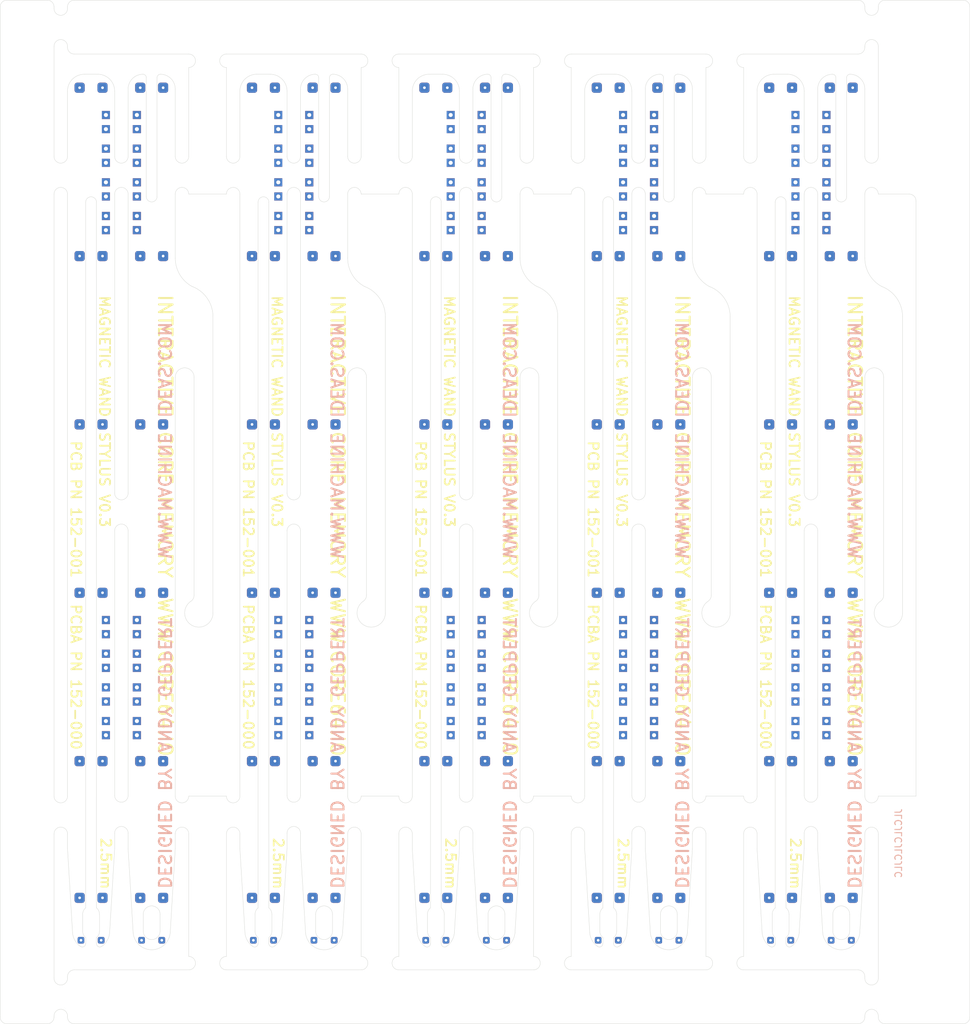
<source format=kicad_pcb>
(kicad_pcb (version 20171130) (host pcbnew "(5.1.2-1)-1")
  (layers (0 F.Cu signal) (31 B.Cu signal) (34 B.Paste user hide) (35 F.Paste user hide) (36 B.SilkS user) (37 F.SilkS user) (38 B.Mask user) (39 F.Mask user) (44 Edge.Cuts user))
  (net 0 "")
  (module Panelization:mouse-bite-3mm-slot (layer F.Cu) (at 140.4 18.05 90)
    (fp_text reference mouse-bite-3mm-slot hide)
    (fp_text value VAL** hide)
    (pad "" np_thru_hole circle (at 1.524 0.75 90) (size 0.5 0.5) (drill 0.5) (layers *.Cu *.Mask))
    (pad "" np_thru_hole circle (at 1.524 -0.75 90) (size 0.5 0.5) (drill 0.5) (layers *.Cu *.Mask))
    (pad "" np_thru_hole circle (at 0.762 -0.75 90) (size 0.5 0.5) (drill 0.5) (layers *.Cu *.Mask))
    (pad "" np_thru_hole circle (at 0.762 0.75 90) (size 0.5 0.5) (drill 0.5) (layers *.Cu *.Mask))
    (pad "" np_thru_hole circle (at -0.012 0.75 90) (size 0.5 0.5) (drill 0.5) (layers *.Cu *.Mask))
    (pad "" np_thru_hole circle (at -1.512 0.75 90) (size 0.5 0.5) (drill 0.5) (layers *.Cu *.Mask))
    (pad "" np_thru_hole circle (at -1.512 -0.75 90) (size 0.5 0.5) (drill 0.5) (layers *.Cu *.Mask))
    (pad "" np_thru_hole circle (at -0.012 -0.75 90) (size 0.5 0.5) (drill 0.5) (layers *.Cu *.Mask))
    (pad "" np_thru_hole circle (at -0.762 0.75 90) (size 0.5 0.5) (drill 0.5) (layers *.Cu *.Mask))
    (pad "" np_thru_hole circle (at -0.762 -0.75 90) (size 0.5 0.5) (drill 0.5) (layers *.Cu *.Mask))
  )
  (module Panelization:mouse-bite-3mm-slot (layer F.Cu) (at 140.4 162.05 90)
    (fp_text reference mouse-bite-3mm-slot hide)
    (fp_text value VAL** hide)
    (pad "" np_thru_hole circle (at -0.762 -0.75 90) (size 0.5 0.5) (drill 0.5) (layers *.Cu *.Mask))
    (pad "" np_thru_hole circle (at -0.762 0.75 90) (size 0.5 0.5) (drill 0.5) (layers *.Cu *.Mask))
    (pad "" np_thru_hole circle (at -0.012 -0.75 90) (size 0.5 0.5) (drill 0.5) (layers *.Cu *.Mask))
    (pad "" np_thru_hole circle (at -1.512 -0.75 90) (size 0.5 0.5) (drill 0.5) (layers *.Cu *.Mask))
    (pad "" np_thru_hole circle (at -1.512 0.75 90) (size 0.5 0.5) (drill 0.5) (layers *.Cu *.Mask))
    (pad "" np_thru_hole circle (at -0.012 0.75 90) (size 0.5 0.5) (drill 0.5) (layers *.Cu *.Mask))
    (pad "" np_thru_hole circle (at 0.762 0.75 90) (size 0.5 0.5) (drill 0.5) (layers *.Cu *.Mask))
    (pad "" np_thru_hole circle (at 0.762 -0.75 90) (size 0.5 0.5) (drill 0.5) (layers *.Cu *.Mask))
    (pad "" np_thru_hole circle (at 1.524 -0.75 90) (size 0.5 0.5) (drill 0.5) (layers *.Cu *.Mask))
    (pad "" np_thru_hole circle (at 1.524 0.75 90) (size 0.5 0.5) (drill 0.5) (layers *.Cu *.Mask))
  )
  (module Panelization:mouse-bite-3mm-slot (layer F.Cu) (at 20 162.05 90)
    (fp_text reference mouse-bite-3mm-slot hide)
    (fp_text value VAL** hide)
    (pad "" np_thru_hole circle (at 1.524 0.75 90) (size 0.5 0.5) (drill 0.5) (layers *.Cu *.Mask))
    (pad "" np_thru_hole circle (at 1.524 -0.75 90) (size 0.5 0.5) (drill 0.5) (layers *.Cu *.Mask))
    (pad "" np_thru_hole circle (at 0.762 -0.75 90) (size 0.5 0.5) (drill 0.5) (layers *.Cu *.Mask))
    (pad "" np_thru_hole circle (at 0.762 0.75 90) (size 0.5 0.5) (drill 0.5) (layers *.Cu *.Mask))
    (pad "" np_thru_hole circle (at -0.012 0.75 90) (size 0.5 0.5) (drill 0.5) (layers *.Cu *.Mask))
    (pad "" np_thru_hole circle (at -1.512 0.75 90) (size 0.5 0.5) (drill 0.5) (layers *.Cu *.Mask))
    (pad "" np_thru_hole circle (at -1.512 -0.75 90) (size 0.5 0.5) (drill 0.5) (layers *.Cu *.Mask))
    (pad "" np_thru_hole circle (at -0.012 -0.75 90) (size 0.5 0.5) (drill 0.5) (layers *.Cu *.Mask))
    (pad "" np_thru_hole circle (at -0.762 0.75 90) (size 0.5 0.5) (drill 0.5) (layers *.Cu *.Mask))
    (pad "" np_thru_hole circle (at -0.762 -0.75 90) (size 0.5 0.5) (drill 0.5) (layers *.Cu *.Mask))
  )
  (module Panelization:mouse-bite-3mm-slot (layer F.Cu) (at 20 18.05 90)
    (fp_text reference mouse-bite-3mm-slot hide)
    (fp_text value VAL** hide)
    (pad "" np_thru_hole circle (at 1.524 0.75 90) (size 0.5 0.5) (drill 0.5) (layers *.Cu *.Mask))
    (pad "" np_thru_hole circle (at 1.524 -0.75 90) (size 0.5 0.5) (drill 0.5) (layers *.Cu *.Mask))
    (pad "" np_thru_hole circle (at 0.762 -0.75 90) (size 0.5 0.5) (drill 0.5) (layers *.Cu *.Mask))
    (pad "" np_thru_hole circle (at 0.762 0.75 90) (size 0.5 0.5) (drill 0.5) (layers *.Cu *.Mask))
    (pad "" np_thru_hole circle (at -0.012 0.75 90) (size 0.5 0.5) (drill 0.5) (layers *.Cu *.Mask))
    (pad "" np_thru_hole circle (at -1.512 0.75 90) (size 0.5 0.5) (drill 0.5) (layers *.Cu *.Mask))
    (pad "" np_thru_hole circle (at -1.512 -0.75 90) (size 0.5 0.5) (drill 0.5) (layers *.Cu *.Mask))
    (pad "" np_thru_hole circle (at -0.012 -0.75 90) (size 0.5 0.5) (drill 0.5) (layers *.Cu *.Mask))
    (pad "" np_thru_hole circle (at -0.762 0.75 90) (size 0.5 0.5) (drill 0.5) (layers *.Cu *.Mask))
    (pad "" np_thru_hole circle (at -0.762 -0.75 90) (size 0.5 0.5) (drill 0.5) (layers *.Cu *.Mask))
  )
  (module Panelization:mouse-bite-3mm-slot (layer F.Cu) (at 29 90 90)
    (fp_text reference mouse-bite-3mm-slot hide)
    (fp_text value VAL** hide)
    (pad "" np_thru_hole circle (at 1.524 0.75 90) (size 0.5 0.5) (drill 0.5) (layers *.Cu *.Mask))
    (pad "" np_thru_hole circle (at 1.524 -0.75 90) (size 0.5 0.5) (drill 0.5) (layers *.Cu *.Mask))
    (pad "" np_thru_hole circle (at 0.762 -0.75 90) (size 0.5 0.5) (drill 0.5) (layers *.Cu *.Mask))
    (pad "" np_thru_hole circle (at 0.762 0.75 90) (size 0.5 0.5) (drill 0.5) (layers *.Cu *.Mask))
    (pad "" np_thru_hole circle (at -0.012 0.75 90) (size 0.5 0.5) (drill 0.5) (layers *.Cu *.Mask))
    (pad "" np_thru_hole circle (at -1.512 0.75 90) (size 0.5 0.5) (drill 0.5) (layers *.Cu *.Mask))
    (pad "" np_thru_hole circle (at -1.512 -0.75 90) (size 0.5 0.5) (drill 0.5) (layers *.Cu *.Mask))
    (pad "" np_thru_hole circle (at -0.012 -0.75 90) (size 0.5 0.5) (drill 0.5) (layers *.Cu *.Mask))
    (pad "" np_thru_hole circle (at -0.762 0.75 90) (size 0.5 0.5) (drill 0.5) (layers *.Cu *.Mask))
    (pad "" np_thru_hole circle (at -0.762 -0.75 90) (size 0.5 0.5) (drill 0.5) (layers *.Cu *.Mask))
  )
  (module Panelization:mouse-bite-3mm-slot (layer F.Cu) (at 29 134.9 90)
    (fp_text reference mouse-bite-3mm-slot hide)
    (fp_text value VAL** hide)
    (pad "" np_thru_hole circle (at 1.524 0.75 90) (size 0.5 0.5) (drill 0.5) (layers *.Cu *.Mask))
    (pad "" np_thru_hole circle (at 1.524 -0.75 90) (size 0.5 0.5) (drill 0.5) (layers *.Cu *.Mask))
    (pad "" np_thru_hole circle (at 0.762 -0.75 90) (size 0.5 0.5) (drill 0.5) (layers *.Cu *.Mask))
    (pad "" np_thru_hole circle (at 0.762 0.75 90) (size 0.5 0.5) (drill 0.5) (layers *.Cu *.Mask))
    (pad "" np_thru_hole circle (at -0.012 0.75 90) (size 0.5 0.5) (drill 0.5) (layers *.Cu *.Mask))
    (pad "" np_thru_hole circle (at -1.512 0.75 90) (size 0.5 0.5) (drill 0.5) (layers *.Cu *.Mask))
    (pad "" np_thru_hole circle (at -1.512 -0.75 90) (size 0.5 0.5) (drill 0.5) (layers *.Cu *.Mask))
    (pad "" np_thru_hole circle (at -0.012 -0.75 90) (size 0.5 0.5) (drill 0.5) (layers *.Cu *.Mask))
    (pad "" np_thru_hole circle (at -0.762 0.75 90) (size 0.5 0.5) (drill 0.5) (layers *.Cu *.Mask))
    (pad "" np_thru_hole circle (at -0.762 -0.75 90) (size 0.5 0.5) (drill 0.5) (layers *.Cu *.Mask))
  )
  (module Panelization:mouse-bite-3mm-slot (layer F.Cu) (at 20 135 90)
    (fp_text reference mouse-bite-3mm-slot hide)
    (fp_text value VAL** hide)
    (pad "" np_thru_hole circle (at -0.762 -0.75 90) (size 0.5 0.5) (drill 0.5) (layers *.Cu *.Mask))
    (pad "" np_thru_hole circle (at -0.762 0.75 90) (size 0.5 0.5) (drill 0.5) (layers *.Cu *.Mask))
    (pad "" np_thru_hole circle (at -0.012 -0.75 90) (size 0.5 0.5) (drill 0.5) (layers *.Cu *.Mask))
    (pad "" np_thru_hole circle (at -1.512 -0.75 90) (size 0.5 0.5) (drill 0.5) (layers *.Cu *.Mask))
    (pad "" np_thru_hole circle (at -1.512 0.75 90) (size 0.5 0.5) (drill 0.5) (layers *.Cu *.Mask))
    (pad "" np_thru_hole circle (at -0.012 0.75 90) (size 0.5 0.5) (drill 0.5) (layers *.Cu *.Mask))
    (pad "" np_thru_hole circle (at 0.762 0.75 90) (size 0.5 0.5) (drill 0.5) (layers *.Cu *.Mask))
    (pad "" np_thru_hole circle (at 0.762 -0.75 90) (size 0.5 0.5) (drill 0.5) (layers *.Cu *.Mask))
    (pad "" np_thru_hole circle (at 1.524 -0.75 90) (size 0.5 0.5) (drill 0.5) (layers *.Cu *.Mask))
    (pad "" np_thru_hole circle (at 1.524 0.75 90) (size 0.5 0.5) (drill 0.5) (layers *.Cu *.Mask))
  )
  (module Panelization:mouse-bite-3mm-slot (layer F.Cu) (at 29 40 90)
    (fp_text reference mouse-bite-3mm-slot hide)
    (fp_text value VAL** hide)
    (pad "" np_thru_hole circle (at 1.524 0.75 90) (size 0.5 0.5) (drill 0.5) (layers *.Cu *.Mask))
    (pad "" np_thru_hole circle (at 1.524 -0.75 90) (size 0.5 0.5) (drill 0.5) (layers *.Cu *.Mask))
    (pad "" np_thru_hole circle (at 0.762 -0.75 90) (size 0.5 0.5) (drill 0.5) (layers *.Cu *.Mask))
    (pad "" np_thru_hole circle (at 0.762 0.75 90) (size 0.5 0.5) (drill 0.5) (layers *.Cu *.Mask))
    (pad "" np_thru_hole circle (at -0.012 0.75 90) (size 0.5 0.5) (drill 0.5) (layers *.Cu *.Mask))
    (pad "" np_thru_hole circle (at -1.512 0.75 90) (size 0.5 0.5) (drill 0.5) (layers *.Cu *.Mask))
    (pad "" np_thru_hole circle (at -1.512 -0.75 90) (size 0.5 0.5) (drill 0.5) (layers *.Cu *.Mask))
    (pad "" np_thru_hole circle (at -0.012 -0.75 90) (size 0.5 0.5) (drill 0.5) (layers *.Cu *.Mask))
    (pad "" np_thru_hole circle (at -0.762 0.75 90) (size 0.5 0.5) (drill 0.5) (layers *.Cu *.Mask))
    (pad "" np_thru_hole circle (at -0.762 -0.75 90) (size 0.5 0.5) (drill 0.5) (layers *.Cu *.Mask))
  )
  (module Panelization:mouse-bite-3mm-slot (layer F.Cu) (at 38 40 90)
    (fp_text reference mouse-bite-3mm-slot hide)
    (fp_text value VAL** hide)
    (pad "" np_thru_hole circle (at -0.762 -0.75 90) (size 0.5 0.5) (drill 0.5) (layers *.Cu *.Mask))
    (pad "" np_thru_hole circle (at -0.762 0.75 90) (size 0.5 0.5) (drill 0.5) (layers *.Cu *.Mask))
    (pad "" np_thru_hole circle (at -0.012 -0.75 90) (size 0.5 0.5) (drill 0.5) (layers *.Cu *.Mask))
    (pad "" np_thru_hole circle (at -1.512 -0.75 90) (size 0.5 0.5) (drill 0.5) (layers *.Cu *.Mask))
    (pad "" np_thru_hole circle (at -1.512 0.75 90) (size 0.5 0.5) (drill 0.5) (layers *.Cu *.Mask))
    (pad "" np_thru_hole circle (at -0.012 0.75 90) (size 0.5 0.5) (drill 0.5) (layers *.Cu *.Mask))
    (pad "" np_thru_hole circle (at 0.762 0.75 90) (size 0.5 0.5) (drill 0.5) (layers *.Cu *.Mask))
    (pad "" np_thru_hole circle (at 0.762 -0.75 90) (size 0.5 0.5) (drill 0.5) (layers *.Cu *.Mask))
    (pad "" np_thru_hole circle (at 1.524 -0.75 90) (size 0.5 0.5) (drill 0.5) (layers *.Cu *.Mask))
    (pad "" np_thru_hole circle (at 1.524 0.75 90) (size 0.5 0.5) (drill 0.5) (layers *.Cu *.Mask))
  )
  (module Panelization:mouse-bite-3mm-slot (layer F.Cu) (at 20 40 90)
    (fp_text reference mouse-bite-3mm-slot hide)
    (fp_text value VAL** hide)
    (pad "" np_thru_hole circle (at -0.762 -0.75 90) (size 0.5 0.5) (drill 0.5) (layers *.Cu *.Mask))
    (pad "" np_thru_hole circle (at -0.762 0.75 90) (size 0.5 0.5) (drill 0.5) (layers *.Cu *.Mask))
    (pad "" np_thru_hole circle (at -0.012 -0.75 90) (size 0.5 0.5) (drill 0.5) (layers *.Cu *.Mask))
    (pad "" np_thru_hole circle (at -1.512 -0.75 90) (size 0.5 0.5) (drill 0.5) (layers *.Cu *.Mask))
    (pad "" np_thru_hole circle (at -1.512 0.75 90) (size 0.5 0.5) (drill 0.5) (layers *.Cu *.Mask))
    (pad "" np_thru_hole circle (at -0.012 0.75 90) (size 0.5 0.5) (drill 0.5) (layers *.Cu *.Mask))
    (pad "" np_thru_hole circle (at 0.762 0.75 90) (size 0.5 0.5) (drill 0.5) (layers *.Cu *.Mask))
    (pad "" np_thru_hole circle (at 0.762 -0.75 90) (size 0.5 0.5) (drill 0.5) (layers *.Cu *.Mask))
    (pad "" np_thru_hole circle (at 1.524 -0.75 90) (size 0.5 0.5) (drill 0.5) (layers *.Cu *.Mask))
    (pad "" np_thru_hole circle (at 1.524 0.75 90) (size 0.5 0.5) (drill 0.5) (layers *.Cu *.Mask))
  )
  (module Panelization:mouse-bite-3mm-slot (layer F.Cu) (at 41.8 23 180)
    (fp_text reference mouse-bite-3mm-slot hide)
    (fp_text value VAL** hide)
    (pad "" np_thru_hole circle (at -0.762 -0.75 180) (size 0.5 0.5) (drill 0.5) (layers *.Cu *.Mask))
    (pad "" np_thru_hole circle (at -0.762 0.75 180) (size 0.5 0.5) (drill 0.5) (layers *.Cu *.Mask))
    (pad "" np_thru_hole circle (at -0.012 -0.75 180) (size 0.5 0.5) (drill 0.5) (layers *.Cu *.Mask))
    (pad "" np_thru_hole circle (at -1.512 -0.75 180) (size 0.5 0.5) (drill 0.5) (layers *.Cu *.Mask))
    (pad "" np_thru_hole circle (at -1.512 0.75 180) (size 0.5 0.5) (drill 0.5) (layers *.Cu *.Mask))
    (pad "" np_thru_hole circle (at -0.012 0.75 180) (size 0.5 0.5) (drill 0.5) (layers *.Cu *.Mask))
    (pad "" np_thru_hole circle (at 0.762 0.75 180) (size 0.5 0.5) (drill 0.5) (layers *.Cu *.Mask))
    (pad "" np_thru_hole circle (at 0.762 -0.75 180) (size 0.5 0.5) (drill 0.5) (layers *.Cu *.Mask))
    (pad "" np_thru_hole circle (at 1.524 -0.75 180) (size 0.5 0.5) (drill 0.5) (layers *.Cu *.Mask))
    (pad "" np_thru_hole circle (at 1.524 0.75 180) (size 0.5 0.5) (drill 0.5) (layers *.Cu *.Mask))
  )
  (module Panelization:mouse-bite-3mm-slot (layer F.Cu) (at 38 135 90)
    (fp_text reference mouse-bite-3mm-slot hide)
    (fp_text value VAL** hide)
    (pad "" np_thru_hole circle (at -0.762 -0.75 90) (size 0.5 0.5) (drill 0.5) (layers *.Cu *.Mask))
    (pad "" np_thru_hole circle (at -0.762 0.75 90) (size 0.5 0.5) (drill 0.5) (layers *.Cu *.Mask))
    (pad "" np_thru_hole circle (at -0.012 -0.75 90) (size 0.5 0.5) (drill 0.5) (layers *.Cu *.Mask))
    (pad "" np_thru_hole circle (at -1.512 -0.75 90) (size 0.5 0.5) (drill 0.5) (layers *.Cu *.Mask))
    (pad "" np_thru_hole circle (at -1.512 0.75 90) (size 0.5 0.5) (drill 0.5) (layers *.Cu *.Mask))
    (pad "" np_thru_hole circle (at -0.012 0.75 90) (size 0.5 0.5) (drill 0.5) (layers *.Cu *.Mask))
    (pad "" np_thru_hole circle (at 0.762 0.75 90) (size 0.5 0.5) (drill 0.5) (layers *.Cu *.Mask))
    (pad "" np_thru_hole circle (at 0.762 -0.75 90) (size 0.5 0.5) (drill 0.5) (layers *.Cu *.Mask))
    (pad "" np_thru_hole circle (at 1.524 -0.75 90) (size 0.5 0.5) (drill 0.5) (layers *.Cu *.Mask))
    (pad "" np_thru_hole circle (at 1.524 0.75 90) (size 0.5 0.5) (drill 0.5) (layers *.Cu *.Mask))
  )
  (module Panelization:mouse-bite-3mm-slot (layer F.Cu) (at 41.8 157 180)
    (fp_text reference mouse-bite-3mm-slot hide)
    (fp_text value VAL** hide)
    (pad "" np_thru_hole circle (at 1.524 0.75 180) (size 0.5 0.5) (drill 0.5) (layers *.Cu *.Mask))
    (pad "" np_thru_hole circle (at 1.524 -0.75 180) (size 0.5 0.5) (drill 0.5) (layers *.Cu *.Mask))
    (pad "" np_thru_hole circle (at 0.762 -0.75 180) (size 0.5 0.5) (drill 0.5) (layers *.Cu *.Mask))
    (pad "" np_thru_hole circle (at 0.762 0.75 180) (size 0.5 0.5) (drill 0.5) (layers *.Cu *.Mask))
    (pad "" np_thru_hole circle (at -0.012 0.75 180) (size 0.5 0.5) (drill 0.5) (layers *.Cu *.Mask))
    (pad "" np_thru_hole circle (at -1.512 0.75 180) (size 0.5 0.5) (drill 0.5) (layers *.Cu *.Mask))
    (pad "" np_thru_hole circle (at -1.512 -0.75 180) (size 0.5 0.5) (drill 0.5) (layers *.Cu *.Mask))
    (pad "" np_thru_hole circle (at -0.012 -0.75 180) (size 0.5 0.5) (drill 0.5) (layers *.Cu *.Mask))
    (pad "" np_thru_hole circle (at -0.762 0.75 180) (size 0.5 0.5) (drill 0.5) (layers *.Cu *.Mask))
    (pad "" np_thru_hole circle (at -0.762 -0.75 180) (size 0.5 0.5) (drill 0.5) (layers *.Cu *.Mask))
  )
  (module Panelization:mouse-bite-3mm-slot (layer F.Cu) (at 67.4 157 180)
    (fp_text reference mouse-bite-3mm-slot hide)
    (fp_text value VAL** hide)
    (pad "" np_thru_hole circle (at -0.762 -0.75 180) (size 0.5 0.5) (drill 0.5) (layers *.Cu *.Mask))
    (pad "" np_thru_hole circle (at -0.762 0.75 180) (size 0.5 0.5) (drill 0.5) (layers *.Cu *.Mask))
    (pad "" np_thru_hole circle (at -0.012 -0.75 180) (size 0.5 0.5) (drill 0.5) (layers *.Cu *.Mask))
    (pad "" np_thru_hole circle (at -1.512 -0.75 180) (size 0.5 0.5) (drill 0.5) (layers *.Cu *.Mask))
    (pad "" np_thru_hole circle (at -1.512 0.75 180) (size 0.5 0.5) (drill 0.5) (layers *.Cu *.Mask))
    (pad "" np_thru_hole circle (at -0.012 0.75 180) (size 0.5 0.5) (drill 0.5) (layers *.Cu *.Mask))
    (pad "" np_thru_hole circle (at 0.762 0.75 180) (size 0.5 0.5) (drill 0.5) (layers *.Cu *.Mask))
    (pad "" np_thru_hole circle (at 0.762 -0.75 180) (size 0.5 0.5) (drill 0.5) (layers *.Cu *.Mask))
    (pad "" np_thru_hole circle (at 1.524 -0.75 180) (size 0.5 0.5) (drill 0.5) (layers *.Cu *.Mask))
    (pad "" np_thru_hole circle (at 1.524 0.75 180) (size 0.5 0.5) (drill 0.5) (layers *.Cu *.Mask))
  )
  (module Panelization:mouse-bite-3mm-slot (layer F.Cu) (at 54.6 134.9 90)
    (fp_text reference mouse-bite-3mm-slot hide)
    (fp_text value VAL** hide)
    (pad "" np_thru_hole circle (at -0.762 -0.75 90) (size 0.5 0.5) (drill 0.5) (layers *.Cu *.Mask))
    (pad "" np_thru_hole circle (at -0.762 0.75 90) (size 0.5 0.5) (drill 0.5) (layers *.Cu *.Mask))
    (pad "" np_thru_hole circle (at -0.012 -0.75 90) (size 0.5 0.5) (drill 0.5) (layers *.Cu *.Mask))
    (pad "" np_thru_hole circle (at -1.512 -0.75 90) (size 0.5 0.5) (drill 0.5) (layers *.Cu *.Mask))
    (pad "" np_thru_hole circle (at -1.512 0.75 90) (size 0.5 0.5) (drill 0.5) (layers *.Cu *.Mask))
    (pad "" np_thru_hole circle (at -0.012 0.75 90) (size 0.5 0.5) (drill 0.5) (layers *.Cu *.Mask))
    (pad "" np_thru_hole circle (at 0.762 0.75 90) (size 0.5 0.5) (drill 0.5) (layers *.Cu *.Mask))
    (pad "" np_thru_hole circle (at 0.762 -0.75 90) (size 0.5 0.5) (drill 0.5) (layers *.Cu *.Mask))
    (pad "" np_thru_hole circle (at 1.524 -0.75 90) (size 0.5 0.5) (drill 0.5) (layers *.Cu *.Mask))
    (pad "" np_thru_hole circle (at 1.524 0.75 90) (size 0.5 0.5) (drill 0.5) (layers *.Cu *.Mask))
  )
  (module Panelization:mouse-bite-3mm-slot (layer F.Cu) (at 54.6 40 90)
    (fp_text reference mouse-bite-3mm-slot hide)
    (fp_text value VAL** hide)
    (pad "" np_thru_hole circle (at -0.762 -0.75 90) (size 0.5 0.5) (drill 0.5) (layers *.Cu *.Mask))
    (pad "" np_thru_hole circle (at -0.762 0.75 90) (size 0.5 0.5) (drill 0.5) (layers *.Cu *.Mask))
    (pad "" np_thru_hole circle (at -0.012 -0.75 90) (size 0.5 0.5) (drill 0.5) (layers *.Cu *.Mask))
    (pad "" np_thru_hole circle (at -1.512 -0.75 90) (size 0.5 0.5) (drill 0.5) (layers *.Cu *.Mask))
    (pad "" np_thru_hole circle (at -1.512 0.75 90) (size 0.5 0.5) (drill 0.5) (layers *.Cu *.Mask))
    (pad "" np_thru_hole circle (at -0.012 0.75 90) (size 0.5 0.5) (drill 0.5) (layers *.Cu *.Mask))
    (pad "" np_thru_hole circle (at 0.762 0.75 90) (size 0.5 0.5) (drill 0.5) (layers *.Cu *.Mask))
    (pad "" np_thru_hole circle (at 0.762 -0.75 90) (size 0.5 0.5) (drill 0.5) (layers *.Cu *.Mask))
    (pad "" np_thru_hole circle (at 1.524 -0.75 90) (size 0.5 0.5) (drill 0.5) (layers *.Cu *.Mask))
    (pad "" np_thru_hole circle (at 1.524 0.75 90) (size 0.5 0.5) (drill 0.5) (layers *.Cu *.Mask))
  )
  (module Panelization:mouse-bite-3mm-slot (layer F.Cu) (at 54.6 90 90)
    (fp_text reference mouse-bite-3mm-slot hide)
    (fp_text value VAL** hide)
    (pad "" np_thru_hole circle (at -0.762 -0.75 90) (size 0.5 0.5) (drill 0.5) (layers *.Cu *.Mask))
    (pad "" np_thru_hole circle (at -0.762 0.75 90) (size 0.5 0.5) (drill 0.5) (layers *.Cu *.Mask))
    (pad "" np_thru_hole circle (at -0.012 -0.75 90) (size 0.5 0.5) (drill 0.5) (layers *.Cu *.Mask))
    (pad "" np_thru_hole circle (at -1.512 -0.75 90) (size 0.5 0.5) (drill 0.5) (layers *.Cu *.Mask))
    (pad "" np_thru_hole circle (at -1.512 0.75 90) (size 0.5 0.5) (drill 0.5) (layers *.Cu *.Mask))
    (pad "" np_thru_hole circle (at -0.012 0.75 90) (size 0.5 0.5) (drill 0.5) (layers *.Cu *.Mask))
    (pad "" np_thru_hole circle (at 0.762 0.75 90) (size 0.5 0.5) (drill 0.5) (layers *.Cu *.Mask))
    (pad "" np_thru_hole circle (at 0.762 -0.75 90) (size 0.5 0.5) (drill 0.5) (layers *.Cu *.Mask))
    (pad "" np_thru_hole circle (at 1.524 -0.75 90) (size 0.5 0.5) (drill 0.5) (layers *.Cu *.Mask))
    (pad "" np_thru_hole circle (at 1.524 0.75 90) (size 0.5 0.5) (drill 0.5) (layers *.Cu *.Mask))
  )
  (module Panelization:mouse-bite-3mm-slot (layer F.Cu) (at 67.4 23 180)
    (fp_text reference mouse-bite-3mm-slot hide)
    (fp_text value VAL** hide)
    (pad "" np_thru_hole circle (at 1.524 0.75 180) (size 0.5 0.5) (drill 0.5) (layers *.Cu *.Mask))
    (pad "" np_thru_hole circle (at 1.524 -0.75 180) (size 0.5 0.5) (drill 0.5) (layers *.Cu *.Mask))
    (pad "" np_thru_hole circle (at 0.762 -0.75 180) (size 0.5 0.5) (drill 0.5) (layers *.Cu *.Mask))
    (pad "" np_thru_hole circle (at 0.762 0.75 180) (size 0.5 0.5) (drill 0.5) (layers *.Cu *.Mask))
    (pad "" np_thru_hole circle (at -0.012 0.75 180) (size 0.5 0.5) (drill 0.5) (layers *.Cu *.Mask))
    (pad "" np_thru_hole circle (at -1.512 0.75 180) (size 0.5 0.5) (drill 0.5) (layers *.Cu *.Mask))
    (pad "" np_thru_hole circle (at -1.512 -0.75 180) (size 0.5 0.5) (drill 0.5) (layers *.Cu *.Mask))
    (pad "" np_thru_hole circle (at -0.012 -0.75 180) (size 0.5 0.5) (drill 0.5) (layers *.Cu *.Mask))
    (pad "" np_thru_hole circle (at -0.762 0.75 180) (size 0.5 0.5) (drill 0.5) (layers *.Cu *.Mask))
    (pad "" np_thru_hole circle (at -0.762 -0.75 180) (size 0.5 0.5) (drill 0.5) (layers *.Cu *.Mask))
  )
  (module Panelization:mouse-bite-3mm-slot (layer F.Cu) (at 63.6 135 90)
    (fp_text reference mouse-bite-3mm-slot hide)
    (fp_text value VAL** hide)
    (pad "" np_thru_hole circle (at 1.524 0.75 90) (size 0.5 0.5) (drill 0.5) (layers *.Cu *.Mask))
    (pad "" np_thru_hole circle (at 1.524 -0.75 90) (size 0.5 0.5) (drill 0.5) (layers *.Cu *.Mask))
    (pad "" np_thru_hole circle (at 0.762 -0.75 90) (size 0.5 0.5) (drill 0.5) (layers *.Cu *.Mask))
    (pad "" np_thru_hole circle (at 0.762 0.75 90) (size 0.5 0.5) (drill 0.5) (layers *.Cu *.Mask))
    (pad "" np_thru_hole circle (at -0.012 0.75 90) (size 0.5 0.5) (drill 0.5) (layers *.Cu *.Mask))
    (pad "" np_thru_hole circle (at -1.512 0.75 90) (size 0.5 0.5) (drill 0.5) (layers *.Cu *.Mask))
    (pad "" np_thru_hole circle (at -1.512 -0.75 90) (size 0.5 0.5) (drill 0.5) (layers *.Cu *.Mask))
    (pad "" np_thru_hole circle (at -0.012 -0.75 90) (size 0.5 0.5) (drill 0.5) (layers *.Cu *.Mask))
    (pad "" np_thru_hole circle (at -0.762 0.75 90) (size 0.5 0.5) (drill 0.5) (layers *.Cu *.Mask))
    (pad "" np_thru_hole circle (at -0.762 -0.75 90) (size 0.5 0.5) (drill 0.5) (layers *.Cu *.Mask))
  )
  (module Panelization:mouse-bite-3mm-slot (layer F.Cu) (at 45.6 40 90)
    (fp_text reference mouse-bite-3mm-slot hide)
    (fp_text value VAL** hide)
    (pad "" np_thru_hole circle (at 1.524 0.75 90) (size 0.5 0.5) (drill 0.5) (layers *.Cu *.Mask))
    (pad "" np_thru_hole circle (at 1.524 -0.75 90) (size 0.5 0.5) (drill 0.5) (layers *.Cu *.Mask))
    (pad "" np_thru_hole circle (at 0.762 -0.75 90) (size 0.5 0.5) (drill 0.5) (layers *.Cu *.Mask))
    (pad "" np_thru_hole circle (at 0.762 0.75 90) (size 0.5 0.5) (drill 0.5) (layers *.Cu *.Mask))
    (pad "" np_thru_hole circle (at -0.012 0.75 90) (size 0.5 0.5) (drill 0.5) (layers *.Cu *.Mask))
    (pad "" np_thru_hole circle (at -1.512 0.75 90) (size 0.5 0.5) (drill 0.5) (layers *.Cu *.Mask))
    (pad "" np_thru_hole circle (at -1.512 -0.75 90) (size 0.5 0.5) (drill 0.5) (layers *.Cu *.Mask))
    (pad "" np_thru_hole circle (at -0.012 -0.75 90) (size 0.5 0.5) (drill 0.5) (layers *.Cu *.Mask))
    (pad "" np_thru_hole circle (at -0.762 0.75 90) (size 0.5 0.5) (drill 0.5) (layers *.Cu *.Mask))
    (pad "" np_thru_hole circle (at -0.762 -0.75 90) (size 0.5 0.5) (drill 0.5) (layers *.Cu *.Mask))
  )
  (module Panelization:mouse-bite-3mm-slot (layer F.Cu) (at 63.6 40 90)
    (fp_text reference mouse-bite-3mm-slot hide)
    (fp_text value VAL** hide)
    (pad "" np_thru_hole circle (at 1.524 0.75 90) (size 0.5 0.5) (drill 0.5) (layers *.Cu *.Mask))
    (pad "" np_thru_hole circle (at 1.524 -0.75 90) (size 0.5 0.5) (drill 0.5) (layers *.Cu *.Mask))
    (pad "" np_thru_hole circle (at 0.762 -0.75 90) (size 0.5 0.5) (drill 0.5) (layers *.Cu *.Mask))
    (pad "" np_thru_hole circle (at 0.762 0.75 90) (size 0.5 0.5) (drill 0.5) (layers *.Cu *.Mask))
    (pad "" np_thru_hole circle (at -0.012 0.75 90) (size 0.5 0.5) (drill 0.5) (layers *.Cu *.Mask))
    (pad "" np_thru_hole circle (at -1.512 0.75 90) (size 0.5 0.5) (drill 0.5) (layers *.Cu *.Mask))
    (pad "" np_thru_hole circle (at -1.512 -0.75 90) (size 0.5 0.5) (drill 0.5) (layers *.Cu *.Mask))
    (pad "" np_thru_hole circle (at -0.012 -0.75 90) (size 0.5 0.5) (drill 0.5) (layers *.Cu *.Mask))
    (pad "" np_thru_hole circle (at -0.762 0.75 90) (size 0.5 0.5) (drill 0.5) (layers *.Cu *.Mask))
    (pad "" np_thru_hole circle (at -0.762 -0.75 90) (size 0.5 0.5) (drill 0.5) (layers *.Cu *.Mask))
  )
  (module Panelization:mouse-bite-3mm-slot (layer F.Cu) (at 45.6 135 90)
    (fp_text reference mouse-bite-3mm-slot hide)
    (fp_text value VAL** hide)
    (pad "" np_thru_hole circle (at 1.524 0.75 90) (size 0.5 0.5) (drill 0.5) (layers *.Cu *.Mask))
    (pad "" np_thru_hole circle (at 1.524 -0.75 90) (size 0.5 0.5) (drill 0.5) (layers *.Cu *.Mask))
    (pad "" np_thru_hole circle (at 0.762 -0.75 90) (size 0.5 0.5) (drill 0.5) (layers *.Cu *.Mask))
    (pad "" np_thru_hole circle (at 0.762 0.75 90) (size 0.5 0.5) (drill 0.5) (layers *.Cu *.Mask))
    (pad "" np_thru_hole circle (at -0.012 0.75 90) (size 0.5 0.5) (drill 0.5) (layers *.Cu *.Mask))
    (pad "" np_thru_hole circle (at -1.512 0.75 90) (size 0.5 0.5) (drill 0.5) (layers *.Cu *.Mask))
    (pad "" np_thru_hole circle (at -1.512 -0.75 90) (size 0.5 0.5) (drill 0.5) (layers *.Cu *.Mask))
    (pad "" np_thru_hole circle (at -0.012 -0.75 90) (size 0.5 0.5) (drill 0.5) (layers *.Cu *.Mask))
    (pad "" np_thru_hole circle (at -0.762 0.75 90) (size 0.5 0.5) (drill 0.5) (layers *.Cu *.Mask))
    (pad "" np_thru_hole circle (at -0.762 -0.75 90) (size 0.5 0.5) (drill 0.5) (layers *.Cu *.Mask))
  )
  (module Panelization:mouse-bite-3mm-slot (layer F.Cu) (at 93 157 180)
    (fp_text reference mouse-bite-3mm-slot hide)
    (fp_text value VAL** hide)
    (pad "" np_thru_hole circle (at -0.762 -0.75 180) (size 0.5 0.5) (drill 0.5) (layers *.Cu *.Mask))
    (pad "" np_thru_hole circle (at -0.762 0.75 180) (size 0.5 0.5) (drill 0.5) (layers *.Cu *.Mask))
    (pad "" np_thru_hole circle (at -0.012 -0.75 180) (size 0.5 0.5) (drill 0.5) (layers *.Cu *.Mask))
    (pad "" np_thru_hole circle (at -1.512 -0.75 180) (size 0.5 0.5) (drill 0.5) (layers *.Cu *.Mask))
    (pad "" np_thru_hole circle (at -1.512 0.75 180) (size 0.5 0.5) (drill 0.5) (layers *.Cu *.Mask))
    (pad "" np_thru_hole circle (at -0.012 0.75 180) (size 0.5 0.5) (drill 0.5) (layers *.Cu *.Mask))
    (pad "" np_thru_hole circle (at 0.762 0.75 180) (size 0.5 0.5) (drill 0.5) (layers *.Cu *.Mask))
    (pad "" np_thru_hole circle (at 0.762 -0.75 180) (size 0.5 0.5) (drill 0.5) (layers *.Cu *.Mask))
    (pad "" np_thru_hole circle (at 1.524 -0.75 180) (size 0.5 0.5) (drill 0.5) (layers *.Cu *.Mask))
    (pad "" np_thru_hole circle (at 1.524 0.75 180) (size 0.5 0.5) (drill 0.5) (layers *.Cu *.Mask))
  )
  (module Panelization:mouse-bite-3mm-slot (layer F.Cu) (at 80.2 134.9 90)
    (fp_text reference mouse-bite-3mm-slot hide)
    (fp_text value VAL** hide)
    (pad "" np_thru_hole circle (at -0.762 -0.75 90) (size 0.5 0.5) (drill 0.5) (layers *.Cu *.Mask))
    (pad "" np_thru_hole circle (at -0.762 0.75 90) (size 0.5 0.5) (drill 0.5) (layers *.Cu *.Mask))
    (pad "" np_thru_hole circle (at -0.012 -0.75 90) (size 0.5 0.5) (drill 0.5) (layers *.Cu *.Mask))
    (pad "" np_thru_hole circle (at -1.512 -0.75 90) (size 0.5 0.5) (drill 0.5) (layers *.Cu *.Mask))
    (pad "" np_thru_hole circle (at -1.512 0.75 90) (size 0.5 0.5) (drill 0.5) (layers *.Cu *.Mask))
    (pad "" np_thru_hole circle (at -0.012 0.75 90) (size 0.5 0.5) (drill 0.5) (layers *.Cu *.Mask))
    (pad "" np_thru_hole circle (at 0.762 0.75 90) (size 0.5 0.5) (drill 0.5) (layers *.Cu *.Mask))
    (pad "" np_thru_hole circle (at 0.762 -0.75 90) (size 0.5 0.5) (drill 0.5) (layers *.Cu *.Mask))
    (pad "" np_thru_hole circle (at 1.524 -0.75 90) (size 0.5 0.5) (drill 0.5) (layers *.Cu *.Mask))
    (pad "" np_thru_hole circle (at 1.524 0.75 90) (size 0.5 0.5) (drill 0.5) (layers *.Cu *.Mask))
  )
  (module Panelization:mouse-bite-3mm-slot (layer F.Cu) (at 80.2 40 90)
    (fp_text reference mouse-bite-3mm-slot hide)
    (fp_text value VAL** hide)
    (pad "" np_thru_hole circle (at -0.762 -0.75 90) (size 0.5 0.5) (drill 0.5) (layers *.Cu *.Mask))
    (pad "" np_thru_hole circle (at -0.762 0.75 90) (size 0.5 0.5) (drill 0.5) (layers *.Cu *.Mask))
    (pad "" np_thru_hole circle (at -0.012 -0.75 90) (size 0.5 0.5) (drill 0.5) (layers *.Cu *.Mask))
    (pad "" np_thru_hole circle (at -1.512 -0.75 90) (size 0.5 0.5) (drill 0.5) (layers *.Cu *.Mask))
    (pad "" np_thru_hole circle (at -1.512 0.75 90) (size 0.5 0.5) (drill 0.5) (layers *.Cu *.Mask))
    (pad "" np_thru_hole circle (at -0.012 0.75 90) (size 0.5 0.5) (drill 0.5) (layers *.Cu *.Mask))
    (pad "" np_thru_hole circle (at 0.762 0.75 90) (size 0.5 0.5) (drill 0.5) (layers *.Cu *.Mask))
    (pad "" np_thru_hole circle (at 0.762 -0.75 90) (size 0.5 0.5) (drill 0.5) (layers *.Cu *.Mask))
    (pad "" np_thru_hole circle (at 1.524 -0.75 90) (size 0.5 0.5) (drill 0.5) (layers *.Cu *.Mask))
    (pad "" np_thru_hole circle (at 1.524 0.75 90) (size 0.5 0.5) (drill 0.5) (layers *.Cu *.Mask))
  )
  (module Panelization:mouse-bite-3mm-slot (layer F.Cu) (at 80.2 90 90)
    (fp_text reference mouse-bite-3mm-slot hide)
    (fp_text value VAL** hide)
    (pad "" np_thru_hole circle (at -0.762 -0.75 90) (size 0.5 0.5) (drill 0.5) (layers *.Cu *.Mask))
    (pad "" np_thru_hole circle (at -0.762 0.75 90) (size 0.5 0.5) (drill 0.5) (layers *.Cu *.Mask))
    (pad "" np_thru_hole circle (at -0.012 -0.75 90) (size 0.5 0.5) (drill 0.5) (layers *.Cu *.Mask))
    (pad "" np_thru_hole circle (at -1.512 -0.75 90) (size 0.5 0.5) (drill 0.5) (layers *.Cu *.Mask))
    (pad "" np_thru_hole circle (at -1.512 0.75 90) (size 0.5 0.5) (drill 0.5) (layers *.Cu *.Mask))
    (pad "" np_thru_hole circle (at -0.012 0.75 90) (size 0.5 0.5) (drill 0.5) (layers *.Cu *.Mask))
    (pad "" np_thru_hole circle (at 0.762 0.75 90) (size 0.5 0.5) (drill 0.5) (layers *.Cu *.Mask))
    (pad "" np_thru_hole circle (at 0.762 -0.75 90) (size 0.5 0.5) (drill 0.5) (layers *.Cu *.Mask))
    (pad "" np_thru_hole circle (at 1.524 -0.75 90) (size 0.5 0.5) (drill 0.5) (layers *.Cu *.Mask))
    (pad "" np_thru_hole circle (at 1.524 0.75 90) (size 0.5 0.5) (drill 0.5) (layers *.Cu *.Mask))
  )
  (module Panelization:mouse-bite-3mm-slot (layer F.Cu) (at 93 23 180)
    (fp_text reference mouse-bite-3mm-slot hide)
    (fp_text value VAL** hide)
    (pad "" np_thru_hole circle (at 1.524 0.75 180) (size 0.5 0.5) (drill 0.5) (layers *.Cu *.Mask))
    (pad "" np_thru_hole circle (at 1.524 -0.75 180) (size 0.5 0.5) (drill 0.5) (layers *.Cu *.Mask))
    (pad "" np_thru_hole circle (at 0.762 -0.75 180) (size 0.5 0.5) (drill 0.5) (layers *.Cu *.Mask))
    (pad "" np_thru_hole circle (at 0.762 0.75 180) (size 0.5 0.5) (drill 0.5) (layers *.Cu *.Mask))
    (pad "" np_thru_hole circle (at -0.012 0.75 180) (size 0.5 0.5) (drill 0.5) (layers *.Cu *.Mask))
    (pad "" np_thru_hole circle (at -1.512 0.75 180) (size 0.5 0.5) (drill 0.5) (layers *.Cu *.Mask))
    (pad "" np_thru_hole circle (at -1.512 -0.75 180) (size 0.5 0.5) (drill 0.5) (layers *.Cu *.Mask))
    (pad "" np_thru_hole circle (at -0.012 -0.75 180) (size 0.5 0.5) (drill 0.5) (layers *.Cu *.Mask))
    (pad "" np_thru_hole circle (at -0.762 0.75 180) (size 0.5 0.5) (drill 0.5) (layers *.Cu *.Mask))
    (pad "" np_thru_hole circle (at -0.762 -0.75 180) (size 0.5 0.5) (drill 0.5) (layers *.Cu *.Mask))
  )
  (module Panelization:mouse-bite-3mm-slot (layer F.Cu) (at 89.2 135 90)
    (fp_text reference mouse-bite-3mm-slot hide)
    (fp_text value VAL** hide)
    (pad "" np_thru_hole circle (at 1.524 0.75 90) (size 0.5 0.5) (drill 0.5) (layers *.Cu *.Mask))
    (pad "" np_thru_hole circle (at 1.524 -0.75 90) (size 0.5 0.5) (drill 0.5) (layers *.Cu *.Mask))
    (pad "" np_thru_hole circle (at 0.762 -0.75 90) (size 0.5 0.5) (drill 0.5) (layers *.Cu *.Mask))
    (pad "" np_thru_hole circle (at 0.762 0.75 90) (size 0.5 0.5) (drill 0.5) (layers *.Cu *.Mask))
    (pad "" np_thru_hole circle (at -0.012 0.75 90) (size 0.5 0.5) (drill 0.5) (layers *.Cu *.Mask))
    (pad "" np_thru_hole circle (at -1.512 0.75 90) (size 0.5 0.5) (drill 0.5) (layers *.Cu *.Mask))
    (pad "" np_thru_hole circle (at -1.512 -0.75 90) (size 0.5 0.5) (drill 0.5) (layers *.Cu *.Mask))
    (pad "" np_thru_hole circle (at -0.012 -0.75 90) (size 0.5 0.5) (drill 0.5) (layers *.Cu *.Mask))
    (pad "" np_thru_hole circle (at -0.762 0.75 90) (size 0.5 0.5) (drill 0.5) (layers *.Cu *.Mask))
    (pad "" np_thru_hole circle (at -0.762 -0.75 90) (size 0.5 0.5) (drill 0.5) (layers *.Cu *.Mask))
  )
  (module Panelization:mouse-bite-3mm-slot (layer F.Cu) (at 71.2 40 90)
    (fp_text reference mouse-bite-3mm-slot hide)
    (fp_text value VAL** hide)
    (pad "" np_thru_hole circle (at 1.524 0.75 90) (size 0.5 0.5) (drill 0.5) (layers *.Cu *.Mask))
    (pad "" np_thru_hole circle (at 1.524 -0.75 90) (size 0.5 0.5) (drill 0.5) (layers *.Cu *.Mask))
    (pad "" np_thru_hole circle (at 0.762 -0.75 90) (size 0.5 0.5) (drill 0.5) (layers *.Cu *.Mask))
    (pad "" np_thru_hole circle (at 0.762 0.75 90) (size 0.5 0.5) (drill 0.5) (layers *.Cu *.Mask))
    (pad "" np_thru_hole circle (at -0.012 0.75 90) (size 0.5 0.5) (drill 0.5) (layers *.Cu *.Mask))
    (pad "" np_thru_hole circle (at -1.512 0.75 90) (size 0.5 0.5) (drill 0.5) (layers *.Cu *.Mask))
    (pad "" np_thru_hole circle (at -1.512 -0.75 90) (size 0.5 0.5) (drill 0.5) (layers *.Cu *.Mask))
    (pad "" np_thru_hole circle (at -0.012 -0.75 90) (size 0.5 0.5) (drill 0.5) (layers *.Cu *.Mask))
    (pad "" np_thru_hole circle (at -0.762 0.75 90) (size 0.5 0.5) (drill 0.5) (layers *.Cu *.Mask))
    (pad "" np_thru_hole circle (at -0.762 -0.75 90) (size 0.5 0.5) (drill 0.5) (layers *.Cu *.Mask))
  )
  (module Panelization:mouse-bite-3mm-slot (layer F.Cu) (at 89.2 40 90)
    (fp_text reference mouse-bite-3mm-slot hide)
    (fp_text value VAL** hide)
    (pad "" np_thru_hole circle (at 1.524 0.75 90) (size 0.5 0.5) (drill 0.5) (layers *.Cu *.Mask))
    (pad "" np_thru_hole circle (at 1.524 -0.75 90) (size 0.5 0.5) (drill 0.5) (layers *.Cu *.Mask))
    (pad "" np_thru_hole circle (at 0.762 -0.75 90) (size 0.5 0.5) (drill 0.5) (layers *.Cu *.Mask))
    (pad "" np_thru_hole circle (at 0.762 0.75 90) (size 0.5 0.5) (drill 0.5) (layers *.Cu *.Mask))
    (pad "" np_thru_hole circle (at -0.012 0.75 90) (size 0.5 0.5) (drill 0.5) (layers *.Cu *.Mask))
    (pad "" np_thru_hole circle (at -1.512 0.75 90) (size 0.5 0.5) (drill 0.5) (layers *.Cu *.Mask))
    (pad "" np_thru_hole circle (at -1.512 -0.75 90) (size 0.5 0.5) (drill 0.5) (layers *.Cu *.Mask))
    (pad "" np_thru_hole circle (at -0.012 -0.75 90) (size 0.5 0.5) (drill 0.5) (layers *.Cu *.Mask))
    (pad "" np_thru_hole circle (at -0.762 0.75 90) (size 0.5 0.5) (drill 0.5) (layers *.Cu *.Mask))
    (pad "" np_thru_hole circle (at -0.762 -0.75 90) (size 0.5 0.5) (drill 0.5) (layers *.Cu *.Mask))
  )
  (module Panelization:mouse-bite-3mm-slot (layer F.Cu) (at 71.2 135 90)
    (fp_text reference mouse-bite-3mm-slot hide)
    (fp_text value VAL** hide)
    (pad "" np_thru_hole circle (at 1.524 0.75 90) (size 0.5 0.5) (drill 0.5) (layers *.Cu *.Mask))
    (pad "" np_thru_hole circle (at 1.524 -0.75 90) (size 0.5 0.5) (drill 0.5) (layers *.Cu *.Mask))
    (pad "" np_thru_hole circle (at 0.762 -0.75 90) (size 0.5 0.5) (drill 0.5) (layers *.Cu *.Mask))
    (pad "" np_thru_hole circle (at 0.762 0.75 90) (size 0.5 0.5) (drill 0.5) (layers *.Cu *.Mask))
    (pad "" np_thru_hole circle (at -0.012 0.75 90) (size 0.5 0.5) (drill 0.5) (layers *.Cu *.Mask))
    (pad "" np_thru_hole circle (at -1.512 0.75 90) (size 0.5 0.5) (drill 0.5) (layers *.Cu *.Mask))
    (pad "" np_thru_hole circle (at -1.512 -0.75 90) (size 0.5 0.5) (drill 0.5) (layers *.Cu *.Mask))
    (pad "" np_thru_hole circle (at -0.012 -0.75 90) (size 0.5 0.5) (drill 0.5) (layers *.Cu *.Mask))
    (pad "" np_thru_hole circle (at -0.762 0.75 90) (size 0.5 0.5) (drill 0.5) (layers *.Cu *.Mask))
    (pad "" np_thru_hole circle (at -0.762 -0.75 90) (size 0.5 0.5) (drill 0.5) (layers *.Cu *.Mask))
  )
  (module Panelization:mouse-bite-3mm-slot (layer F.Cu) (at 118.6 157 180)
    (fp_text reference mouse-bite-3mm-slot hide)
    (fp_text value VAL** hide)
    (pad "" np_thru_hole circle (at -0.762 -0.75 180) (size 0.5 0.5) (drill 0.5) (layers *.Cu *.Mask))
    (pad "" np_thru_hole circle (at -0.762 0.75 180) (size 0.5 0.5) (drill 0.5) (layers *.Cu *.Mask))
    (pad "" np_thru_hole circle (at -0.012 -0.75 180) (size 0.5 0.5) (drill 0.5) (layers *.Cu *.Mask))
    (pad "" np_thru_hole circle (at -1.512 -0.75 180) (size 0.5 0.5) (drill 0.5) (layers *.Cu *.Mask))
    (pad "" np_thru_hole circle (at -1.512 0.75 180) (size 0.5 0.5) (drill 0.5) (layers *.Cu *.Mask))
    (pad "" np_thru_hole circle (at -0.012 0.75 180) (size 0.5 0.5) (drill 0.5) (layers *.Cu *.Mask))
    (pad "" np_thru_hole circle (at 0.762 0.75 180) (size 0.5 0.5) (drill 0.5) (layers *.Cu *.Mask))
    (pad "" np_thru_hole circle (at 0.762 -0.75 180) (size 0.5 0.5) (drill 0.5) (layers *.Cu *.Mask))
    (pad "" np_thru_hole circle (at 1.524 -0.75 180) (size 0.5 0.5) (drill 0.5) (layers *.Cu *.Mask))
    (pad "" np_thru_hole circle (at 1.524 0.75 180) (size 0.5 0.5) (drill 0.5) (layers *.Cu *.Mask))
  )
  (module Panelization:mouse-bite-3mm-slot (layer F.Cu) (at 105.8 134.9 90)
    (fp_text reference mouse-bite-3mm-slot hide)
    (fp_text value VAL** hide)
    (pad "" np_thru_hole circle (at -0.762 -0.75 90) (size 0.5 0.5) (drill 0.5) (layers *.Cu *.Mask))
    (pad "" np_thru_hole circle (at -0.762 0.75 90) (size 0.5 0.5) (drill 0.5) (layers *.Cu *.Mask))
    (pad "" np_thru_hole circle (at -0.012 -0.75 90) (size 0.5 0.5) (drill 0.5) (layers *.Cu *.Mask))
    (pad "" np_thru_hole circle (at -1.512 -0.75 90) (size 0.5 0.5) (drill 0.5) (layers *.Cu *.Mask))
    (pad "" np_thru_hole circle (at -1.512 0.75 90) (size 0.5 0.5) (drill 0.5) (layers *.Cu *.Mask))
    (pad "" np_thru_hole circle (at -0.012 0.75 90) (size 0.5 0.5) (drill 0.5) (layers *.Cu *.Mask))
    (pad "" np_thru_hole circle (at 0.762 0.75 90) (size 0.5 0.5) (drill 0.5) (layers *.Cu *.Mask))
    (pad "" np_thru_hole circle (at 0.762 -0.75 90) (size 0.5 0.5) (drill 0.5) (layers *.Cu *.Mask))
    (pad "" np_thru_hole circle (at 1.524 -0.75 90) (size 0.5 0.5) (drill 0.5) (layers *.Cu *.Mask))
    (pad "" np_thru_hole circle (at 1.524 0.75 90) (size 0.5 0.5) (drill 0.5) (layers *.Cu *.Mask))
  )
  (module Panelization:mouse-bite-3mm-slot (layer F.Cu) (at 105.8 40 90)
    (fp_text reference mouse-bite-3mm-slot hide)
    (fp_text value VAL** hide)
    (pad "" np_thru_hole circle (at -0.762 -0.75 90) (size 0.5 0.5) (drill 0.5) (layers *.Cu *.Mask))
    (pad "" np_thru_hole circle (at -0.762 0.75 90) (size 0.5 0.5) (drill 0.5) (layers *.Cu *.Mask))
    (pad "" np_thru_hole circle (at -0.012 -0.75 90) (size 0.5 0.5) (drill 0.5) (layers *.Cu *.Mask))
    (pad "" np_thru_hole circle (at -1.512 -0.75 90) (size 0.5 0.5) (drill 0.5) (layers *.Cu *.Mask))
    (pad "" np_thru_hole circle (at -1.512 0.75 90) (size 0.5 0.5) (drill 0.5) (layers *.Cu *.Mask))
    (pad "" np_thru_hole circle (at -0.012 0.75 90) (size 0.5 0.5) (drill 0.5) (layers *.Cu *.Mask))
    (pad "" np_thru_hole circle (at 0.762 0.75 90) (size 0.5 0.5) (drill 0.5) (layers *.Cu *.Mask))
    (pad "" np_thru_hole circle (at 0.762 -0.75 90) (size 0.5 0.5) (drill 0.5) (layers *.Cu *.Mask))
    (pad "" np_thru_hole circle (at 1.524 -0.75 90) (size 0.5 0.5) (drill 0.5) (layers *.Cu *.Mask))
    (pad "" np_thru_hole circle (at 1.524 0.75 90) (size 0.5 0.5) (drill 0.5) (layers *.Cu *.Mask))
  )
  (module Panelization:mouse-bite-3mm-slot (layer F.Cu) (at 105.8 90 90)
    (fp_text reference mouse-bite-3mm-slot hide)
    (fp_text value VAL** hide)
    (pad "" np_thru_hole circle (at -0.762 -0.75 90) (size 0.5 0.5) (drill 0.5) (layers *.Cu *.Mask))
    (pad "" np_thru_hole circle (at -0.762 0.75 90) (size 0.5 0.5) (drill 0.5) (layers *.Cu *.Mask))
    (pad "" np_thru_hole circle (at -0.012 -0.75 90) (size 0.5 0.5) (drill 0.5) (layers *.Cu *.Mask))
    (pad "" np_thru_hole circle (at -1.512 -0.75 90) (size 0.5 0.5) (drill 0.5) (layers *.Cu *.Mask))
    (pad "" np_thru_hole circle (at -1.512 0.75 90) (size 0.5 0.5) (drill 0.5) (layers *.Cu *.Mask))
    (pad "" np_thru_hole circle (at -0.012 0.75 90) (size 0.5 0.5) (drill 0.5) (layers *.Cu *.Mask))
    (pad "" np_thru_hole circle (at 0.762 0.75 90) (size 0.5 0.5) (drill 0.5) (layers *.Cu *.Mask))
    (pad "" np_thru_hole circle (at 0.762 -0.75 90) (size 0.5 0.5) (drill 0.5) (layers *.Cu *.Mask))
    (pad "" np_thru_hole circle (at 1.524 -0.75 90) (size 0.5 0.5) (drill 0.5) (layers *.Cu *.Mask))
    (pad "" np_thru_hole circle (at 1.524 0.75 90) (size 0.5 0.5) (drill 0.5) (layers *.Cu *.Mask))
  )
  (module Panelization:mouse-bite-3mm-slot (layer F.Cu) (at 118.6 23 180)
    (fp_text reference mouse-bite-3mm-slot hide)
    (fp_text value VAL** hide)
    (pad "" np_thru_hole circle (at 1.524 0.75 180) (size 0.5 0.5) (drill 0.5) (layers *.Cu *.Mask))
    (pad "" np_thru_hole circle (at 1.524 -0.75 180) (size 0.5 0.5) (drill 0.5) (layers *.Cu *.Mask))
    (pad "" np_thru_hole circle (at 0.762 -0.75 180) (size 0.5 0.5) (drill 0.5) (layers *.Cu *.Mask))
    (pad "" np_thru_hole circle (at 0.762 0.75 180) (size 0.5 0.5) (drill 0.5) (layers *.Cu *.Mask))
    (pad "" np_thru_hole circle (at -0.012 0.75 180) (size 0.5 0.5) (drill 0.5) (layers *.Cu *.Mask))
    (pad "" np_thru_hole circle (at -1.512 0.75 180) (size 0.5 0.5) (drill 0.5) (layers *.Cu *.Mask))
    (pad "" np_thru_hole circle (at -1.512 -0.75 180) (size 0.5 0.5) (drill 0.5) (layers *.Cu *.Mask))
    (pad "" np_thru_hole circle (at -0.012 -0.75 180) (size 0.5 0.5) (drill 0.5) (layers *.Cu *.Mask))
    (pad "" np_thru_hole circle (at -0.762 0.75 180) (size 0.5 0.5) (drill 0.5) (layers *.Cu *.Mask))
    (pad "" np_thru_hole circle (at -0.762 -0.75 180) (size 0.5 0.5) (drill 0.5) (layers *.Cu *.Mask))
  )
  (module Panelization:mouse-bite-3mm-slot (layer F.Cu) (at 114.8 135 90)
    (fp_text reference mouse-bite-3mm-slot hide)
    (fp_text value VAL** hide)
    (pad "" np_thru_hole circle (at 1.524 0.75 90) (size 0.5 0.5) (drill 0.5) (layers *.Cu *.Mask))
    (pad "" np_thru_hole circle (at 1.524 -0.75 90) (size 0.5 0.5) (drill 0.5) (layers *.Cu *.Mask))
    (pad "" np_thru_hole circle (at 0.762 -0.75 90) (size 0.5 0.5) (drill 0.5) (layers *.Cu *.Mask))
    (pad "" np_thru_hole circle (at 0.762 0.75 90) (size 0.5 0.5) (drill 0.5) (layers *.Cu *.Mask))
    (pad "" np_thru_hole circle (at -0.012 0.75 90) (size 0.5 0.5) (drill 0.5) (layers *.Cu *.Mask))
    (pad "" np_thru_hole circle (at -1.512 0.75 90) (size 0.5 0.5) (drill 0.5) (layers *.Cu *.Mask))
    (pad "" np_thru_hole circle (at -1.512 -0.75 90) (size 0.5 0.5) (drill 0.5) (layers *.Cu *.Mask))
    (pad "" np_thru_hole circle (at -0.012 -0.75 90) (size 0.5 0.5) (drill 0.5) (layers *.Cu *.Mask))
    (pad "" np_thru_hole circle (at -0.762 0.75 90) (size 0.5 0.5) (drill 0.5) (layers *.Cu *.Mask))
    (pad "" np_thru_hole circle (at -0.762 -0.75 90) (size 0.5 0.5) (drill 0.5) (layers *.Cu *.Mask))
  )
  (module Panelization:mouse-bite-3mm-slot (layer F.Cu) (at 96.8 40 90)
    (fp_text reference mouse-bite-3mm-slot hide)
    (fp_text value VAL** hide)
    (pad "" np_thru_hole circle (at 1.524 0.75 90) (size 0.5 0.5) (drill 0.5) (layers *.Cu *.Mask))
    (pad "" np_thru_hole circle (at 1.524 -0.75 90) (size 0.5 0.5) (drill 0.5) (layers *.Cu *.Mask))
    (pad "" np_thru_hole circle (at 0.762 -0.75 90) (size 0.5 0.5) (drill 0.5) (layers *.Cu *.Mask))
    (pad "" np_thru_hole circle (at 0.762 0.75 90) (size 0.5 0.5) (drill 0.5) (layers *.Cu *.Mask))
    (pad "" np_thru_hole circle (at -0.012 0.75 90) (size 0.5 0.5) (drill 0.5) (layers *.Cu *.Mask))
    (pad "" np_thru_hole circle (at -1.512 0.75 90) (size 0.5 0.5) (drill 0.5) (layers *.Cu *.Mask))
    (pad "" np_thru_hole circle (at -1.512 -0.75 90) (size 0.5 0.5) (drill 0.5) (layers *.Cu *.Mask))
    (pad "" np_thru_hole circle (at -0.012 -0.75 90) (size 0.5 0.5) (drill 0.5) (layers *.Cu *.Mask))
    (pad "" np_thru_hole circle (at -0.762 0.75 90) (size 0.5 0.5) (drill 0.5) (layers *.Cu *.Mask))
    (pad "" np_thru_hole circle (at -0.762 -0.75 90) (size 0.5 0.5) (drill 0.5) (layers *.Cu *.Mask))
  )
  (module Panelization:mouse-bite-3mm-slot (layer F.Cu) (at 114.8 40 90)
    (fp_text reference mouse-bite-3mm-slot hide)
    (fp_text value VAL** hide)
    (pad "" np_thru_hole circle (at 1.524 0.75 90) (size 0.5 0.5) (drill 0.5) (layers *.Cu *.Mask))
    (pad "" np_thru_hole circle (at 1.524 -0.75 90) (size 0.5 0.5) (drill 0.5) (layers *.Cu *.Mask))
    (pad "" np_thru_hole circle (at 0.762 -0.75 90) (size 0.5 0.5) (drill 0.5) (layers *.Cu *.Mask))
    (pad "" np_thru_hole circle (at 0.762 0.75 90) (size 0.5 0.5) (drill 0.5) (layers *.Cu *.Mask))
    (pad "" np_thru_hole circle (at -0.012 0.75 90) (size 0.5 0.5) (drill 0.5) (layers *.Cu *.Mask))
    (pad "" np_thru_hole circle (at -1.512 0.75 90) (size 0.5 0.5) (drill 0.5) (layers *.Cu *.Mask))
    (pad "" np_thru_hole circle (at -1.512 -0.75 90) (size 0.5 0.5) (drill 0.5) (layers *.Cu *.Mask))
    (pad "" np_thru_hole circle (at -0.012 -0.75 90) (size 0.5 0.5) (drill 0.5) (layers *.Cu *.Mask))
    (pad "" np_thru_hole circle (at -0.762 0.75 90) (size 0.5 0.5) (drill 0.5) (layers *.Cu *.Mask))
    (pad "" np_thru_hole circle (at -0.762 -0.75 90) (size 0.5 0.5) (drill 0.5) (layers *.Cu *.Mask))
  )
  (module Panelization:mouse-bite-3mm-slot (layer F.Cu) (at 96.8 135 90)
    (fp_text reference mouse-bite-3mm-slot hide)
    (fp_text value VAL** hide)
    (pad "" np_thru_hole circle (at 1.524 0.75 90) (size 0.5 0.5) (drill 0.5) (layers *.Cu *.Mask))
    (pad "" np_thru_hole circle (at 1.524 -0.75 90) (size 0.5 0.5) (drill 0.5) (layers *.Cu *.Mask))
    (pad "" np_thru_hole circle (at 0.762 -0.75 90) (size 0.5 0.5) (drill 0.5) (layers *.Cu *.Mask))
    (pad "" np_thru_hole circle (at 0.762 0.75 90) (size 0.5 0.5) (drill 0.5) (layers *.Cu *.Mask))
    (pad "" np_thru_hole circle (at -0.012 0.75 90) (size 0.5 0.5) (drill 0.5) (layers *.Cu *.Mask))
    (pad "" np_thru_hole circle (at -1.512 0.75 90) (size 0.5 0.5) (drill 0.5) (layers *.Cu *.Mask))
    (pad "" np_thru_hole circle (at -1.512 -0.75 90) (size 0.5 0.5) (drill 0.5) (layers *.Cu *.Mask))
    (pad "" np_thru_hole circle (at -0.012 -0.75 90) (size 0.5 0.5) (drill 0.5) (layers *.Cu *.Mask))
    (pad "" np_thru_hole circle (at -0.762 0.75 90) (size 0.5 0.5) (drill 0.5) (layers *.Cu *.Mask))
    (pad "" np_thru_hole circle (at -0.762 -0.75 90) (size 0.5 0.5) (drill 0.5) (layers *.Cu *.Mask))
  )
  (module Panelization:mouse-bite-3mm-slot (layer F.Cu) (at 131.4 134.9 90)
    (fp_text reference mouse-bite-3mm-slot hide)
    (fp_text value VAL** hide)
    (pad "" np_thru_hole circle (at -0.762 -0.75 90) (size 0.5 0.5) (drill 0.5) (layers *.Cu *.Mask))
    (pad "" np_thru_hole circle (at -0.762 0.75 90) (size 0.5 0.5) (drill 0.5) (layers *.Cu *.Mask))
    (pad "" np_thru_hole circle (at -0.012 -0.75 90) (size 0.5 0.5) (drill 0.5) (layers *.Cu *.Mask))
    (pad "" np_thru_hole circle (at -1.512 -0.75 90) (size 0.5 0.5) (drill 0.5) (layers *.Cu *.Mask))
    (pad "" np_thru_hole circle (at -1.512 0.75 90) (size 0.5 0.5) (drill 0.5) (layers *.Cu *.Mask))
    (pad "" np_thru_hole circle (at -0.012 0.75 90) (size 0.5 0.5) (drill 0.5) (layers *.Cu *.Mask))
    (pad "" np_thru_hole circle (at 0.762 0.75 90) (size 0.5 0.5) (drill 0.5) (layers *.Cu *.Mask))
    (pad "" np_thru_hole circle (at 0.762 -0.75 90) (size 0.5 0.5) (drill 0.5) (layers *.Cu *.Mask))
    (pad "" np_thru_hole circle (at 1.524 -0.75 90) (size 0.5 0.5) (drill 0.5) (layers *.Cu *.Mask))
    (pad "" np_thru_hole circle (at 1.524 0.75 90) (size 0.5 0.5) (drill 0.5) (layers *.Cu *.Mask))
  )
  (module Panelization:mouse-bite-3mm-slot (layer F.Cu) (at 131.4 40 90)
    (fp_text reference mouse-bite-3mm-slot hide)
    (fp_text value VAL** hide)
    (pad "" np_thru_hole circle (at -0.762 -0.75 90) (size 0.5 0.5) (drill 0.5) (layers *.Cu *.Mask))
    (pad "" np_thru_hole circle (at -0.762 0.75 90) (size 0.5 0.5) (drill 0.5) (layers *.Cu *.Mask))
    (pad "" np_thru_hole circle (at -0.012 -0.75 90) (size 0.5 0.5) (drill 0.5) (layers *.Cu *.Mask))
    (pad "" np_thru_hole circle (at -1.512 -0.75 90) (size 0.5 0.5) (drill 0.5) (layers *.Cu *.Mask))
    (pad "" np_thru_hole circle (at -1.512 0.75 90) (size 0.5 0.5) (drill 0.5) (layers *.Cu *.Mask))
    (pad "" np_thru_hole circle (at -0.012 0.75 90) (size 0.5 0.5) (drill 0.5) (layers *.Cu *.Mask))
    (pad "" np_thru_hole circle (at 0.762 0.75 90) (size 0.5 0.5) (drill 0.5) (layers *.Cu *.Mask))
    (pad "" np_thru_hole circle (at 0.762 -0.75 90) (size 0.5 0.5) (drill 0.5) (layers *.Cu *.Mask))
    (pad "" np_thru_hole circle (at 1.524 -0.75 90) (size 0.5 0.5) (drill 0.5) (layers *.Cu *.Mask))
    (pad "" np_thru_hole circle (at 1.524 0.75 90) (size 0.5 0.5) (drill 0.5) (layers *.Cu *.Mask))
  )
  (module Panelization:mouse-bite-3mm-slot (layer F.Cu) (at 131.4 90 90)
    (fp_text reference mouse-bite-3mm-slot hide)
    (fp_text value VAL** hide)
    (pad "" np_thru_hole circle (at -0.762 -0.75 90) (size 0.5 0.5) (drill 0.5) (layers *.Cu *.Mask))
    (pad "" np_thru_hole circle (at -0.762 0.75 90) (size 0.5 0.5) (drill 0.5) (layers *.Cu *.Mask))
    (pad "" np_thru_hole circle (at -0.012 -0.75 90) (size 0.5 0.5) (drill 0.5) (layers *.Cu *.Mask))
    (pad "" np_thru_hole circle (at -1.512 -0.75 90) (size 0.5 0.5) (drill 0.5) (layers *.Cu *.Mask))
    (pad "" np_thru_hole circle (at -1.512 0.75 90) (size 0.5 0.5) (drill 0.5) (layers *.Cu *.Mask))
    (pad "" np_thru_hole circle (at -0.012 0.75 90) (size 0.5 0.5) (drill 0.5) (layers *.Cu *.Mask))
    (pad "" np_thru_hole circle (at 0.762 0.75 90) (size 0.5 0.5) (drill 0.5) (layers *.Cu *.Mask))
    (pad "" np_thru_hole circle (at 0.762 -0.75 90) (size 0.5 0.5) (drill 0.5) (layers *.Cu *.Mask))
    (pad "" np_thru_hole circle (at 1.524 -0.75 90) (size 0.5 0.5) (drill 0.5) (layers *.Cu *.Mask))
    (pad "" np_thru_hole circle (at 1.524 0.75 90) (size 0.5 0.5) (drill 0.5) (layers *.Cu *.Mask))
  )
  (module Panelization:mouse-bite-3mm-slot (layer F.Cu) (at 140.4 135 90)
    (fp_text reference mouse-bite-3mm-slot hide)
    (fp_text value VAL** hide)
    (pad "" np_thru_hole circle (at 1.524 0.75 90) (size 0.5 0.5) (drill 0.5) (layers *.Cu *.Mask))
    (pad "" np_thru_hole circle (at 1.524 -0.75 90) (size 0.5 0.5) (drill 0.5) (layers *.Cu *.Mask))
    (pad "" np_thru_hole circle (at 0.762 -0.75 90) (size 0.5 0.5) (drill 0.5) (layers *.Cu *.Mask))
    (pad "" np_thru_hole circle (at 0.762 0.75 90) (size 0.5 0.5) (drill 0.5) (layers *.Cu *.Mask))
    (pad "" np_thru_hole circle (at -0.012 0.75 90) (size 0.5 0.5) (drill 0.5) (layers *.Cu *.Mask))
    (pad "" np_thru_hole circle (at -1.512 0.75 90) (size 0.5 0.5) (drill 0.5) (layers *.Cu *.Mask))
    (pad "" np_thru_hole circle (at -1.512 -0.75 90) (size 0.5 0.5) (drill 0.5) (layers *.Cu *.Mask))
    (pad "" np_thru_hole circle (at -0.012 -0.75 90) (size 0.5 0.5) (drill 0.5) (layers *.Cu *.Mask))
    (pad "" np_thru_hole circle (at -0.762 0.75 90) (size 0.5 0.5) (drill 0.5) (layers *.Cu *.Mask))
    (pad "" np_thru_hole circle (at -0.762 -0.75 90) (size 0.5 0.5) (drill 0.5) (layers *.Cu *.Mask))
  )
  (module Panelization:mouse-bite-3mm-slot (layer F.Cu) (at 122.4 40 90)
    (fp_text reference mouse-bite-3mm-slot hide)
    (fp_text value VAL** hide)
    (pad "" np_thru_hole circle (at 1.524 0.75 90) (size 0.5 0.5) (drill 0.5) (layers *.Cu *.Mask))
    (pad "" np_thru_hole circle (at 1.524 -0.75 90) (size 0.5 0.5) (drill 0.5) (layers *.Cu *.Mask))
    (pad "" np_thru_hole circle (at 0.762 -0.75 90) (size 0.5 0.5) (drill 0.5) (layers *.Cu *.Mask))
    (pad "" np_thru_hole circle (at 0.762 0.75 90) (size 0.5 0.5) (drill 0.5) (layers *.Cu *.Mask))
    (pad "" np_thru_hole circle (at -0.012 0.75 90) (size 0.5 0.5) (drill 0.5) (layers *.Cu *.Mask))
    (pad "" np_thru_hole circle (at -1.512 0.75 90) (size 0.5 0.5) (drill 0.5) (layers *.Cu *.Mask))
    (pad "" np_thru_hole circle (at -1.512 -0.75 90) (size 0.5 0.5) (drill 0.5) (layers *.Cu *.Mask))
    (pad "" np_thru_hole circle (at -0.012 -0.75 90) (size 0.5 0.5) (drill 0.5) (layers *.Cu *.Mask))
    (pad "" np_thru_hole circle (at -0.762 0.75 90) (size 0.5 0.5) (drill 0.5) (layers *.Cu *.Mask))
    (pad "" np_thru_hole circle (at -0.762 -0.75 90) (size 0.5 0.5) (drill 0.5) (layers *.Cu *.Mask))
  )
  (module Panelization:mouse-bite-3mm-slot (layer F.Cu) (at 140.4 40 90)
    (fp_text reference mouse-bite-3mm-slot hide)
    (fp_text value VAL** hide)
    (pad "" np_thru_hole circle (at 1.524 0.75 90) (size 0.5 0.5) (drill 0.5) (layers *.Cu *.Mask))
    (pad "" np_thru_hole circle (at 1.524 -0.75 90) (size 0.5 0.5) (drill 0.5) (layers *.Cu *.Mask))
    (pad "" np_thru_hole circle (at 0.762 -0.75 90) (size 0.5 0.5) (drill 0.5) (layers *.Cu *.Mask))
    (pad "" np_thru_hole circle (at 0.762 0.75 90) (size 0.5 0.5) (drill 0.5) (layers *.Cu *.Mask))
    (pad "" np_thru_hole circle (at -0.012 0.75 90) (size 0.5 0.5) (drill 0.5) (layers *.Cu *.Mask))
    (pad "" np_thru_hole circle (at -1.512 0.75 90) (size 0.5 0.5) (drill 0.5) (layers *.Cu *.Mask))
    (pad "" np_thru_hole circle (at -1.512 -0.75 90) (size 0.5 0.5) (drill 0.5) (layers *.Cu *.Mask))
    (pad "" np_thru_hole circle (at -0.012 -0.75 90) (size 0.5 0.5) (drill 0.5) (layers *.Cu *.Mask))
    (pad "" np_thru_hole circle (at -0.762 0.75 90) (size 0.5 0.5) (drill 0.5) (layers *.Cu *.Mask))
    (pad "" np_thru_hole circle (at -0.762 -0.75 90) (size 0.5 0.5) (drill 0.5) (layers *.Cu *.Mask))
  )
  (module Panelization:mouse-bite-3mm-slot (layer F.Cu) (at 122.4 135 90)
    (fp_text reference mouse-bite-3mm-slot hide)
    (fp_text value VAL** hide)
    (pad "" np_thru_hole circle (at 1.524 0.75 90) (size 0.5 0.5) (drill 0.5) (layers *.Cu *.Mask))
    (pad "" np_thru_hole circle (at 1.524 -0.75 90) (size 0.5 0.5) (drill 0.5) (layers *.Cu *.Mask))
    (pad "" np_thru_hole circle (at 0.762 -0.75 90) (size 0.5 0.5) (drill 0.5) (layers *.Cu *.Mask))
    (pad "" np_thru_hole circle (at 0.762 0.75 90) (size 0.5 0.5) (drill 0.5) (layers *.Cu *.Mask))
    (pad "" np_thru_hole circle (at -0.012 0.75 90) (size 0.5 0.5) (drill 0.5) (layers *.Cu *.Mask))
    (pad "" np_thru_hole circle (at -1.512 0.75 90) (size 0.5 0.5) (drill 0.5) (layers *.Cu *.Mask))
    (pad "" np_thru_hole circle (at -1.512 -0.75 90) (size 0.5 0.5) (drill 0.5) (layers *.Cu *.Mask))
    (pad "" np_thru_hole circle (at -0.012 -0.75 90) (size 0.5 0.5) (drill 0.5) (layers *.Cu *.Mask))
    (pad "" np_thru_hole circle (at -0.762 0.75 90) (size 0.5 0.5) (drill 0.5) (layers *.Cu *.Mask))
    (pad "" np_thru_hole circle (at -0.762 -0.75 90) (size 0.5 0.5) (drill 0.5) (layers *.Cu *.Mask))
  )
  (module Digikey:0805 (layer F.Cu) (at 129.1 47.1 90)
    (fp_text reference REF** hide)
    (fp_text value 0805)
    (pad 2 thru_hole rect (at 1.05 0 90) (size 1.2 1.2) (drill 0.6) (layers *.Cu *.Mask))
    (pad 1 thru_hole rect (at -1.05 0 90) (size 1.2 1.2) (drill 0.6) (layers *.Cu *.Mask))
  )
  (module Digikey:0805 (layer F.Cu) (at 103.5 47.1 90)
    (fp_text reference REF** hide)
    (fp_text value 0805)
    (pad 2 thru_hole rect (at 1.05 0 90) (size 1.2 1.2) (drill 0.6) (layers *.Cu *.Mask))
    (pad 1 thru_hole rect (at -1.05 0 90) (size 1.2 1.2) (drill 0.6) (layers *.Cu *.Mask))
  )
  (module Digikey:0805 (layer F.Cu) (at 77.9 47.1 90)
    (fp_text reference REF** hide)
    (fp_text value 0805)
    (pad 2 thru_hole rect (at 1.05 0 90) (size 1.2 1.2) (drill 0.6) (layers *.Cu *.Mask))
    (pad 1 thru_hole rect (at -1.05 0 90) (size 1.2 1.2) (drill 0.6) (layers *.Cu *.Mask))
  )
  (module Digikey:0805 (layer F.Cu) (at 52.3 47.1 90)
    (fp_text reference REF** hide)
    (fp_text value 0805)
    (pad 2 thru_hole rect (at 1.05 0 90) (size 1.2 1.2) (drill 0.6) (layers *.Cu *.Mask))
    (pad 1 thru_hole rect (at -1.05 0 90) (size 1.2 1.2) (drill 0.6) (layers *.Cu *.Mask))
  )
  (module Digikey:0805 (layer F.Cu) (at 133.7 47.1 90)
    (fp_text reference REF** hide)
    (fp_text value 0805)
    (pad 1 thru_hole rect (at -1.05 0 90) (size 1.2 1.2) (drill 0.6) (layers *.Cu *.Mask))
    (pad 2 thru_hole rect (at 1.05 0 90) (size 1.2 1.2) (drill 0.6) (layers *.Cu *.Mask))
  )
  (module Digikey:0805 (layer F.Cu) (at 108.1 47.1 90)
    (fp_text reference REF** hide)
    (fp_text value 0805)
    (pad 1 thru_hole rect (at -1.05 0 90) (size 1.2 1.2) (drill 0.6) (layers *.Cu *.Mask))
    (pad 2 thru_hole rect (at 1.05 0 90) (size 1.2 1.2) (drill 0.6) (layers *.Cu *.Mask))
  )
  (module Digikey:0805 (layer F.Cu) (at 82.5 47.1 90)
    (fp_text reference REF** hide)
    (fp_text value 0805)
    (pad 1 thru_hole rect (at -1.05 0 90) (size 1.2 1.2) (drill 0.6) (layers *.Cu *.Mask))
    (pad 2 thru_hole rect (at 1.05 0 90) (size 1.2 1.2) (drill 0.6) (layers *.Cu *.Mask))
  )
  (module Digikey:0805 (layer F.Cu) (at 56.9 47.1 90)
    (fp_text reference REF** hide)
    (fp_text value 0805)
    (pad 1 thru_hole rect (at -1.05 0 90) (size 1.2 1.2) (drill 0.6) (layers *.Cu *.Mask))
    (pad 2 thru_hole rect (at 1.05 0 90) (size 1.2 1.2) (drill 0.6) (layers *.Cu *.Mask))
  )
  (module Digikey:0805 (layer F.Cu) (at 133.7 42.1 90)
    (fp_text reference REF** hide)
    (fp_text value 0805)
    (pad 2 thru_hole rect (at 1.05 0 90) (size 1.2 1.2) (drill 0.6) (layers *.Cu *.Mask))
    (pad 1 thru_hole rect (at -1.05 0 90) (size 1.2 1.2) (drill 0.6) (layers *.Cu *.Mask))
  )
  (module Digikey:0805 (layer F.Cu) (at 108.1 42.1 90)
    (fp_text reference REF** hide)
    (fp_text value 0805)
    (pad 2 thru_hole rect (at 1.05 0 90) (size 1.2 1.2) (drill 0.6) (layers *.Cu *.Mask))
    (pad 1 thru_hole rect (at -1.05 0 90) (size 1.2 1.2) (drill 0.6) (layers *.Cu *.Mask))
  )
  (module Digikey:0805 (layer F.Cu) (at 82.5 42.1 90)
    (fp_text reference REF** hide)
    (fp_text value 0805)
    (pad 2 thru_hole rect (at 1.05 0 90) (size 1.2 1.2) (drill 0.6) (layers *.Cu *.Mask))
    (pad 1 thru_hole rect (at -1.05 0 90) (size 1.2 1.2) (drill 0.6) (layers *.Cu *.Mask))
  )
  (module Digikey:0805 (layer F.Cu) (at 56.9 42.1 90)
    (fp_text reference REF** hide)
    (fp_text value 0805)
    (pad 2 thru_hole rect (at 1.05 0 90) (size 1.2 1.2) (drill 0.6) (layers *.Cu *.Mask))
    (pad 1 thru_hole rect (at -1.05 0 90) (size 1.2 1.2) (drill 0.6) (layers *.Cu *.Mask))
  )
  (module Digikey:0805 (layer F.Cu) (at 133.7 32.1 90)
    (fp_text reference REF** hide)
    (fp_text value 0805)
    (pad 2 thru_hole rect (at 1.05 0 90) (size 1.2 1.2) (drill 0.6) (layers *.Cu *.Mask))
    (pad 1 thru_hole rect (at -1.05 0 90) (size 1.2 1.2) (drill 0.6) (layers *.Cu *.Mask))
  )
  (module Digikey:0805 (layer F.Cu) (at 108.1 32.1 90)
    (fp_text reference REF** hide)
    (fp_text value 0805)
    (pad 2 thru_hole rect (at 1.05 0 90) (size 1.2 1.2) (drill 0.6) (layers *.Cu *.Mask))
    (pad 1 thru_hole rect (at -1.05 0 90) (size 1.2 1.2) (drill 0.6) (layers *.Cu *.Mask))
  )
  (module Digikey:0805 (layer F.Cu) (at 82.5 32.1 90)
    (fp_text reference REF** hide)
    (fp_text value 0805)
    (pad 2 thru_hole rect (at 1.05 0 90) (size 1.2 1.2) (drill 0.6) (layers *.Cu *.Mask))
    (pad 1 thru_hole rect (at -1.05 0 90) (size 1.2 1.2) (drill 0.6) (layers *.Cu *.Mask))
  )
  (module Digikey:0805 (layer F.Cu) (at 56.9 32.1 90)
    (fp_text reference REF** hide)
    (fp_text value 0805)
    (pad 2 thru_hole rect (at 1.05 0 90) (size 1.2 1.2) (drill 0.6) (layers *.Cu *.Mask))
    (pad 1 thru_hole rect (at -1.05 0 90) (size 1.2 1.2) (drill 0.6) (layers *.Cu *.Mask))
  )
  (module Digikey:0805 (layer F.Cu) (at 133.7 37.1 90)
    (fp_text reference REF** hide)
    (fp_text value 0805)
    (pad 2 thru_hole rect (at 1.05 0 90) (size 1.2 1.2) (drill 0.6) (layers *.Cu *.Mask))
    (pad 1 thru_hole rect (at -1.05 0 90) (size 1.2 1.2) (drill 0.6) (layers *.Cu *.Mask))
  )
  (module Digikey:0805 (layer F.Cu) (at 108.1 37.1 90)
    (fp_text reference REF** hide)
    (fp_text value 0805)
    (pad 2 thru_hole rect (at 1.05 0 90) (size 1.2 1.2) (drill 0.6) (layers *.Cu *.Mask))
    (pad 1 thru_hole rect (at -1.05 0 90) (size 1.2 1.2) (drill 0.6) (layers *.Cu *.Mask))
  )
  (module Digikey:0805 (layer F.Cu) (at 82.5 37.1 90)
    (fp_text reference REF** hide)
    (fp_text value 0805)
    (pad 2 thru_hole rect (at 1.05 0 90) (size 1.2 1.2) (drill 0.6) (layers *.Cu *.Mask))
    (pad 1 thru_hole rect (at -1.05 0 90) (size 1.2 1.2) (drill 0.6) (layers *.Cu *.Mask))
  )
  (module Digikey:0805 (layer F.Cu) (at 56.9 37.1 90)
    (fp_text reference REF** hide)
    (fp_text value 0805)
    (pad 2 thru_hole rect (at 1.05 0 90) (size 1.2 1.2) (drill 0.6) (layers *.Cu *.Mask))
    (pad 1 thru_hole rect (at -1.05 0 90) (size 1.2 1.2) (drill 0.6) (layers *.Cu *.Mask))
  )
  (module Digikey:0805 (layer F.Cu) (at 129.1 42.1 90)
    (fp_text reference REF** hide)
    (fp_text value 0805)
    (pad 1 thru_hole rect (at -1.05 0 90) (size 1.2 1.2) (drill 0.6) (layers *.Cu *.Mask))
    (pad 2 thru_hole rect (at 1.05 0 90) (size 1.2 1.2) (drill 0.6) (layers *.Cu *.Mask))
  )
  (module Digikey:0805 (layer F.Cu) (at 103.5 42.1 90)
    (fp_text reference REF** hide)
    (fp_text value 0805)
    (pad 1 thru_hole rect (at -1.05 0 90) (size 1.2 1.2) (drill 0.6) (layers *.Cu *.Mask))
    (pad 2 thru_hole rect (at 1.05 0 90) (size 1.2 1.2) (drill 0.6) (layers *.Cu *.Mask))
  )
  (module Digikey:0805 (layer F.Cu) (at 77.9 42.1 90)
    (fp_text reference REF** hide)
    (fp_text value 0805)
    (pad 1 thru_hole rect (at -1.05 0 90) (size 1.2 1.2) (drill 0.6) (layers *.Cu *.Mask))
    (pad 2 thru_hole rect (at 1.05 0 90) (size 1.2 1.2) (drill 0.6) (layers *.Cu *.Mask))
  )
  (module Digikey:0805 (layer F.Cu) (at 52.3 42.1 90)
    (fp_text reference REF** hide)
    (fp_text value 0805)
    (pad 1 thru_hole rect (at -1.05 0 90) (size 1.2 1.2) (drill 0.6) (layers *.Cu *.Mask))
    (pad 2 thru_hole rect (at 1.05 0 90) (size 1.2 1.2) (drill 0.6) (layers *.Cu *.Mask))
  )
  (module Digikey:0805 (layer F.Cu) (at 129.1 32.1 90)
    (fp_text reference REF** hide)
    (fp_text value 0805)
    (pad 1 thru_hole rect (at -1.05 0 90) (size 1.2 1.2) (drill 0.6) (layers *.Cu *.Mask))
    (pad 2 thru_hole rect (at 1.05 0 90) (size 1.2 1.2) (drill 0.6) (layers *.Cu *.Mask))
  )
  (module Digikey:0805 (layer F.Cu) (at 103.5 32.1 90)
    (fp_text reference REF** hide)
    (fp_text value 0805)
    (pad 1 thru_hole rect (at -1.05 0 90) (size 1.2 1.2) (drill 0.6) (layers *.Cu *.Mask))
    (pad 2 thru_hole rect (at 1.05 0 90) (size 1.2 1.2) (drill 0.6) (layers *.Cu *.Mask))
  )
  (module Digikey:0805 (layer F.Cu) (at 77.9 32.1 90)
    (fp_text reference REF** hide)
    (fp_text value 0805)
    (pad 1 thru_hole rect (at -1.05 0 90) (size 1.2 1.2) (drill 0.6) (layers *.Cu *.Mask))
    (pad 2 thru_hole rect (at 1.05 0 90) (size 1.2 1.2) (drill 0.6) (layers *.Cu *.Mask))
  )
  (module Digikey:0805 (layer F.Cu) (at 52.3 32.1 90)
    (fp_text reference REF** hide)
    (fp_text value 0805)
    (pad 1 thru_hole rect (at -1.05 0 90) (size 1.2 1.2) (drill 0.6) (layers *.Cu *.Mask))
    (pad 2 thru_hole rect (at 1.05 0 90) (size 1.2 1.2) (drill 0.6) (layers *.Cu *.Mask))
  )
  (module Digikey:0805 (layer F.Cu) (at 129.1 37.1 90)
    (fp_text reference REF** hide)
    (fp_text value 0805)
    (pad 1 thru_hole rect (at -1.05 0 90) (size 1.2 1.2) (drill 0.6) (layers *.Cu *.Mask))
    (pad 2 thru_hole rect (at 1.05 0 90) (size 1.2 1.2) (drill 0.6) (layers *.Cu *.Mask))
  )
  (module Digikey:0805 (layer F.Cu) (at 103.5 37.1 90)
    (fp_text reference REF** hide)
    (fp_text value 0805)
    (pad 1 thru_hole rect (at -1.05 0 90) (size 1.2 1.2) (drill 0.6) (layers *.Cu *.Mask))
    (pad 2 thru_hole rect (at 1.05 0 90) (size 1.2 1.2) (drill 0.6) (layers *.Cu *.Mask))
  )
  (module Digikey:0805 (layer F.Cu) (at 77.9 37.1 90)
    (fp_text reference REF** hide)
    (fp_text value 0805)
    (pad 1 thru_hole rect (at -1.05 0 90) (size 1.2 1.2) (drill 0.6) (layers *.Cu *.Mask))
    (pad 2 thru_hole rect (at 1.05 0 90) (size 1.2 1.2) (drill 0.6) (layers *.Cu *.Mask))
  )
  (module Digikey:0805 (layer F.Cu) (at 52.3 37.1 90)
    (fp_text reference REF** hide)
    (fp_text value 0805)
    (pad 1 thru_hole rect (at -1.05 0 90) (size 1.2 1.2) (drill 0.6) (layers *.Cu *.Mask))
    (pad 2 thru_hole rect (at 1.05 0 90) (size 1.2 1.2) (drill 0.6) (layers *.Cu *.Mask))
  )
  (module Digikey:0805 (layer F.Cu) (at 129.1 122.1 90)
    (fp_text reference REF** hide)
    (fp_text value 0805)
    (pad 1 thru_hole rect (at -1.05 0 90) (size 1.2 1.2) (drill 0.6) (layers *.Cu *.Mask))
    (pad 2 thru_hole rect (at 1.05 0 90) (size 1.2 1.2) (drill 0.6) (layers *.Cu *.Mask))
  )
  (module Digikey:0805 (layer F.Cu) (at 103.5 122.1 90)
    (fp_text reference REF** hide)
    (fp_text value 0805)
    (pad 1 thru_hole rect (at -1.05 0 90) (size 1.2 1.2) (drill 0.6) (layers *.Cu *.Mask))
    (pad 2 thru_hole rect (at 1.05 0 90) (size 1.2 1.2) (drill 0.6) (layers *.Cu *.Mask))
  )
  (module Digikey:0805 (layer F.Cu) (at 77.9 122.1 90)
    (fp_text reference REF** hide)
    (fp_text value 0805)
    (pad 1 thru_hole rect (at -1.05 0 90) (size 1.2 1.2) (drill 0.6) (layers *.Cu *.Mask))
    (pad 2 thru_hole rect (at 1.05 0 90) (size 1.2 1.2) (drill 0.6) (layers *.Cu *.Mask))
  )
  (module Digikey:0805 (layer F.Cu) (at 52.3 122.1 90)
    (fp_text reference REF** hide)
    (fp_text value 0805)
    (pad 1 thru_hole rect (at -1.05 0 90) (size 1.2 1.2) (drill 0.6) (layers *.Cu *.Mask))
    (pad 2 thru_hole rect (at 1.05 0 90) (size 1.2 1.2) (drill 0.6) (layers *.Cu *.Mask))
  )
  (module Digikey:0805 (layer F.Cu) (at 133.7 122.1 90)
    (fp_text reference REF** hide)
    (fp_text value 0805)
    (pad 2 thru_hole rect (at 1.05 0 90) (size 1.2 1.2) (drill 0.6) (layers *.Cu *.Mask))
    (pad 1 thru_hole rect (at -1.05 0 90) (size 1.2 1.2) (drill 0.6) (layers *.Cu *.Mask))
  )
  (module Digikey:0805 (layer F.Cu) (at 108.1 122.1 90)
    (fp_text reference REF** hide)
    (fp_text value 0805)
    (pad 2 thru_hole rect (at 1.05 0 90) (size 1.2 1.2) (drill 0.6) (layers *.Cu *.Mask))
    (pad 1 thru_hole rect (at -1.05 0 90) (size 1.2 1.2) (drill 0.6) (layers *.Cu *.Mask))
  )
  (module Digikey:0805 (layer F.Cu) (at 82.5 122.1 90)
    (fp_text reference REF** hide)
    (fp_text value 0805)
    (pad 2 thru_hole rect (at 1.05 0 90) (size 1.2 1.2) (drill 0.6) (layers *.Cu *.Mask))
    (pad 1 thru_hole rect (at -1.05 0 90) (size 1.2 1.2) (drill 0.6) (layers *.Cu *.Mask))
  )
  (module Digikey:0805 (layer F.Cu) (at 56.9 122.1 90)
    (fp_text reference REF** hide)
    (fp_text value 0805)
    (pad 2 thru_hole rect (at 1.05 0 90) (size 1.2 1.2) (drill 0.6) (layers *.Cu *.Mask))
    (pad 1 thru_hole rect (at -1.05 0 90) (size 1.2 1.2) (drill 0.6) (layers *.Cu *.Mask))
  )
  (module Digikey:0805 (layer F.Cu) (at 133.7 117.1 90)
    (fp_text reference REF** hide)
    (fp_text value 0805)
    (pad 1 thru_hole rect (at -1.05 0 90) (size 1.2 1.2) (drill 0.6) (layers *.Cu *.Mask))
    (pad 2 thru_hole rect (at 1.05 0 90) (size 1.2 1.2) (drill 0.6) (layers *.Cu *.Mask))
  )
  (module Digikey:0805 (layer F.Cu) (at 108.1 117.1 90)
    (fp_text reference REF** hide)
    (fp_text value 0805)
    (pad 1 thru_hole rect (at -1.05 0 90) (size 1.2 1.2) (drill 0.6) (layers *.Cu *.Mask))
    (pad 2 thru_hole rect (at 1.05 0 90) (size 1.2 1.2) (drill 0.6) (layers *.Cu *.Mask))
  )
  (module Digikey:0805 (layer F.Cu) (at 82.5 117.1 90)
    (fp_text reference REF** hide)
    (fp_text value 0805)
    (pad 1 thru_hole rect (at -1.05 0 90) (size 1.2 1.2) (drill 0.6) (layers *.Cu *.Mask))
    (pad 2 thru_hole rect (at 1.05 0 90) (size 1.2 1.2) (drill 0.6) (layers *.Cu *.Mask))
  )
  (module Digikey:0805 (layer F.Cu) (at 56.9 117.1 90)
    (fp_text reference REF** hide)
    (fp_text value 0805)
    (pad 1 thru_hole rect (at -1.05 0 90) (size 1.2 1.2) (drill 0.6) (layers *.Cu *.Mask))
    (pad 2 thru_hole rect (at 1.05 0 90) (size 1.2 1.2) (drill 0.6) (layers *.Cu *.Mask))
  )
  (module Digikey:0805 (layer F.Cu) (at 133.7 107.1 90)
    (fp_text reference REF** hide)
    (fp_text value 0805)
    (pad 1 thru_hole rect (at -1.05 0 90) (size 1.2 1.2) (drill 0.6) (layers *.Cu *.Mask))
    (pad 2 thru_hole rect (at 1.05 0 90) (size 1.2 1.2) (drill 0.6) (layers *.Cu *.Mask))
  )
  (module Digikey:0805 (layer F.Cu) (at 108.1 107.1 90)
    (fp_text reference REF** hide)
    (fp_text value 0805)
    (pad 1 thru_hole rect (at -1.05 0 90) (size 1.2 1.2) (drill 0.6) (layers *.Cu *.Mask))
    (pad 2 thru_hole rect (at 1.05 0 90) (size 1.2 1.2) (drill 0.6) (layers *.Cu *.Mask))
  )
  (module Digikey:0805 (layer F.Cu) (at 82.5 107.1 90)
    (fp_text reference REF** hide)
    (fp_text value 0805)
    (pad 1 thru_hole rect (at -1.05 0 90) (size 1.2 1.2) (drill 0.6) (layers *.Cu *.Mask))
    (pad 2 thru_hole rect (at 1.05 0 90) (size 1.2 1.2) (drill 0.6) (layers *.Cu *.Mask))
  )
  (module Digikey:0805 (layer F.Cu) (at 56.9 107.1 90)
    (fp_text reference REF** hide)
    (fp_text value 0805)
    (pad 1 thru_hole rect (at -1.05 0 90) (size 1.2 1.2) (drill 0.6) (layers *.Cu *.Mask))
    (pad 2 thru_hole rect (at 1.05 0 90) (size 1.2 1.2) (drill 0.6) (layers *.Cu *.Mask))
  )
  (module Digikey:0805 (layer F.Cu) (at 133.7 112.1 90)
    (fp_text reference REF** hide)
    (fp_text value 0805)
    (pad 1 thru_hole rect (at -1.05 0 90) (size 1.2 1.2) (drill 0.6) (layers *.Cu *.Mask))
    (pad 2 thru_hole rect (at 1.05 0 90) (size 1.2 1.2) (drill 0.6) (layers *.Cu *.Mask))
  )
  (module Digikey:0805 (layer F.Cu) (at 108.1 112.1 90)
    (fp_text reference REF** hide)
    (fp_text value 0805)
    (pad 1 thru_hole rect (at -1.05 0 90) (size 1.2 1.2) (drill 0.6) (layers *.Cu *.Mask))
    (pad 2 thru_hole rect (at 1.05 0 90) (size 1.2 1.2) (drill 0.6) (layers *.Cu *.Mask))
  )
  (module Digikey:0805 (layer F.Cu) (at 82.5 112.1 90)
    (fp_text reference REF** hide)
    (fp_text value 0805)
    (pad 1 thru_hole rect (at -1.05 0 90) (size 1.2 1.2) (drill 0.6) (layers *.Cu *.Mask))
    (pad 2 thru_hole rect (at 1.05 0 90) (size 1.2 1.2) (drill 0.6) (layers *.Cu *.Mask))
  )
  (module Digikey:0805 (layer F.Cu) (at 56.9 112.1 90)
    (fp_text reference REF** hide)
    (fp_text value 0805)
    (pad 1 thru_hole rect (at -1.05 0 90) (size 1.2 1.2) (drill 0.6) (layers *.Cu *.Mask))
    (pad 2 thru_hole rect (at 1.05 0 90) (size 1.2 1.2) (drill 0.6) (layers *.Cu *.Mask))
  )
  (module Digikey:0805 (layer F.Cu) (at 129.1 117.1 90)
    (fp_text reference REF** hide)
    (fp_text value 0805)
    (pad 2 thru_hole rect (at 1.05 0 90) (size 1.2 1.2) (drill 0.6) (layers *.Cu *.Mask))
    (pad 1 thru_hole rect (at -1.05 0 90) (size 1.2 1.2) (drill 0.6) (layers *.Cu *.Mask))
  )
  (module Digikey:0805 (layer F.Cu) (at 103.5 117.1 90)
    (fp_text reference REF** hide)
    (fp_text value 0805)
    (pad 2 thru_hole rect (at 1.05 0 90) (size 1.2 1.2) (drill 0.6) (layers *.Cu *.Mask))
    (pad 1 thru_hole rect (at -1.05 0 90) (size 1.2 1.2) (drill 0.6) (layers *.Cu *.Mask))
  )
  (module Digikey:0805 (layer F.Cu) (at 77.9 117.1 90)
    (fp_text reference REF** hide)
    (fp_text value 0805)
    (pad 2 thru_hole rect (at 1.05 0 90) (size 1.2 1.2) (drill 0.6) (layers *.Cu *.Mask))
    (pad 1 thru_hole rect (at -1.05 0 90) (size 1.2 1.2) (drill 0.6) (layers *.Cu *.Mask))
  )
  (module Digikey:0805 (layer F.Cu) (at 52.3 117.1 90)
    (fp_text reference REF** hide)
    (fp_text value 0805)
    (pad 2 thru_hole rect (at 1.05 0 90) (size 1.2 1.2) (drill 0.6) (layers *.Cu *.Mask))
    (pad 1 thru_hole rect (at -1.05 0 90) (size 1.2 1.2) (drill 0.6) (layers *.Cu *.Mask))
  )
  (module Digikey:0805 (layer F.Cu) (at 129.1 107.1 90)
    (fp_text reference REF** hide)
    (fp_text value 0805)
    (pad 2 thru_hole rect (at 1.05 0 90) (size 1.2 1.2) (drill 0.6) (layers *.Cu *.Mask))
    (pad 1 thru_hole rect (at -1.05 0 90) (size 1.2 1.2) (drill 0.6) (layers *.Cu *.Mask))
  )
  (module Digikey:0805 (layer F.Cu) (at 103.5 107.1 90)
    (fp_text reference REF** hide)
    (fp_text value 0805)
    (pad 2 thru_hole rect (at 1.05 0 90) (size 1.2 1.2) (drill 0.6) (layers *.Cu *.Mask))
    (pad 1 thru_hole rect (at -1.05 0 90) (size 1.2 1.2) (drill 0.6) (layers *.Cu *.Mask))
  )
  (module Digikey:0805 (layer F.Cu) (at 77.9 107.1 90)
    (fp_text reference REF** hide)
    (fp_text value 0805)
    (pad 2 thru_hole rect (at 1.05 0 90) (size 1.2 1.2) (drill 0.6) (layers *.Cu *.Mask))
    (pad 1 thru_hole rect (at -1.05 0 90) (size 1.2 1.2) (drill 0.6) (layers *.Cu *.Mask))
  )
  (module Digikey:0805 (layer F.Cu) (at 52.3 107.1 90)
    (fp_text reference REF** hide)
    (fp_text value 0805)
    (pad 2 thru_hole rect (at 1.05 0 90) (size 1.2 1.2) (drill 0.6) (layers *.Cu *.Mask))
    (pad 1 thru_hole rect (at -1.05 0 90) (size 1.2 1.2) (drill 0.6) (layers *.Cu *.Mask))
  )
  (module Digikey:0805 (layer F.Cu) (at 129.1 112.1 90)
    (fp_text reference REF** hide)
    (fp_text value 0805)
    (pad 2 thru_hole rect (at 1.05 0 90) (size 1.2 1.2) (drill 0.6) (layers *.Cu *.Mask))
    (pad 1 thru_hole rect (at -1.05 0 90) (size 1.2 1.2) (drill 0.6) (layers *.Cu *.Mask))
  )
  (module Digikey:0805 (layer F.Cu) (at 103.5 112.1 90)
    (fp_text reference REF** hide)
    (fp_text value 0805)
    (pad 2 thru_hole rect (at 1.05 0 90) (size 1.2 1.2) (drill 0.6) (layers *.Cu *.Mask))
    (pad 1 thru_hole rect (at -1.05 0 90) (size 1.2 1.2) (drill 0.6) (layers *.Cu *.Mask))
  )
  (module Digikey:0805 (layer F.Cu) (at 77.9 112.1 90)
    (fp_text reference REF** hide)
    (fp_text value 0805)
    (pad 2 thru_hole rect (at 1.05 0 90) (size 1.2 1.2) (drill 0.6) (layers *.Cu *.Mask))
    (pad 1 thru_hole rect (at -1.05 0 90) (size 1.2 1.2) (drill 0.6) (layers *.Cu *.Mask))
  )
  (module Digikey:0805 (layer F.Cu) (at 52.3 112.1 90)
    (fp_text reference REF** hide)
    (fp_text value 0805)
    (pad 2 thru_hole rect (at 1.05 0 90) (size 1.2 1.2) (drill 0.6) (layers *.Cu *.Mask))
    (pad 1 thru_hole rect (at -1.05 0 90) (size 1.2 1.2) (drill 0.6) (layers *.Cu *.Mask))
  )
  (module Digikey:0805 (layer F.Cu) (at 26.7 122.1 90)
    (fp_text reference REF** hide)
    (fp_text value 0805)
    (pad 2 thru_hole rect (at 1.05 0 90) (size 1.2 1.2) (drill 0.6) (layers *.Cu *.Mask))
    (pad 1 thru_hole rect (at -1.05 0 90) (size 1.2 1.2) (drill 0.6) (layers *.Cu *.Mask))
  )
  (module Digikey:0805 (layer F.Cu) (at 31.3 122.1 90)
    (fp_text reference REF** hide)
    (fp_text value 0805)
    (pad 1 thru_hole rect (at -1.05 0 90) (size 1.2 1.2) (drill 0.6) (layers *.Cu *.Mask))
    (pad 2 thru_hole rect (at 1.05 0 90) (size 1.2 1.2) (drill 0.6) (layers *.Cu *.Mask))
  )
  (module Digikey:0805 (layer F.Cu) (at 31.3 117.1 90)
    (fp_text reference REF** hide)
    (fp_text value 0805)
    (pad 2 thru_hole rect (at 1.05 0 90) (size 1.2 1.2) (drill 0.6) (layers *.Cu *.Mask))
    (pad 1 thru_hole rect (at -1.05 0 90) (size 1.2 1.2) (drill 0.6) (layers *.Cu *.Mask))
  )
  (module Digikey:0805 (layer F.Cu) (at 31.3 107.1 90)
    (fp_text reference REF** hide)
    (fp_text value 0805)
    (pad 2 thru_hole rect (at 1.05 0 90) (size 1.2 1.2) (drill 0.6) (layers *.Cu *.Mask))
    (pad 1 thru_hole rect (at -1.05 0 90) (size 1.2 1.2) (drill 0.6) (layers *.Cu *.Mask))
  )
  (module Digikey:0805 (layer F.Cu) (at 31.3 112.1 90)
    (fp_text reference REF** hide)
    (fp_text value 0805)
    (pad 2 thru_hole rect (at 1.05 0 90) (size 1.2 1.2) (drill 0.6) (layers *.Cu *.Mask))
    (pad 1 thru_hole rect (at -1.05 0 90) (size 1.2 1.2) (drill 0.6) (layers *.Cu *.Mask))
  )
  (module Digikey:0805 (layer F.Cu) (at 26.7 117.1 90)
    (fp_text reference REF** hide)
    (fp_text value 0805)
    (pad 1 thru_hole rect (at -1.05 0 90) (size 1.2 1.2) (drill 0.6) (layers *.Cu *.Mask))
    (pad 2 thru_hole rect (at 1.05 0 90) (size 1.2 1.2) (drill 0.6) (layers *.Cu *.Mask))
  )
  (module Digikey:0805 (layer F.Cu) (at 26.7 107.1 90)
    (fp_text reference REF** hide)
    (fp_text value 0805)
    (pad 1 thru_hole rect (at -1.05 0 90) (size 1.2 1.2) (drill 0.6) (layers *.Cu *.Mask))
    (pad 2 thru_hole rect (at 1.05 0 90) (size 1.2 1.2) (drill 0.6) (layers *.Cu *.Mask))
  )
  (module Digikey:0805 (layer F.Cu) (at 26.7 112.1 90)
    (fp_text reference REF** hide)
    (fp_text value 0805)
    (pad 1 thru_hole rect (at -1.05 0 90) (size 1.2 1.2) (drill 0.6) (layers *.Cu *.Mask))
    (pad 2 thru_hole rect (at 1.05 0 90) (size 1.2 1.2) (drill 0.6) (layers *.Cu *.Mask))
  )
  (module Digikey:0805 (layer F.Cu) (at 31.3 47.1 90)
    (fp_text reference REF** hide)
    (fp_text value 0805)
    (pad 2 thru_hole rect (at 1.05 0 90) (size 1.2 1.2) (drill 0.6) (layers *.Cu *.Mask))
    (pad 1 thru_hole rect (at -1.05 0 90) (size 1.2 1.2) (drill 0.6) (layers *.Cu *.Mask))
  )
  (module Digikey:0805 (layer F.Cu) (at 31.3 42.1 90)
    (fp_text reference REF** hide)
    (fp_text value 0805)
    (pad 1 thru_hole rect (at -1.05 0 90) (size 1.2 1.2) (drill 0.6) (layers *.Cu *.Mask))
    (pad 2 thru_hole rect (at 1.05 0 90) (size 1.2 1.2) (drill 0.6) (layers *.Cu *.Mask))
  )
  (module Digikey:0805 (layer F.Cu) (at 31.3 32.1 90)
    (fp_text reference REF** hide)
    (fp_text value 0805)
    (pad 1 thru_hole rect (at -1.05 0 90) (size 1.2 1.2) (drill 0.6) (layers *.Cu *.Mask))
    (pad 2 thru_hole rect (at 1.05 0 90) (size 1.2 1.2) (drill 0.6) (layers *.Cu *.Mask))
  )
  (module Digikey:0805 (layer F.Cu) (at 31.3 37.1 90)
    (fp_text reference REF** hide)
    (fp_text value 0805)
    (pad 1 thru_hole rect (at -1.05 0 90) (size 1.2 1.2) (drill 0.6) (layers *.Cu *.Mask))
    (pad 2 thru_hole rect (at 1.05 0 90) (size 1.2 1.2) (drill 0.6) (layers *.Cu *.Mask))
  )
  (module Digikey:0805 (layer F.Cu) (at 26.7 32.1 90)
    (fp_text reference REF** hide)
    (fp_text value 0805)
    (pad 2 thru_hole rect (at 1.05 0 90) (size 1.2 1.2) (drill 0.6) (layers *.Cu *.Mask))
    (pad 1 thru_hole rect (at -1.05 0 90) (size 1.2 1.2) (drill 0.6) (layers *.Cu *.Mask))
  )
  (module Digikey:0805 (layer F.Cu) (at 26.7 37.1 90)
    (fp_text reference REF** hide)
    (fp_text value 0805)
    (pad 2 thru_hole rect (at 1.05 0 90) (size 1.2 1.2) (drill 0.6) (layers *.Cu *.Mask))
    (pad 1 thru_hole rect (at -1.05 0 90) (size 1.2 1.2) (drill 0.6) (layers *.Cu *.Mask))
  )
  (module Digikey:0805 (layer F.Cu) (at 26.7 42.1 90)
    (fp_text reference REF** hide)
    (fp_text value 0805)
    (pad 2 thru_hole rect (at 1.05 0 90) (size 1.2 1.2) (drill 0.6) (layers *.Cu *.Mask))
    (pad 1 thru_hole rect (at -1.05 0 90) (size 1.2 1.2) (drill 0.6) (layers *.Cu *.Mask))
  )
  (module Digikey:0805 (layer F.Cu) (at 26.7 47.1 90)
    (fp_text reference REF** hide)
    (fp_text value 0805)
    (pad 1 thru_hole rect (at -1.05 0 90) (size 1.2 1.2) (drill 0.6) (layers *.Cu *.Mask))
    (pad 2 thru_hole rect (at 1.05 0 90) (size 1.2 1.2) (drill 0.6) (layers *.Cu *.Mask))
  )
  (module TestPoint:TestPoint_Pad_1.5x1.5mm_no_silk_screen (layer F.Cu) (at 134.2 27)
    (fp_text reference REF** hide)
    (fp_text value TestPoint_Pad_1.5x1.5mm_no_silk_screen)
    (pad 1 thru_hole roundrect (at 0 0) (size 1.5 1.5) (drill 0.4) (layers *.Cu *.Mask))
  )
  (module TestPoint:TestPoint_Pad_1.5x1.5mm_no_silk_screen (layer F.Cu) (at 128.6 102)
    (fp_text reference REF** hide)
    (fp_text value TestPoint_Pad_1.5x1.5mm_no_silk_screen)
    (pad 1 thru_hole roundrect (at 0 0) (size 1.5 1.5) (drill 0.4) (layers *.Cu *.Mask))
  )
  (module TestPoint:TestPoint_Pad_1.5x1.5mm_no_silk_screen (layer F.Cu) (at 137.6 77)
    (fp_text reference REF** hide)
    (fp_text value TestPoint_Pad_1.5x1.5mm_no_silk_screen)
    (pad 1 thru_hole roundrect (at 0 0) (size 1.5 1.5) (drill 0.4) (layers *.Cu *.Mask))
  )
  (module TestPoint:TestPoint_Pad_1.5x1.5mm_no_silk_screen (layer F.Cu) (at 137.6 27)
    (fp_text reference REF** hide)
    (fp_text value TestPoint_Pad_1.5x1.5mm_no_silk_screen)
    (pad 1 thru_hole roundrect (at 0 0) (size 1.5 1.5) (drill 0.4) (layers *.Cu *.Mask))
  )
  (module TestPoint:TestPoint_Pad_1.5x1.5mm_no_silk_screen (layer F.Cu) (at 137.6 127)
    (fp_text reference REF** hide)
    (fp_text value TestPoint_Pad_1.5x1.5mm_no_silk_screen)
    (pad 1 thru_hole roundrect (at 0 0) (size 1.5 1.5) (drill 0.4) (layers *.Cu *.Mask))
  )
  (module TestPoint:TestPoint_Pad_1.0x1.0mm_no_silk_screen (layer F.Cu) (at 137.4 153.6)
    (fp_text reference REF** hide)
    (fp_text value TestPoint_Pad_1.0x1.0mm_no_silk_screen)
    (pad 1 thru_hole roundrect (at 0 0) (size 1 1) (drill 0.4) (layers *.Cu *.Mask))
  )
  (module TestPoint:TestPoint_Pad_1.0x1.0mm_no_silk_screen (layer F.Cu) (at 125.4 153.6)
    (fp_text reference REF** hide)
    (fp_text value TestPoint_Pad_1.0x1.0mm_no_silk_screen)
    (pad 1 thru_hole roundrect (at 0 0) (size 1 1) (drill 0.4) (layers *.Cu *.Mask))
  )
  (module TestPoint:TestPoint_Pad_1.5x1.5mm_no_silk_screen (layer F.Cu) (at 134.2 52)
    (fp_text reference REF** hide)
    (fp_text value TestPoint_Pad_1.5x1.5mm_no_silk_screen)
    (pad 1 thru_hole roundrect (at 0 0) (size 1.5 1.5) (drill 0.4) (layers *.Cu *.Mask))
  )
  (module TestPoint:TestPoint_Pad_1.5x1.5mm_no_silk_screen (layer F.Cu) (at 128.6 77)
    (fp_text reference REF** hide)
    (fp_text value TestPoint_Pad_1.5x1.5mm_no_silk_screen)
    (pad 1 thru_hole roundrect (at 0 0) (size 1.5 1.5) (drill 0.4) (layers *.Cu *.Mask))
  )
  (module TestPoint:TestPoint_Pad_1.5x1.5mm_no_silk_screen (layer F.Cu) (at 134.2 102)
    (fp_text reference REF** hide)
    (fp_text value TestPoint_Pad_1.5x1.5mm_no_silk_screen)
    (pad 1 thru_hole roundrect (at 0 0) (size 1.5 1.5) (drill 0.4) (layers *.Cu *.Mask))
  )
  (module TestPoint:TestPoint_Pad_1.5x1.5mm_no_silk_screen (layer F.Cu) (at 125.2 27)
    (fp_text reference REF** hide)
    (fp_text value TestPoint_Pad_1.5x1.5mm_no_silk_screen)
    (pad 1 thru_hole roundrect (at 0 0) (size 1.5 1.5) (drill 0.4) (layers *.Cu *.Mask))
  )
  (module TestPoint:TestPoint_Pad_1.5x1.5mm_no_silk_screen (layer F.Cu) (at 125.2 127)
    (fp_text reference REF** hide)
    (fp_text value TestPoint_Pad_1.5x1.5mm_no_silk_screen)
    (pad 1 thru_hole roundrect (at 0 0) (size 1.5 1.5) (drill 0.4) (layers *.Cu *.Mask))
  )
  (module TestPoint:TestPoint_Pad_1.5x1.5mm_no_silk_screen (layer F.Cu) (at 134.2 77)
    (fp_text reference REF** hide)
    (fp_text value TestPoint_Pad_1.5x1.5mm_no_silk_screen)
    (pad 1 thru_hole roundrect (at 0 0) (size 1.5 1.5) (drill 0.4) (layers *.Cu *.Mask))
  )
  (module TestPoint:TestPoint_Pad_1.5x1.5mm_no_silk_screen (layer F.Cu) (at 137.6 52)
    (fp_text reference REF** hide)
    (fp_text value TestPoint_Pad_1.5x1.5mm_no_silk_screen)
    (pad 1 thru_hole roundrect (at 0 0) (size 1.5 1.5) (drill 0.4) (layers *.Cu *.Mask))
  )
  (module TestPoint:TestPoint_Pad_1.0x1.0mm_no_silk_screen (layer F.Cu) (at 128.4 153.6)
    (fp_text reference REF** hide)
    (fp_text value TestPoint_Pad_1.0x1.0mm_no_silk_screen)
    (pad 1 thru_hole roundrect (at 0 0) (size 1 1) (drill 0.4) (layers *.Cu *.Mask))
  )
  (module TestPoint:TestPoint_Pad_1.5x1.5mm_no_silk_screen (layer F.Cu) (at 125.2 147.3)
    (fp_text reference REF** hide)
    (fp_text value TestPoint_Pad_1.5x1.5mm_no_silk_screen)
    (pad 1 thru_hole roundrect (at 0 0) (size 1.5 1.5) (drill 0.4) (layers *.Cu *.Mask))
  )
  (module TestPoint:TestPoint_Pad_1.5x1.5mm_no_silk_screen (layer F.Cu) (at 125.2 52)
    (fp_text reference REF** hide)
    (fp_text value TestPoint_Pad_1.5x1.5mm_no_silk_screen)
    (pad 1 thru_hole roundrect (at 0 0) (size 1.5 1.5) (drill 0.4) (layers *.Cu *.Mask))
  )
  (module TestPoint:TestPoint_Pad_1.5x1.5mm_no_silk_screen (layer F.Cu) (at 125.2 77)
    (fp_text reference REF** hide)
    (fp_text value TestPoint_Pad_1.5x1.5mm_no_silk_screen)
    (pad 1 thru_hole roundrect (at 0 0) (size 1.5 1.5) (drill 0.4) (layers *.Cu *.Mask))
  )
  (module TestPoint:TestPoint_Pad_1.0x1.0mm_no_silk_screen (layer F.Cu) (at 134.4 153.6)
    (fp_text reference REF** hide)
    (fp_text value TestPoint_Pad_1.0x1.0mm_no_silk_screen)
    (pad 1 thru_hole roundrect (at 0 0) (size 1 1) (drill 0.4) (layers *.Cu *.Mask))
  )
  (module TestPoint:TestPoint_Pad_1.5x1.5mm_no_silk_screen (layer F.Cu) (at 134.2 147.3)
    (fp_text reference REF** hide)
    (fp_text value TestPoint_Pad_1.5x1.5mm_no_silk_screen)
    (pad 1 thru_hole roundrect (at 0 0) (size 1.5 1.5) (drill 0.4) (layers *.Cu *.Mask))
  )
  (module TestPoint:TestPoint_Pad_1.5x1.5mm_no_silk_screen (layer F.Cu) (at 137.6 147.3)
    (fp_text reference REF** hide)
    (fp_text value TestPoint_Pad_1.5x1.5mm_no_silk_screen)
    (pad 1 thru_hole roundrect (at 0 0) (size 1.5 1.5) (drill 0.4) (layers *.Cu *.Mask))
  )
  (module TestPoint:TestPoint_Pad_1.5x1.5mm_no_silk_screen (layer F.Cu) (at 134.2 127)
    (fp_text reference REF** hide)
    (fp_text value TestPoint_Pad_1.5x1.5mm_no_silk_screen)
    (pad 1 thru_hole roundrect (at 0 0) (size 1.5 1.5) (drill 0.4) (layers *.Cu *.Mask))
  )
  (module TestPoint:TestPoint_Pad_1.5x1.5mm_no_silk_screen (layer F.Cu) (at 125.2 102)
    (fp_text reference REF** hide)
    (fp_text value TestPoint_Pad_1.5x1.5mm_no_silk_screen)
    (pad 1 thru_hole roundrect (at 0 0) (size 1.5 1.5) (drill 0.4) (layers *.Cu *.Mask))
  )
  (module TestPoint:TestPoint_Pad_1.5x1.5mm_no_silk_screen (layer F.Cu) (at 128.6 52)
    (fp_text reference REF** hide)
    (fp_text value TestPoint_Pad_1.5x1.5mm_no_silk_screen)
    (pad 1 thru_hole roundrect (at 0 0) (size 1.5 1.5) (drill 0.4) (layers *.Cu *.Mask))
  )
  (module TestPoint:TestPoint_Pad_1.5x1.5mm_no_silk_screen (layer F.Cu) (at 128.6 127)
    (fp_text reference REF** hide)
    (fp_text value TestPoint_Pad_1.5x1.5mm_no_silk_screen)
    (pad 1 thru_hole roundrect (at 0 0) (size 1.5 1.5) (drill 0.4) (layers *.Cu *.Mask))
  )
  (module TestPoint:TestPoint_Pad_1.5x1.5mm_no_silk_screen (layer F.Cu) (at 128.6 27)
    (fp_text reference REF** hide)
    (fp_text value TestPoint_Pad_1.5x1.5mm_no_silk_screen)
    (pad 1 thru_hole roundrect (at 0 0) (size 1.5 1.5) (drill 0.4) (layers *.Cu *.Mask))
  )
  (module TestPoint:TestPoint_Pad_1.5x1.5mm_no_silk_screen (layer F.Cu) (at 137.6 102)
    (fp_text reference REF** hide)
    (fp_text value TestPoint_Pad_1.5x1.5mm_no_silk_screen)
    (pad 1 thru_hole roundrect (at 0 0) (size 1.5 1.5) (drill 0.4) (layers *.Cu *.Mask))
  )
  (module TestPoint:TestPoint_Pad_1.5x1.5mm_no_silk_screen (layer F.Cu) (at 128.6 147.3)
    (fp_text reference REF** hide)
    (fp_text value TestPoint_Pad_1.5x1.5mm_no_silk_screen)
    (pad 1 thru_hole roundrect (at 0 0) (size 1.5 1.5) (drill 0.4) (layers *.Cu *.Mask))
  )
  (module TestPoint:TestPoint_Pad_1.5x1.5mm_no_silk_screen (layer F.Cu) (at 108.6 27)
    (fp_text reference REF** hide)
    (fp_text value TestPoint_Pad_1.5x1.5mm_no_silk_screen)
    (pad 1 thru_hole roundrect (at 0 0) (size 1.5 1.5) (drill 0.4) (layers *.Cu *.Mask))
  )
  (module TestPoint:TestPoint_Pad_1.5x1.5mm_no_silk_screen (layer F.Cu) (at 103 102)
    (fp_text reference REF** hide)
    (fp_text value TestPoint_Pad_1.5x1.5mm_no_silk_screen)
    (pad 1 thru_hole roundrect (at 0 0) (size 1.5 1.5) (drill 0.4) (layers *.Cu *.Mask))
  )
  (module TestPoint:TestPoint_Pad_1.5x1.5mm_no_silk_screen (layer F.Cu) (at 112 77)
    (fp_text reference REF** hide)
    (fp_text value TestPoint_Pad_1.5x1.5mm_no_silk_screen)
    (pad 1 thru_hole roundrect (at 0 0) (size 1.5 1.5) (drill 0.4) (layers *.Cu *.Mask))
  )
  (module TestPoint:TestPoint_Pad_1.5x1.5mm_no_silk_screen (layer F.Cu) (at 112 27)
    (fp_text reference REF** hide)
    (fp_text value TestPoint_Pad_1.5x1.5mm_no_silk_screen)
    (pad 1 thru_hole roundrect (at 0 0) (size 1.5 1.5) (drill 0.4) (layers *.Cu *.Mask))
  )
  (module TestPoint:TestPoint_Pad_1.5x1.5mm_no_silk_screen (layer F.Cu) (at 112 127)
    (fp_text reference REF** hide)
    (fp_text value TestPoint_Pad_1.5x1.5mm_no_silk_screen)
    (pad 1 thru_hole roundrect (at 0 0) (size 1.5 1.5) (drill 0.4) (layers *.Cu *.Mask))
  )
  (module TestPoint:TestPoint_Pad_1.0x1.0mm_no_silk_screen (layer F.Cu) (at 111.8 153.6)
    (fp_text reference REF** hide)
    (fp_text value TestPoint_Pad_1.0x1.0mm_no_silk_screen)
    (pad 1 thru_hole roundrect (at 0 0) (size 1 1) (drill 0.4) (layers *.Cu *.Mask))
  )
  (module TestPoint:TestPoint_Pad_1.0x1.0mm_no_silk_screen (layer F.Cu) (at 99.8 153.6)
    (fp_text reference REF** hide)
    (fp_text value TestPoint_Pad_1.0x1.0mm_no_silk_screen)
    (pad 1 thru_hole roundrect (at 0 0) (size 1 1) (drill 0.4) (layers *.Cu *.Mask))
  )
  (module TestPoint:TestPoint_Pad_1.5x1.5mm_no_silk_screen (layer F.Cu) (at 108.6 52)
    (fp_text reference REF** hide)
    (fp_text value TestPoint_Pad_1.5x1.5mm_no_silk_screen)
    (pad 1 thru_hole roundrect (at 0 0) (size 1.5 1.5) (drill 0.4) (layers *.Cu *.Mask))
  )
  (module TestPoint:TestPoint_Pad_1.5x1.5mm_no_silk_screen (layer F.Cu) (at 103 77)
    (fp_text reference REF** hide)
    (fp_text value TestPoint_Pad_1.5x1.5mm_no_silk_screen)
    (pad 1 thru_hole roundrect (at 0 0) (size 1.5 1.5) (drill 0.4) (layers *.Cu *.Mask))
  )
  (module TestPoint:TestPoint_Pad_1.5x1.5mm_no_silk_screen (layer F.Cu) (at 108.6 102)
    (fp_text reference REF** hide)
    (fp_text value TestPoint_Pad_1.5x1.5mm_no_silk_screen)
    (pad 1 thru_hole roundrect (at 0 0) (size 1.5 1.5) (drill 0.4) (layers *.Cu *.Mask))
  )
  (module TestPoint:TestPoint_Pad_1.5x1.5mm_no_silk_screen (layer F.Cu) (at 99.6 27)
    (fp_text reference REF** hide)
    (fp_text value TestPoint_Pad_1.5x1.5mm_no_silk_screen)
    (pad 1 thru_hole roundrect (at 0 0) (size 1.5 1.5) (drill 0.4) (layers *.Cu *.Mask))
  )
  (module TestPoint:TestPoint_Pad_1.5x1.5mm_no_silk_screen (layer F.Cu) (at 99.6 127)
    (fp_text reference REF** hide)
    (fp_text value TestPoint_Pad_1.5x1.5mm_no_silk_screen)
    (pad 1 thru_hole roundrect (at 0 0) (size 1.5 1.5) (drill 0.4) (layers *.Cu *.Mask))
  )
  (module TestPoint:TestPoint_Pad_1.5x1.5mm_no_silk_screen (layer F.Cu) (at 108.6 77)
    (fp_text reference REF** hide)
    (fp_text value TestPoint_Pad_1.5x1.5mm_no_silk_screen)
    (pad 1 thru_hole roundrect (at 0 0) (size 1.5 1.5) (drill 0.4) (layers *.Cu *.Mask))
  )
  (module TestPoint:TestPoint_Pad_1.5x1.5mm_no_silk_screen (layer F.Cu) (at 112 52)
    (fp_text reference REF** hide)
    (fp_text value TestPoint_Pad_1.5x1.5mm_no_silk_screen)
    (pad 1 thru_hole roundrect (at 0 0) (size 1.5 1.5) (drill 0.4) (layers *.Cu *.Mask))
  )
  (module TestPoint:TestPoint_Pad_1.0x1.0mm_no_silk_screen (layer F.Cu) (at 102.8 153.6)
    (fp_text reference REF** hide)
    (fp_text value TestPoint_Pad_1.0x1.0mm_no_silk_screen)
    (pad 1 thru_hole roundrect (at 0 0) (size 1 1) (drill 0.4) (layers *.Cu *.Mask))
  )
  (module TestPoint:TestPoint_Pad_1.5x1.5mm_no_silk_screen (layer F.Cu) (at 99.6 147.3)
    (fp_text reference REF** hide)
    (fp_text value TestPoint_Pad_1.5x1.5mm_no_silk_screen)
    (pad 1 thru_hole roundrect (at 0 0) (size 1.5 1.5) (drill 0.4) (layers *.Cu *.Mask))
  )
  (module TestPoint:TestPoint_Pad_1.5x1.5mm_no_silk_screen (layer F.Cu) (at 99.6 52)
    (fp_text reference REF** hide)
    (fp_text value TestPoint_Pad_1.5x1.5mm_no_silk_screen)
    (pad 1 thru_hole roundrect (at 0 0) (size 1.5 1.5) (drill 0.4) (layers *.Cu *.Mask))
  )
  (module TestPoint:TestPoint_Pad_1.5x1.5mm_no_silk_screen (layer F.Cu) (at 99.6 77)
    (fp_text reference REF** hide)
    (fp_text value TestPoint_Pad_1.5x1.5mm_no_silk_screen)
    (pad 1 thru_hole roundrect (at 0 0) (size 1.5 1.5) (drill 0.4) (layers *.Cu *.Mask))
  )
  (module TestPoint:TestPoint_Pad_1.0x1.0mm_no_silk_screen (layer F.Cu) (at 108.8 153.6)
    (fp_text reference REF** hide)
    (fp_text value TestPoint_Pad_1.0x1.0mm_no_silk_screen)
    (pad 1 thru_hole roundrect (at 0 0) (size 1 1) (drill 0.4) (layers *.Cu *.Mask))
  )
  (module TestPoint:TestPoint_Pad_1.5x1.5mm_no_silk_screen (layer F.Cu) (at 108.6 147.3)
    (fp_text reference REF** hide)
    (fp_text value TestPoint_Pad_1.5x1.5mm_no_silk_screen)
    (pad 1 thru_hole roundrect (at 0 0) (size 1.5 1.5) (drill 0.4) (layers *.Cu *.Mask))
  )
  (module TestPoint:TestPoint_Pad_1.5x1.5mm_no_silk_screen (layer F.Cu) (at 112 147.3)
    (fp_text reference REF** hide)
    (fp_text value TestPoint_Pad_1.5x1.5mm_no_silk_screen)
    (pad 1 thru_hole roundrect (at 0 0) (size 1.5 1.5) (drill 0.4) (layers *.Cu *.Mask))
  )
  (module TestPoint:TestPoint_Pad_1.5x1.5mm_no_silk_screen (layer F.Cu) (at 108.6 127)
    (fp_text reference REF** hide)
    (fp_text value TestPoint_Pad_1.5x1.5mm_no_silk_screen)
    (pad 1 thru_hole roundrect (at 0 0) (size 1.5 1.5) (drill 0.4) (layers *.Cu *.Mask))
  )
  (module TestPoint:TestPoint_Pad_1.5x1.5mm_no_silk_screen (layer F.Cu) (at 99.6 102)
    (fp_text reference REF** hide)
    (fp_text value TestPoint_Pad_1.5x1.5mm_no_silk_screen)
    (pad 1 thru_hole roundrect (at 0 0) (size 1.5 1.5) (drill 0.4) (layers *.Cu *.Mask))
  )
  (module TestPoint:TestPoint_Pad_1.5x1.5mm_no_silk_screen (layer F.Cu) (at 103 52)
    (fp_text reference REF** hide)
    (fp_text value TestPoint_Pad_1.5x1.5mm_no_silk_screen)
    (pad 1 thru_hole roundrect (at 0 0) (size 1.5 1.5) (drill 0.4) (layers *.Cu *.Mask))
  )
  (module TestPoint:TestPoint_Pad_1.5x1.5mm_no_silk_screen (layer F.Cu) (at 103 127)
    (fp_text reference REF** hide)
    (fp_text value TestPoint_Pad_1.5x1.5mm_no_silk_screen)
    (pad 1 thru_hole roundrect (at 0 0) (size 1.5 1.5) (drill 0.4) (layers *.Cu *.Mask))
  )
  (module TestPoint:TestPoint_Pad_1.5x1.5mm_no_silk_screen (layer F.Cu) (at 103 27)
    (fp_text reference REF** hide)
    (fp_text value TestPoint_Pad_1.5x1.5mm_no_silk_screen)
    (pad 1 thru_hole roundrect (at 0 0) (size 1.5 1.5) (drill 0.4) (layers *.Cu *.Mask))
  )
  (module TestPoint:TestPoint_Pad_1.5x1.5mm_no_silk_screen (layer F.Cu) (at 112 102)
    (fp_text reference REF** hide)
    (fp_text value TestPoint_Pad_1.5x1.5mm_no_silk_screen)
    (pad 1 thru_hole roundrect (at 0 0) (size 1.5 1.5) (drill 0.4) (layers *.Cu *.Mask))
  )
  (module TestPoint:TestPoint_Pad_1.5x1.5mm_no_silk_screen (layer F.Cu) (at 103 147.3)
    (fp_text reference REF** hide)
    (fp_text value TestPoint_Pad_1.5x1.5mm_no_silk_screen)
    (pad 1 thru_hole roundrect (at 0 0) (size 1.5 1.5) (drill 0.4) (layers *.Cu *.Mask))
  )
  (module TestPoint:TestPoint_Pad_1.5x1.5mm_no_silk_screen (layer F.Cu) (at 83 27)
    (fp_text reference REF** hide)
    (fp_text value TestPoint_Pad_1.5x1.5mm_no_silk_screen)
    (pad 1 thru_hole roundrect (at 0 0) (size 1.5 1.5) (drill 0.4) (layers *.Cu *.Mask))
  )
  (module TestPoint:TestPoint_Pad_1.5x1.5mm_no_silk_screen (layer F.Cu) (at 77.4 102)
    (fp_text reference REF** hide)
    (fp_text value TestPoint_Pad_1.5x1.5mm_no_silk_screen)
    (pad 1 thru_hole roundrect (at 0 0) (size 1.5 1.5) (drill 0.4) (layers *.Cu *.Mask))
  )
  (module TestPoint:TestPoint_Pad_1.5x1.5mm_no_silk_screen (layer F.Cu) (at 86.4 77)
    (fp_text reference REF** hide)
    (fp_text value TestPoint_Pad_1.5x1.5mm_no_silk_screen)
    (pad 1 thru_hole roundrect (at 0 0) (size 1.5 1.5) (drill 0.4) (layers *.Cu *.Mask))
  )
  (module TestPoint:TestPoint_Pad_1.5x1.5mm_no_silk_screen (layer F.Cu) (at 86.4 27)
    (fp_text reference REF** hide)
    (fp_text value TestPoint_Pad_1.5x1.5mm_no_silk_screen)
    (pad 1 thru_hole roundrect (at 0 0) (size 1.5 1.5) (drill 0.4) (layers *.Cu *.Mask))
  )
  (module TestPoint:TestPoint_Pad_1.5x1.5mm_no_silk_screen (layer F.Cu) (at 86.4 127)
    (fp_text reference REF** hide)
    (fp_text value TestPoint_Pad_1.5x1.5mm_no_silk_screen)
    (pad 1 thru_hole roundrect (at 0 0) (size 1.5 1.5) (drill 0.4) (layers *.Cu *.Mask))
  )
  (module TestPoint:TestPoint_Pad_1.0x1.0mm_no_silk_screen (layer F.Cu) (at 86.2 153.6)
    (fp_text reference REF** hide)
    (fp_text value TestPoint_Pad_1.0x1.0mm_no_silk_screen)
    (pad 1 thru_hole roundrect (at 0 0) (size 1 1) (drill 0.4) (layers *.Cu *.Mask))
  )
  (module TestPoint:TestPoint_Pad_1.0x1.0mm_no_silk_screen (layer F.Cu) (at 74.2 153.6)
    (fp_text reference REF** hide)
    (fp_text value TestPoint_Pad_1.0x1.0mm_no_silk_screen)
    (pad 1 thru_hole roundrect (at 0 0) (size 1 1) (drill 0.4) (layers *.Cu *.Mask))
  )
  (module TestPoint:TestPoint_Pad_1.5x1.5mm_no_silk_screen (layer F.Cu) (at 83 52)
    (fp_text reference REF** hide)
    (fp_text value TestPoint_Pad_1.5x1.5mm_no_silk_screen)
    (pad 1 thru_hole roundrect (at 0 0) (size 1.5 1.5) (drill 0.4) (layers *.Cu *.Mask))
  )
  (module TestPoint:TestPoint_Pad_1.5x1.5mm_no_silk_screen (layer F.Cu) (at 77.4 77)
    (fp_text reference REF** hide)
    (fp_text value TestPoint_Pad_1.5x1.5mm_no_silk_screen)
    (pad 1 thru_hole roundrect (at 0 0) (size 1.5 1.5) (drill 0.4) (layers *.Cu *.Mask))
  )
  (module TestPoint:TestPoint_Pad_1.5x1.5mm_no_silk_screen (layer F.Cu) (at 83 102)
    (fp_text reference REF** hide)
    (fp_text value TestPoint_Pad_1.5x1.5mm_no_silk_screen)
    (pad 1 thru_hole roundrect (at 0 0) (size 1.5 1.5) (drill 0.4) (layers *.Cu *.Mask))
  )
  (module TestPoint:TestPoint_Pad_1.5x1.5mm_no_silk_screen (layer F.Cu) (at 74 27)
    (fp_text reference REF** hide)
    (fp_text value TestPoint_Pad_1.5x1.5mm_no_silk_screen)
    (pad 1 thru_hole roundrect (at 0 0) (size 1.5 1.5) (drill 0.4) (layers *.Cu *.Mask))
  )
  (module TestPoint:TestPoint_Pad_1.5x1.5mm_no_silk_screen (layer F.Cu) (at 74 127)
    (fp_text reference REF** hide)
    (fp_text value TestPoint_Pad_1.5x1.5mm_no_silk_screen)
    (pad 1 thru_hole roundrect (at 0 0) (size 1.5 1.5) (drill 0.4) (layers *.Cu *.Mask))
  )
  (module TestPoint:TestPoint_Pad_1.5x1.5mm_no_silk_screen (layer F.Cu) (at 83 77)
    (fp_text reference REF** hide)
    (fp_text value TestPoint_Pad_1.5x1.5mm_no_silk_screen)
    (pad 1 thru_hole roundrect (at 0 0) (size 1.5 1.5) (drill 0.4) (layers *.Cu *.Mask))
  )
  (module TestPoint:TestPoint_Pad_1.5x1.5mm_no_silk_screen (layer F.Cu) (at 86.4 52)
    (fp_text reference REF** hide)
    (fp_text value TestPoint_Pad_1.5x1.5mm_no_silk_screen)
    (pad 1 thru_hole roundrect (at 0 0) (size 1.5 1.5) (drill 0.4) (layers *.Cu *.Mask))
  )
  (module TestPoint:TestPoint_Pad_1.0x1.0mm_no_silk_screen (layer F.Cu) (at 77.2 153.6)
    (fp_text reference REF** hide)
    (fp_text value TestPoint_Pad_1.0x1.0mm_no_silk_screen)
    (pad 1 thru_hole roundrect (at 0 0) (size 1 1) (drill 0.4) (layers *.Cu *.Mask))
  )
  (module TestPoint:TestPoint_Pad_1.5x1.5mm_no_silk_screen (layer F.Cu) (at 74 147.3)
    (fp_text reference REF** hide)
    (fp_text value TestPoint_Pad_1.5x1.5mm_no_silk_screen)
    (pad 1 thru_hole roundrect (at 0 0) (size 1.5 1.5) (drill 0.4) (layers *.Cu *.Mask))
  )
  (module TestPoint:TestPoint_Pad_1.5x1.5mm_no_silk_screen (layer F.Cu) (at 74 52)
    (fp_text reference REF** hide)
    (fp_text value TestPoint_Pad_1.5x1.5mm_no_silk_screen)
    (pad 1 thru_hole roundrect (at 0 0) (size 1.5 1.5) (drill 0.4) (layers *.Cu *.Mask))
  )
  (module TestPoint:TestPoint_Pad_1.5x1.5mm_no_silk_screen (layer F.Cu) (at 74 77)
    (fp_text reference REF** hide)
    (fp_text value TestPoint_Pad_1.5x1.5mm_no_silk_screen)
    (pad 1 thru_hole roundrect (at 0 0) (size 1.5 1.5) (drill 0.4) (layers *.Cu *.Mask))
  )
  (module TestPoint:TestPoint_Pad_1.0x1.0mm_no_silk_screen (layer F.Cu) (at 83.2 153.6)
    (fp_text reference REF** hide)
    (fp_text value TestPoint_Pad_1.0x1.0mm_no_silk_screen)
    (pad 1 thru_hole roundrect (at 0 0) (size 1 1) (drill 0.4) (layers *.Cu *.Mask))
  )
  (module TestPoint:TestPoint_Pad_1.5x1.5mm_no_silk_screen (layer F.Cu) (at 83 147.3)
    (fp_text reference REF** hide)
    (fp_text value TestPoint_Pad_1.5x1.5mm_no_silk_screen)
    (pad 1 thru_hole roundrect (at 0 0) (size 1.5 1.5) (drill 0.4) (layers *.Cu *.Mask))
  )
  (module TestPoint:TestPoint_Pad_1.5x1.5mm_no_silk_screen (layer F.Cu) (at 86.4 147.3)
    (fp_text reference REF** hide)
    (fp_text value TestPoint_Pad_1.5x1.5mm_no_silk_screen)
    (pad 1 thru_hole roundrect (at 0 0) (size 1.5 1.5) (drill 0.4) (layers *.Cu *.Mask))
  )
  (module TestPoint:TestPoint_Pad_1.5x1.5mm_no_silk_screen (layer F.Cu) (at 83 127)
    (fp_text reference REF** hide)
    (fp_text value TestPoint_Pad_1.5x1.5mm_no_silk_screen)
    (pad 1 thru_hole roundrect (at 0 0) (size 1.5 1.5) (drill 0.4) (layers *.Cu *.Mask))
  )
  (module TestPoint:TestPoint_Pad_1.5x1.5mm_no_silk_screen (layer F.Cu) (at 74 102)
    (fp_text reference REF** hide)
    (fp_text value TestPoint_Pad_1.5x1.5mm_no_silk_screen)
    (pad 1 thru_hole roundrect (at 0 0) (size 1.5 1.5) (drill 0.4) (layers *.Cu *.Mask))
  )
  (module TestPoint:TestPoint_Pad_1.5x1.5mm_no_silk_screen (layer F.Cu) (at 77.4 52)
    (fp_text reference REF** hide)
    (fp_text value TestPoint_Pad_1.5x1.5mm_no_silk_screen)
    (pad 1 thru_hole roundrect (at 0 0) (size 1.5 1.5) (drill 0.4) (layers *.Cu *.Mask))
  )
  (module TestPoint:TestPoint_Pad_1.5x1.5mm_no_silk_screen (layer F.Cu) (at 77.4 127)
    (fp_text reference REF** hide)
    (fp_text value TestPoint_Pad_1.5x1.5mm_no_silk_screen)
    (pad 1 thru_hole roundrect (at 0 0) (size 1.5 1.5) (drill 0.4) (layers *.Cu *.Mask))
  )
  (module TestPoint:TestPoint_Pad_1.5x1.5mm_no_silk_screen (layer F.Cu) (at 77.4 27)
    (fp_text reference REF** hide)
    (fp_text value TestPoint_Pad_1.5x1.5mm_no_silk_screen)
    (pad 1 thru_hole roundrect (at 0 0) (size 1.5 1.5) (drill 0.4) (layers *.Cu *.Mask))
  )
  (module TestPoint:TestPoint_Pad_1.5x1.5mm_no_silk_screen (layer F.Cu) (at 86.4 102)
    (fp_text reference REF** hide)
    (fp_text value TestPoint_Pad_1.5x1.5mm_no_silk_screen)
    (pad 1 thru_hole roundrect (at 0 0) (size 1.5 1.5) (drill 0.4) (layers *.Cu *.Mask))
  )
  (module TestPoint:TestPoint_Pad_1.5x1.5mm_no_silk_screen (layer F.Cu) (at 77.4 147.3)
    (fp_text reference REF** hide)
    (fp_text value TestPoint_Pad_1.5x1.5mm_no_silk_screen)
    (pad 1 thru_hole roundrect (at 0 0) (size 1.5 1.5) (drill 0.4) (layers *.Cu *.Mask))
  )
  (module TestPoint:TestPoint_Pad_1.5x1.5mm_no_silk_screen (layer F.Cu) (at 57.4 27)
    (fp_text reference REF** hide)
    (fp_text value TestPoint_Pad_1.5x1.5mm_no_silk_screen)
    (pad 1 thru_hole roundrect (at 0 0) (size 1.5 1.5) (drill 0.4) (layers *.Cu *.Mask))
  )
  (module TestPoint:TestPoint_Pad_1.5x1.5mm_no_silk_screen (layer F.Cu) (at 51.8 102)
    (fp_text reference REF** hide)
    (fp_text value TestPoint_Pad_1.5x1.5mm_no_silk_screen)
    (pad 1 thru_hole roundrect (at 0 0) (size 1.5 1.5) (drill 0.4) (layers *.Cu *.Mask))
  )
  (module TestPoint:TestPoint_Pad_1.5x1.5mm_no_silk_screen (layer F.Cu) (at 60.8 77)
    (fp_text reference REF** hide)
    (fp_text value TestPoint_Pad_1.5x1.5mm_no_silk_screen)
    (pad 1 thru_hole roundrect (at 0 0) (size 1.5 1.5) (drill 0.4) (layers *.Cu *.Mask))
  )
  (module TestPoint:TestPoint_Pad_1.5x1.5mm_no_silk_screen (layer F.Cu) (at 60.8 27)
    (fp_text reference REF** hide)
    (fp_text value TestPoint_Pad_1.5x1.5mm_no_silk_screen)
    (pad 1 thru_hole roundrect (at 0 0) (size 1.5 1.5) (drill 0.4) (layers *.Cu *.Mask))
  )
  (module TestPoint:TestPoint_Pad_1.5x1.5mm_no_silk_screen (layer F.Cu) (at 60.8 127)
    (fp_text reference REF** hide)
    (fp_text value TestPoint_Pad_1.5x1.5mm_no_silk_screen)
    (pad 1 thru_hole roundrect (at 0 0) (size 1.5 1.5) (drill 0.4) (layers *.Cu *.Mask))
  )
  (module TestPoint:TestPoint_Pad_1.0x1.0mm_no_silk_screen (layer F.Cu) (at 60.6 153.6)
    (fp_text reference REF** hide)
    (fp_text value TestPoint_Pad_1.0x1.0mm_no_silk_screen)
    (pad 1 thru_hole roundrect (at 0 0) (size 1 1) (drill 0.4) (layers *.Cu *.Mask))
  )
  (module TestPoint:TestPoint_Pad_1.0x1.0mm_no_silk_screen (layer F.Cu) (at 48.6 153.6)
    (fp_text reference REF** hide)
    (fp_text value TestPoint_Pad_1.0x1.0mm_no_silk_screen)
    (pad 1 thru_hole roundrect (at 0 0) (size 1 1) (drill 0.4) (layers *.Cu *.Mask))
  )
  (module TestPoint:TestPoint_Pad_1.5x1.5mm_no_silk_screen (layer F.Cu) (at 57.4 52)
    (fp_text reference REF** hide)
    (fp_text value TestPoint_Pad_1.5x1.5mm_no_silk_screen)
    (pad 1 thru_hole roundrect (at 0 0) (size 1.5 1.5) (drill 0.4) (layers *.Cu *.Mask))
  )
  (module TestPoint:TestPoint_Pad_1.5x1.5mm_no_silk_screen (layer F.Cu) (at 51.8 77)
    (fp_text reference REF** hide)
    (fp_text value TestPoint_Pad_1.5x1.5mm_no_silk_screen)
    (pad 1 thru_hole roundrect (at 0 0) (size 1.5 1.5) (drill 0.4) (layers *.Cu *.Mask))
  )
  (module TestPoint:TestPoint_Pad_1.5x1.5mm_no_silk_screen (layer F.Cu) (at 57.4 102)
    (fp_text reference REF** hide)
    (fp_text value TestPoint_Pad_1.5x1.5mm_no_silk_screen)
    (pad 1 thru_hole roundrect (at 0 0) (size 1.5 1.5) (drill 0.4) (layers *.Cu *.Mask))
  )
  (module TestPoint:TestPoint_Pad_1.5x1.5mm_no_silk_screen (layer F.Cu) (at 48.4 27)
    (fp_text reference REF** hide)
    (fp_text value TestPoint_Pad_1.5x1.5mm_no_silk_screen)
    (pad 1 thru_hole roundrect (at 0 0) (size 1.5 1.5) (drill 0.4) (layers *.Cu *.Mask))
  )
  (module TestPoint:TestPoint_Pad_1.5x1.5mm_no_silk_screen (layer F.Cu) (at 48.4 127)
    (fp_text reference REF** hide)
    (fp_text value TestPoint_Pad_1.5x1.5mm_no_silk_screen)
    (pad 1 thru_hole roundrect (at 0 0) (size 1.5 1.5) (drill 0.4) (layers *.Cu *.Mask))
  )
  (module TestPoint:TestPoint_Pad_1.5x1.5mm_no_silk_screen (layer F.Cu) (at 57.4 77)
    (fp_text reference REF** hide)
    (fp_text value TestPoint_Pad_1.5x1.5mm_no_silk_screen)
    (pad 1 thru_hole roundrect (at 0 0) (size 1.5 1.5) (drill 0.4) (layers *.Cu *.Mask))
  )
  (module TestPoint:TestPoint_Pad_1.5x1.5mm_no_silk_screen (layer F.Cu) (at 60.8 52)
    (fp_text reference REF** hide)
    (fp_text value TestPoint_Pad_1.5x1.5mm_no_silk_screen)
    (pad 1 thru_hole roundrect (at 0 0) (size 1.5 1.5) (drill 0.4) (layers *.Cu *.Mask))
  )
  (module TestPoint:TestPoint_Pad_1.0x1.0mm_no_silk_screen (layer F.Cu) (at 51.6 153.6)
    (fp_text reference REF** hide)
    (fp_text value TestPoint_Pad_1.0x1.0mm_no_silk_screen)
    (pad 1 thru_hole roundrect (at 0 0) (size 1 1) (drill 0.4) (layers *.Cu *.Mask))
  )
  (module TestPoint:TestPoint_Pad_1.5x1.5mm_no_silk_screen (layer F.Cu) (at 48.4 147.3)
    (fp_text reference REF** hide)
    (fp_text value TestPoint_Pad_1.5x1.5mm_no_silk_screen)
    (pad 1 thru_hole roundrect (at 0 0) (size 1.5 1.5) (drill 0.4) (layers *.Cu *.Mask))
  )
  (module TestPoint:TestPoint_Pad_1.5x1.5mm_no_silk_screen (layer F.Cu) (at 48.4 52)
    (fp_text reference REF** hide)
    (fp_text value TestPoint_Pad_1.5x1.5mm_no_silk_screen)
    (pad 1 thru_hole roundrect (at 0 0) (size 1.5 1.5) (drill 0.4) (layers *.Cu *.Mask))
  )
  (module TestPoint:TestPoint_Pad_1.5x1.5mm_no_silk_screen (layer F.Cu) (at 48.4 77)
    (fp_text reference REF** hide)
    (fp_text value TestPoint_Pad_1.5x1.5mm_no_silk_screen)
    (pad 1 thru_hole roundrect (at 0 0) (size 1.5 1.5) (drill 0.4) (layers *.Cu *.Mask))
  )
  (module TestPoint:TestPoint_Pad_1.0x1.0mm_no_silk_screen (layer F.Cu) (at 57.6 153.6)
    (fp_text reference REF** hide)
    (fp_text value TestPoint_Pad_1.0x1.0mm_no_silk_screen)
    (pad 1 thru_hole roundrect (at 0 0) (size 1 1) (drill 0.4) (layers *.Cu *.Mask))
  )
  (module TestPoint:TestPoint_Pad_1.5x1.5mm_no_silk_screen (layer F.Cu) (at 57.4 147.3)
    (fp_text reference REF** hide)
    (fp_text value TestPoint_Pad_1.5x1.5mm_no_silk_screen)
    (pad 1 thru_hole roundrect (at 0 0) (size 1.5 1.5) (drill 0.4) (layers *.Cu *.Mask))
  )
  (module TestPoint:TestPoint_Pad_1.5x1.5mm_no_silk_screen (layer F.Cu) (at 60.8 147.3)
    (fp_text reference REF** hide)
    (fp_text value TestPoint_Pad_1.5x1.5mm_no_silk_screen)
    (pad 1 thru_hole roundrect (at 0 0) (size 1.5 1.5) (drill 0.4) (layers *.Cu *.Mask))
  )
  (module TestPoint:TestPoint_Pad_1.5x1.5mm_no_silk_screen (layer F.Cu) (at 57.4 127)
    (fp_text reference REF** hide)
    (fp_text value TestPoint_Pad_1.5x1.5mm_no_silk_screen)
    (pad 1 thru_hole roundrect (at 0 0) (size 1.5 1.5) (drill 0.4) (layers *.Cu *.Mask))
  )
  (module TestPoint:TestPoint_Pad_1.5x1.5mm_no_silk_screen (layer F.Cu) (at 48.4 102)
    (fp_text reference REF** hide)
    (fp_text value TestPoint_Pad_1.5x1.5mm_no_silk_screen)
    (pad 1 thru_hole roundrect (at 0 0) (size 1.5 1.5) (drill 0.4) (layers *.Cu *.Mask))
  )
  (module TestPoint:TestPoint_Pad_1.5x1.5mm_no_silk_screen (layer F.Cu) (at 51.8 52)
    (fp_text reference REF** hide)
    (fp_text value TestPoint_Pad_1.5x1.5mm_no_silk_screen)
    (pad 1 thru_hole roundrect (at 0 0) (size 1.5 1.5) (drill 0.4) (layers *.Cu *.Mask))
  )
  (module TestPoint:TestPoint_Pad_1.5x1.5mm_no_silk_screen (layer F.Cu) (at 51.8 127)
    (fp_text reference REF** hide)
    (fp_text value TestPoint_Pad_1.5x1.5mm_no_silk_screen)
    (pad 1 thru_hole roundrect (at 0 0) (size 1.5 1.5) (drill 0.4) (layers *.Cu *.Mask))
  )
  (module TestPoint:TestPoint_Pad_1.5x1.5mm_no_silk_screen (layer F.Cu) (at 51.8 27)
    (fp_text reference REF** hide)
    (fp_text value TestPoint_Pad_1.5x1.5mm_no_silk_screen)
    (pad 1 thru_hole roundrect (at 0 0) (size 1.5 1.5) (drill 0.4) (layers *.Cu *.Mask))
  )
  (module TestPoint:TestPoint_Pad_1.5x1.5mm_no_silk_screen (layer F.Cu) (at 60.8 102)
    (fp_text reference REF** hide)
    (fp_text value TestPoint_Pad_1.5x1.5mm_no_silk_screen)
    (pad 1 thru_hole roundrect (at 0 0) (size 1.5 1.5) (drill 0.4) (layers *.Cu *.Mask))
  )
  (module TestPoint:TestPoint_Pad_1.5x1.5mm_no_silk_screen (layer F.Cu) (at 51.8 147.3)
    (fp_text reference REF** hide)
    (fp_text value TestPoint_Pad_1.5x1.5mm_no_silk_screen)
    (pad 1 thru_hole roundrect (at 0 0) (size 1.5 1.5) (drill 0.4) (layers *.Cu *.Mask))
  )
  (module TestPoint:TestPoint_Pad_1.0x1.0mm_no_silk_screen (layer F.Cu) (at 26 153.6)
    (fp_text reference REF** hide)
    (fp_text value TestPoint_Pad_1.0x1.0mm_no_silk_screen)
    (pad 1 thru_hole roundrect (at 0 0) (size 1 1) (drill 0.4) (layers *.Cu *.Mask))
  )
  (module TestPoint:TestPoint_Pad_1.0x1.0mm_no_silk_screen (layer F.Cu) (at 23 153.6)
    (fp_text reference REF** hide)
    (fp_text value TestPoint_Pad_1.0x1.0mm_no_silk_screen)
    (pad 1 thru_hole roundrect (at 0 0) (size 1 1) (drill 0.4) (layers *.Cu *.Mask))
  )
  (module TestPoint:TestPoint_Pad_1.0x1.0mm_no_silk_screen (layer F.Cu) (at 35 153.6)
    (fp_text reference REF** hide)
    (fp_text value TestPoint_Pad_1.0x1.0mm_no_silk_screen)
    (pad 1 thru_hole roundrect (at 0 0) (size 1 1) (drill 0.4) (layers *.Cu *.Mask))
  )
  (module TestPoint:TestPoint_Pad_1.0x1.0mm_no_silk_screen (layer F.Cu) (at 32 153.6)
    (fp_text reference REF** hide)
    (fp_text value TestPoint_Pad_1.0x1.0mm_no_silk_screen)
    (pad 1 thru_hole roundrect (at 0 0) (size 1 1) (drill 0.4) (layers *.Cu *.Mask))
  )
  (module TestPoint:TestPoint_Pad_1.5x1.5mm_no_silk_screen (layer F.Cu) (at 26.2 27)
    (fp_text reference REF** hide)
    (fp_text value TestPoint_Pad_1.5x1.5mm_no_silk_screen)
    (pad 1 thru_hole roundrect (at 0 0) (size 1.5 1.5) (drill 0.4) (layers *.Cu *.Mask))
  )
  (module TestPoint:TestPoint_Pad_1.5x1.5mm_no_silk_screen (layer F.Cu) (at 22.8 27)
    (fp_text reference REF** hide)
    (fp_text value TestPoint_Pad_1.5x1.5mm_no_silk_screen)
    (pad 1 thru_hole roundrect (at 0 0) (size 1.5 1.5) (drill 0.4) (layers *.Cu *.Mask))
  )
  (module TestPoint:TestPoint_Pad_1.5x1.5mm_no_silk_screen (layer F.Cu) (at 26.2 147.3)
    (fp_text reference REF** hide)
    (fp_text value TestPoint_Pad_1.5x1.5mm_no_silk_screen)
    (pad 1 thru_hole roundrect (at 0 0) (size 1.5 1.5) (drill 0.4) (layers *.Cu *.Mask))
  )
  (module TestPoint:TestPoint_Pad_1.5x1.5mm_no_silk_screen (layer F.Cu) (at 26.2 127)
    (fp_text reference REF** hide)
    (fp_text value TestPoint_Pad_1.5x1.5mm_no_silk_screen)
    (pad 1 thru_hole roundrect (at 0 0) (size 1.5 1.5) (drill 0.4) (layers *.Cu *.Mask))
  )
  (module TestPoint:TestPoint_Pad_1.5x1.5mm_no_silk_screen (layer F.Cu) (at 26.2 102)
    (fp_text reference REF** hide)
    (fp_text value TestPoint_Pad_1.5x1.5mm_no_silk_screen)
    (pad 1 thru_hole roundrect (at 0 0) (size 1.5 1.5) (drill 0.4) (layers *.Cu *.Mask))
  )
  (module TestPoint:TestPoint_Pad_1.5x1.5mm_no_silk_screen (layer F.Cu) (at 26.2 77)
    (fp_text reference REF** hide)
    (fp_text value TestPoint_Pad_1.5x1.5mm_no_silk_screen)
    (pad 1 thru_hole roundrect (at 0 0) (size 1.5 1.5) (drill 0.4) (layers *.Cu *.Mask))
  )
  (module TestPoint:TestPoint_Pad_1.5x1.5mm_no_silk_screen (layer F.Cu) (at 26.2 52)
    (fp_text reference REF** hide)
    (fp_text value TestPoint_Pad_1.5x1.5mm_no_silk_screen)
    (pad 1 thru_hole roundrect (at 0 0) (size 1.5 1.5) (drill 0.4) (layers *.Cu *.Mask))
  )
  (module TestPoint:TestPoint_Pad_1.5x1.5mm_no_silk_screen (layer F.Cu) (at 22.8 147.3)
    (fp_text reference REF** hide)
    (fp_text value TestPoint_Pad_1.5x1.5mm_no_silk_screen)
    (pad 1 thru_hole roundrect (at 0 0) (size 1.5 1.5) (drill 0.4) (layers *.Cu *.Mask))
  )
  (module TestPoint:TestPoint_Pad_1.5x1.5mm_no_silk_screen (layer F.Cu) (at 22.8 127)
    (fp_text reference REF** hide)
    (fp_text value TestPoint_Pad_1.5x1.5mm_no_silk_screen)
    (pad 1 thru_hole roundrect (at 0 0) (size 1.5 1.5) (drill 0.4) (layers *.Cu *.Mask))
  )
  (module TestPoint:TestPoint_Pad_1.5x1.5mm_no_silk_screen (layer F.Cu) (at 22.8 102)
    (fp_text reference REF** hide)
    (fp_text value TestPoint_Pad_1.5x1.5mm_no_silk_screen)
    (pad 1 thru_hole roundrect (at 0 0) (size 1.5 1.5) (drill 0.4) (layers *.Cu *.Mask))
  )
  (module TestPoint:TestPoint_Pad_1.5x1.5mm_no_silk_screen (layer F.Cu) (at 22.8 77)
    (fp_text reference REF** hide)
    (fp_text value TestPoint_Pad_1.5x1.5mm_no_silk_screen)
    (pad 1 thru_hole roundrect (at 0 0) (size 1.5 1.5) (drill 0.4) (layers *.Cu *.Mask))
  )
  (module TestPoint:TestPoint_Pad_1.5x1.5mm_no_silk_screen (layer F.Cu) (at 22.8 52)
    (fp_text reference REF** hide)
    (fp_text value TestPoint_Pad_1.5x1.5mm_no_silk_screen)
    (pad 1 thru_hole roundrect (at 0 0) (size 1.5 1.5) (drill 0.4) (layers *.Cu *.Mask))
  )
  (module TestPoint:TestPoint_Pad_1.5x1.5mm_no_silk_screen (layer F.Cu) (at 35.2 147.3)
    (fp_text reference REF** hide)
    (fp_text value TestPoint_Pad_1.5x1.5mm_no_silk_screen)
    (pad 1 thru_hole roundrect (at 0 0) (size 1.5 1.5) (drill 0.4) (layers *.Cu *.Mask))
  )
  (module TestPoint:TestPoint_Pad_1.5x1.5mm_no_silk_screen (layer F.Cu) (at 35.2 127)
    (fp_text reference REF** hide)
    (fp_text value TestPoint_Pad_1.5x1.5mm_no_silk_screen)
    (pad 1 thru_hole roundrect (at 0 0) (size 1.5 1.5) (drill 0.4) (layers *.Cu *.Mask))
  )
  (module TestPoint:TestPoint_Pad_1.5x1.5mm_no_silk_screen (layer F.Cu) (at 35.2 102)
    (fp_text reference REF** hide)
    (fp_text value TestPoint_Pad_1.5x1.5mm_no_silk_screen)
    (pad 1 thru_hole roundrect (at 0 0) (size 1.5 1.5) (drill 0.4) (layers *.Cu *.Mask))
  )
  (module TestPoint:TestPoint_Pad_1.5x1.5mm_no_silk_screen (layer F.Cu) (at 35.2 77)
    (fp_text reference REF** hide)
    (fp_text value TestPoint_Pad_1.5x1.5mm_no_silk_screen)
    (pad 1 thru_hole roundrect (at 0 0) (size 1.5 1.5) (drill 0.4) (layers *.Cu *.Mask))
  )
  (module TestPoint:TestPoint_Pad_1.5x1.5mm_no_silk_screen (layer F.Cu) (at 35.2 52)
    (fp_text reference REF** hide)
    (fp_text value TestPoint_Pad_1.5x1.5mm_no_silk_screen)
    (pad 1 thru_hole roundrect (at 0 0) (size 1.5 1.5) (drill 0.4) (layers *.Cu *.Mask))
  )
  (module TestPoint:TestPoint_Pad_1.5x1.5mm_no_silk_screen (layer F.Cu) (at 31.8 147.3)
    (fp_text reference REF** hide)
    (fp_text value TestPoint_Pad_1.5x1.5mm_no_silk_screen)
    (pad 1 thru_hole roundrect (at 0 0) (size 1.5 1.5) (drill 0.4) (layers *.Cu *.Mask))
  )
  (module TestPoint:TestPoint_Pad_1.5x1.5mm_no_silk_screen (layer F.Cu) (at 31.8 127)
    (fp_text reference REF** hide)
    (fp_text value TestPoint_Pad_1.5x1.5mm_no_silk_screen)
    (pad 1 thru_hole roundrect (at 0 0) (size 1.5 1.5) (drill 0.4) (layers *.Cu *.Mask))
  )
  (module TestPoint:TestPoint_Pad_1.5x1.5mm_no_silk_screen (layer F.Cu) (at 31.8 102)
    (fp_text reference REF** hide)
    (fp_text value TestPoint_Pad_1.5x1.5mm_no_silk_screen)
    (pad 1 thru_hole roundrect (at 0 0) (size 1.5 1.5) (drill 0.4) (layers *.Cu *.Mask))
  )
  (module TestPoint:TestPoint_Pad_1.5x1.5mm_no_silk_screen (layer F.Cu) (at 31.8 77)
    (fp_text reference REF** hide)
    (fp_text value TestPoint_Pad_1.5x1.5mm_no_silk_screen)
    (pad 1 thru_hole roundrect (at 0 0) (size 1.5 1.5) (drill 0.4) (layers *.Cu *.Mask))
  )
  (module TestPoint:TestPoint_Pad_1.5x1.5mm_no_silk_screen (layer F.Cu) (at 31.8 52)
    (fp_text reference REF** hide)
    (fp_text value TestPoint_Pad_1.5x1.5mm_no_silk_screen)
    (pad 1 thru_hole roundrect (at 0 0) (size 1.5 1.5) (drill 0.4) (layers *.Cu *.Mask))
  )
  (module TestPoint:TestPoint_Pad_1.5x1.5mm_no_silk_screen (layer F.Cu) (at 31.8 27)
    (fp_text reference REF** hide)
    (fp_text value TestPoint_Pad_1.5x1.5mm_no_silk_screen)
    (pad 1 thru_hole roundrect (at 0 0) (size 1.5 1.5) (drill 0.4) (layers *.Cu *.Mask))
  )
  (module TestPoint:TestPoint_Pad_1.5x1.5mm_no_silk_screen (layer F.Cu) (at 35.2 27)
    (fp_text reference REF** hide)
    (fp_text value TestPoint_Pad_1.5x1.5mm_no_silk_screen)
    (pad 1 thru_hole roundrect (at 0 0) (size 1.5 1.5) (drill 0.4) (layers *.Cu *.Mask))
  )
  (gr_text "PCB PN 152-001" (at 124.65 89.6 270) (layer F.SilkS) (effects (font (size 1.5 1.5) (thickness 0.25))))
  (gr_text "PCB PN 152-001" (at 99.05 89.6 270) (layer F.SilkS) (effects (font (size 1.5 1.5) (thickness 0.25))))
  (gr_text "PCB PN 152-001" (at 73.45 89.6 270) (layer F.SilkS) (effects (font (size 1.5 1.5) (thickness 0.25))))
  (gr_text "PCB PN 152-001" (at 47.85 89.6 270) (layer F.SilkS) (effects (font (size 1.5 1.5) (thickness 0.25))))
  (gr_text "PCBA PN 152-000" (at 124.65 114.5 270) (layer F.SilkS) (effects (font (size 1.5 1.5) (thickness 0.25))))
  (gr_text "PCBA PN 152-000" (at 99.05 114.5 270) (layer F.SilkS) (effects (font (size 1.5 1.5) (thickness 0.25))))
  (gr_text "PCBA PN 152-000" (at 73.45 114.5 270) (layer F.SilkS) (effects (font (size 1.5 1.5) (thickness 0.25))))
  (gr_text "PCBA PN 152-000" (at 47.85 114.5 270) (layer F.SilkS) (effects (font (size 1.5 1.5) (thickness 0.25))))
  (gr_text 2.5mm (at 129.1 142.2 270) (layer F.SilkS) (effects (font (size 1.5 1.5) (thickness 0.25))))
  (gr_text 2.5mm (at 103.5 142.2 270) (layer F.SilkS) (effects (font (size 1.5 1.5) (thickness 0.25))))
  (gr_text 2.5mm (at 77.9 142.2 270) (layer F.SilkS) (effects (font (size 1.5 1.5) (thickness 0.25))))
  (gr_text 2.5mm (at 52.3 142.2 270) (layer F.SilkS) (effects (font (size 1.5 1.5) (thickness 0.25))))
  (gr_text "MAGNETIC WAND" (at 128.9 66.9 270) (layer F.SilkS) (effects (font (size 1.5 1.5) (thickness 0.25))))
  (gr_text "MAGNETIC WAND" (at 103.3 66.9 270) (layer F.SilkS) (effects (font (size 1.5 1.5) (thickness 0.25))))
  (gr_text "MAGNETIC WAND" (at 77.7 66.9 270) (layer F.SilkS) (effects (font (size 1.5 1.5) (thickness 0.25))))
  (gr_text "MAGNETIC WAND" (at 52.1 66.9 270) (layer F.SilkS) (effects (font (size 1.5 1.5) (thickness 0.25))))
  (gr_text "STYLUS V0.3" (at 128.9 85.2 270) (layer F.SilkS) (effects (font (size 1.5 1.5) (thickness 0.25))))
  (gr_text "STYLUS V0.3" (at 103.3 85.2 270) (layer F.SilkS) (effects (font (size 1.5 1.5) (thickness 0.25))))
  (gr_text "STYLUS V0.3" (at 77.7 85.2 270) (layer F.SilkS) (effects (font (size 1.5 1.5) (thickness 0.25))))
  (gr_text "STYLUS V0.3" (at 52.1 85.2 270) (layer F.SilkS) (effects (font (size 1.5 1.5) (thickness 0.25))))
  (gr_text IDEAS.COM (at 137.8 68.9 270) (layer B.SilkS) (effects (font (size 1.8 1.8) (thickness 0.3)) (justify mirror)))
  (gr_text IDEAS.COM (at 112.2 68.9 270) (layer B.SilkS) (effects (font (size 1.8 1.8) (thickness 0.3)) (justify mirror)))
  (gr_text IDEAS.COM (at 86.6 68.9 270) (layer B.SilkS) (effects (font (size 1.8 1.8) (thickness 0.3)) (justify mirror)))
  (gr_text IDEAS.COM (at 61 68.9 270) (layer B.SilkS) (effects (font (size 1.8 1.8) (thickness 0.3)) (justify mirror)))
  (gr_text WWW.MACHINE (at 137.8 87.6 270) (layer B.SilkS) (effects (font (size 1.8 1.8) (thickness 0.3)) (justify mirror)))
  (gr_text WWW.MACHINE (at 112.2 87.6 270) (layer B.SilkS) (effects (font (size 1.8 1.8) (thickness 0.3)) (justify mirror)))
  (gr_text WWW.MACHINE (at 86.6 87.6 270) (layer B.SilkS) (effects (font (size 1.8 1.8) (thickness 0.3)) (justify mirror)))
  (gr_text WWW.MACHINE (at 61 87.6 270) (layer B.SilkS) (effects (font (size 1.8 1.8) (thickness 0.3)) (justify mirror)))
  (gr_text "ANDY GEPPERT" (at 137.8 115.7 270) (layer B.SilkS) (effects (font (size 1.8 1.8) (thickness 0.3)) (justify mirror)))
  (gr_text "ANDY GEPPERT" (at 112.2 115.7 270) (layer B.SilkS) (effects (font (size 1.8 1.8) (thickness 0.3)) (justify mirror)))
  (gr_text "ANDY GEPPERT" (at 86.6 115.7 270) (layer B.SilkS) (effects (font (size 1.8 1.8) (thickness 0.3)) (justify mirror)))
  (gr_text "ANDY GEPPERT" (at 61 115.7 270) (layer B.SilkS) (effects (font (size 1.8 1.8) (thickness 0.3)) (justify mirror)))
  (gr_text MEMORY (at 137.9 93.7 270) (layer F.SilkS) (effects (font (size 2 2) (thickness 0.3))))
  (gr_text MEMORY (at 112.3 93.7 270) (layer F.SilkS) (effects (font (size 2 2) (thickness 0.3))))
  (gr_text MEMORY (at 86.7 93.7 270) (layer F.SilkS) (effects (font (size 2 2) (thickness 0.3))))
  (gr_text MEMORY (at 61.1 93.7 270) (layer F.SilkS) (effects (font (size 2 2) (thickness 0.3))))
  (gr_text CORE (at 137.9 82 270) (layer F.SilkS) (effects (font (size 2 2) (thickness 0.3))))
  (gr_text CORE (at 112.3 82 270) (layer F.SilkS) (effects (font (size 2 2) (thickness 0.3))))
  (gr_text CORE (at 86.7 82 270) (layer F.SilkS) (effects (font (size 2 2) (thickness 0.3))))
  (gr_text CORE (at 61.1 82 270) (layer F.SilkS) (effects (font (size 2 2) (thickness 0.3))))
  (gr_text INTERACTIVE (at 137.9 66.8 270) (layer F.SilkS) (effects (font (size 2 2) (thickness 0.3))))
  (gr_text INTERACTIVE (at 112.3 66.8 270) (layer F.SilkS) (effects (font (size 2 2) (thickness 0.3))))
  (gr_text INTERACTIVE (at 86.7 66.8 270) (layer F.SilkS) (effects (font (size 2 2) (thickness 0.3))))
  (gr_text INTERACTIVE (at 61.1 66.8 270) (layer F.SilkS) (effects (font (size 2 2) (thickness 0.3))))
  (gr_text WWW.CORE64.IO (at 137.9 114.5 270) (layer F.SilkS) (effects (font (size 2 2) (thickness 0.3))))
  (gr_text WWW.CORE64.IO (at 112.3 114.5 270) (layer F.SilkS) (effects (font (size 2 2) (thickness 0.3))))
  (gr_text WWW.CORE64.IO (at 86.7 114.5 270) (layer F.SilkS) (effects (font (size 2 2) (thickness 0.3))))
  (gr_text WWW.CORE64.IO (at 61.1 114.5 270) (layer F.SilkS) (effects (font (size 2 2) (thickness 0.3))))
  (gr_text "DESIGNED BY" (at 137.8 137 270) (layer B.SilkS) (effects (font (size 1.8 1.8) (thickness 0.3)) (justify mirror)))
  (gr_text "DESIGNED BY" (at 112.2 137 270) (layer B.SilkS) (effects (font (size 1.8 1.8) (thickness 0.3)) (justify mirror)))
  (gr_text "DESIGNED BY" (at 86.6 137 270) (layer B.SilkS) (effects (font (size 1.8 1.8) (thickness 0.3)) (justify mirror)))
  (gr_text "DESIGNED BY" (at 61 137 270) (layer B.SilkS) (effects (font (size 1.8 1.8) (thickness 0.3)) (justify mirror)))
  (gr_text 2.5mm (at 26.7 142.2 270) (layer F.SilkS) (effects (font (size 1.5 1.5) (thickness 0.25))))
  (gr_text "PCBA PN 152-000" (at 22.25 114.5 270) (layer F.SilkS) (effects (font (size 1.5 1.5) (thickness 0.25))))
  (gr_text "PCB PN 152-001" (at 22.25 89.6 270) (layer F.SilkS) (effects (font (size 1.5 1.5) (thickness 0.25))))
  (gr_text "MAGNETIC WAND" (at 26.5 66.9 270) (layer F.SilkS) (effects (font (size 1.5 1.5) (thickness 0.25))))
  (gr_line (start 154 166) (end 142.4 166) (layer Edge.Cuts) (width 0.05))
  (gr_line (start 139.4 20.85) (end 139.4 21) (layer Edge.Cuts) (width 0.05))
  (gr_arc (start 138.4 21) (end 138.4 22) (angle -90) (layer Edge.Cuts) (width 0.05))
  (gr_arc (start 138.4 15) (end 139.4 15) (angle -90) (layer Edge.Cuts) (width 0.05))
  (gr_line (start 141.4 15.25) (end 141.4 15) (layer Edge.Cuts) (width 0.05))
  (gr_arc (start 140.4 20.85) (end 141.4 20.85) (angle -180) (layer Edge.Cuts) (width 0.05))
  (gr_arc (start 142.4 15) (end 142.4 14) (angle -90) (layer Edge.Cuts) (width 0.05))
  (gr_arc (start 140.4 15.25) (end 139.4 15.25) (angle -180) (layer Edge.Cuts) (width 0.05))
  (gr_line (start 139.4 15.25) (end 139.4 15) (layer Edge.Cuts) (width 0.05))
  (gr_line (start 142.4 14) (end 154 14) (layer Edge.Cuts) (width 0.05))
  (gr_line (start 139.4 159.25) (end 139.4 159) (layer Edge.Cuts) (width 0.05))
  (gr_arc (start 138.4 165) (end 138.4 166) (angle -90) (layer Edge.Cuts) (width 0.05))
  (gr_arc (start 142.4 165) (end 141.4 165) (angle -90) (layer Edge.Cuts) (width 0.05))
  (gr_line (start 139.4 164.85) (end 139.4 165) (layer Edge.Cuts) (width 0.05))
  (gr_line (start 141.4 164.85) (end 141.4 165) (layer Edge.Cuts) (width 0.05))
  (gr_arc (start 138.4 159) (end 139.4 159) (angle -90) (layer Edge.Cuts) (width 0.05))
  (gr_arc (start 140.4 159.25) (end 139.4 159.25) (angle -180) (layer Edge.Cuts) (width 0.05))
  (gr_arc (start 140.4 164.85) (end 141.4 164.85) (angle -180) (layer Edge.Cuts) (width 0.05))
  (gr_line (start 12 166) (end 18 166) (layer Edge.Cuts) (width 0.05))
  (gr_line (start 19 164.85) (end 19 165) (layer Edge.Cuts) (width 0.05))
  (gr_line (start 21 164.85) (end 21 165) (layer Edge.Cuts) (width 0.05))
  (gr_arc (start 22 159) (end 22 158) (angle -90) (layer Edge.Cuts) (width 0.05))
  (gr_arc (start 20 159.25) (end 19 159.25) (angle -180) (layer Edge.Cuts) (width 0.05))
  (gr_arc (start 18 165) (end 18 166) (angle -90) (layer Edge.Cuts) (width 0.05))
  (gr_line (start 21 159.25) (end 21 159) (layer Edge.Cuts) (width 0.05))
  (gr_arc (start 20 164.85) (end 21 164.85) (angle -180) (layer Edge.Cuts) (width 0.05))
  (gr_arc (start 22 165) (end 21 165) (angle -90) (layer Edge.Cuts) (width 0.05))
  (gr_line (start 12 14) (end 18 14) (layer Edge.Cuts) (width 0.05))
  (gr_arc (start 22 15) (end 22 14) (angle -90) (layer Edge.Cuts) (width 0.05))
  (gr_line (start 21 20.85) (end 21 21) (layer Edge.Cuts) (width 0.05))
  (gr_arc (start 22 21) (end 21 21) (angle -90) (layer Edge.Cuts) (width 0.05))
  (gr_line (start 21 15.25) (end 21 15) (layer Edge.Cuts) (width 0.05))
  (gr_line (start 19 15.25) (end 19 15) (layer Edge.Cuts) (width 0.05))
  (gr_arc (start 18 15) (end 19 15) (angle -90) (layer Edge.Cuts) (width 0.05))
  (gr_arc (start 20 20.85) (end 21 20.85) (angle -180) (layer Edge.Cuts) (width 0.05))
  (gr_arc (start 20 15.25) (end 19 15.25) (angle -180) (layer Edge.Cuts) (width 0.05))
  (gr_text JLCJLCJLCJLC (at 144.4 139.2 90) (layer B.SilkS) (effects (font (size 1 1)) (justify mirror)))
  (gr_arc (start 154 165) (end 154 166) (angle -90) (layer Edge.Cuts) (width 0.05))
  (gr_arc (start 154 15) (end 155 15) (angle -90) (layer Edge.Cuts) (width 0.05))
  (gr_line (start 155 165) (end 155 15) (layer Edge.Cuts) (width 0.05))
  (gr_arc (start 146 43.8) (end 147 43.8) (angle -90) (layer Edge.Cuts) (width 0.05))
  (gr_line (start 147 43.8) (end 147 132.2) (layer Edge.Cuts) (width 0.05))
  (gr_line (start 146 42.8) (end 141.4 42.8) (layer Edge.Cuts) (width 0.05))
  (gr_line (start 130.4 92.8) (end 130.4 117.8) (layer Edge.Cuts) (width 0.05))
  (gr_line (start 141.4 137.8) (end 141.4 159.25) (layer Edge.Cuts) (width 0.05))
  (gr_arc (start 135.9 149.75) (end 137.15 149.75) (angle -180) (layer Edge.Cuts) (width 0.05))
  (gr_arc (start 135.9 152.25) (end 134.65 152.25) (angle -180) (layer Edge.Cuts) (width 0.05))
  (gr_line (start 137.15 149.75) (end 137.15 152.25) (layer Edge.Cuts) (width 0.05))
  (gr_line (start 134.65 149.75) (end 134.65 152.25) (layer Edge.Cuts) (width 0.05))
  (gr_arc (start 135.9 152.25) (end 133.150001 152.499999) (angle -169.6111422) (layer Edge.Cuts) (width 0.05))
  (gr_line (start 138.65 152.5) (end 139.4 140) (layer Edge.Cuts) (width 0.05))
  (gr_line (start 139.4 132.2) (end 139.4 70) (layer Edge.Cuts) (width 0.05))
  (gr_line (start 132.4 140) (end 133.150001 152.499999) (layer Edge.Cuts) (width 0.05))
  (gr_arc (start 134.6 27.2) (end 134.6 25) (angle -90) (layer Edge.Cuts) (width 0.05))
  (gr_arc (start 137.2 27.2) (end 139.4 27.2) (angle -90) (layer Edge.Cuts) (width 0.05))
  (gr_line (start 135.1 25.5) (end 135.1 43.16) (layer Edge.Cuts) (width 0.05))
  (gr_line (start 136.7 43.16) (end 136.700001 25.500001) (layer Edge.Cuts) (width 0.05))
  (gr_arc (start 135.9 43.16) (end 135.1 43.16) (angle -180) (layer Edge.Cuts) (width 0.05))
  (gr_arc (start 144.2 52.3) (end 139.4 52.3) (angle -61.31136335) (layer Edge.Cuts) (width 0.05))
  (gr_arc (start 140.2 61) (end 145 61) (angle -69.30454927) (layer Edge.Cuts) (width 0.05))
  (gr_line (start 145 61) (end 145 105) (layer Edge.Cuts) (width 0.05))
  (gr_line (start 142.2 70) (end 142.2 102.35) (layer Edge.Cuts) (width 0.05))
  (gr_line (start 139.4 52.3) (end 139.4 42.8) (layer Edge.Cuts) (width 0.05))
  (gr_arc (start 140.8 70) (end 142.2 70) (angle -180) (layer Edge.Cuts) (width 0.05))
  (gr_arc (start 141.1 102.35) (end 141.7 103.275) (angle -57.0305961) (layer Edge.Cuts) (width 0.05))
  (gr_arc (start 142.9 105) (end 141.7 103.275) (angle -235.1755108) (layer Edge.Cuts) (width 0.05))
  (gr_line (start 125.9 25) (end 127.9 25) (layer Edge.Cuts) (width 0.05))
  (gr_arc (start 134.6 25.5) (end 135.1 25.5) (angle -90) (layer Edge.Cuts) (width 0.05))
  (gr_arc (start 122.4 132.2) (end 121.4 132.2) (angle -180) (layer Edge.Cuts) (width 0.05))
  (gr_arc (start 140.4 132.2) (end 139.4 132.2) (angle -180) (layer Edge.Cuts) (width 0.05))
  (gr_line (start 130.4 137.7) (end 130.4 140) (layer Edge.Cuts) (width 0.05))
  (gr_arc (start 125.6 154.1) (end 125.300001 154.5) (angle -126.8698976) (layer Edge.Cuts) (width 0.05))
  (gr_line (start 132.4 87.2) (end 132.4 67.8) (layer Edge.Cuts) (width 0.05))
  (gr_arc (start 126.9 44) (end 127.7 44) (angle -180) (layer Edge.Cuts) (width 0.05))
  (gr_line (start 127.70517 148.793861) (end 127.7 44) (layer Edge.Cuts) (width 0.05))
  (gr_line (start 126.1 44) (end 126.1 148.79) (layer Edge.Cuts) (width 0.05))
  (gr_line (start 132.4 67.8) (end 132.4 42.8) (layer Edge.Cuts) (width 0.05))
  (gr_line (start 139.4 27.2) (end 139.4 37.2) (layer Edge.Cuts) (width 0.05))
  (gr_arc (start 128.2 154.1) (end 127.7 154.1) (angle -126.8698976) (layer Edge.Cuts) (width 0.05))
  (gr_line (start 123.4 140) (end 123.4 137.8) (layer Edge.Cuts) (width 0.05))
  (gr_arc (start 131.4 137.7) (end 132.4 137.7) (angle -180) (layer Edge.Cuts) (width 0.05))
  (gr_arc (start 131.4 37.2) (end 130.4 37.2) (angle -180) (layer Edge.Cuts) (width 0.05))
  (gr_line (start 141.4 132.2) (end 147 132.2) (layer Edge.Cuts) (width 0.05))
  (gr_line (start 141.4 37.2) (end 141.4 20.85) (layer Edge.Cuts) (width 0.05))
  (gr_line (start 139.4 140) (end 139.4 137.8) (layer Edge.Cuts) (width 0.05))
  (gr_arc (start 131.4 42.8) (end 132.4 42.8) (angle -180) (layer Edge.Cuts) (width 0.05))
  (gr_line (start 138.4 158) (end 121.4 158) (layer Edge.Cuts) (width 0.05))
  (gr_line (start 130.4 117.8) (end 130.4 132.1) (layer Edge.Cuts) (width 0.05))
  (gr_arc (start 140.4 37.2) (end 139.4 37.2) (angle -180) (layer Edge.Cuts) (width 0.05))
  (gr_arc (start 122.4 37.2) (end 121.4 37.2) (angle -180) (layer Edge.Cuts) (width 0.05))
  (gr_line (start 132.4 117.8) (end 132.4 132.1) (layer Edge.Cuts) (width 0.05))
  (gr_arc (start 140.4 42.8) (end 141.4 42.8) (angle -180) (layer Edge.Cuts) (width 0.05))
  (gr_line (start 123.4 27.5) (end 123.4 37.2) (layer Edge.Cuts) (width 0.05))
  (gr_arc (start 140.4 137.8) (end 141.4 137.8) (angle -180) (layer Edge.Cuts) (width 0.05))
  (gr_line (start 130.4 67.8) (end 130.4 87.2) (layer Edge.Cuts) (width 0.05))
  (gr_arc (start 131.4 132.1) (end 130.4 132.1) (angle -180) (layer Edge.Cuts) (width 0.05))
  (gr_arc (start 122.4 137.8) (end 123.4 137.8) (angle -180) (layer Edge.Cuts) (width 0.05))
  (gr_arc (start 131.4 92.8) (end 132.4 92.8) (angle -180) (layer Edge.Cuts) (width 0.05))
  (gr_line (start 130.4 42.8) (end 130.4 67.8) (layer Edge.Cuts) (width 0.05))
  (gr_arc (start 126.9 152.25) (end 127.7 153.21) (angle -50.19442891) (layer Edge.Cuts) (width 0.05))
  (gr_arc (start 126.9 149.75) (end 128.15 149.75) (angle -49.89909245) (layer Edge.Cuts) (width 0.05))
  (gr_line (start 127.7 153.21) (end 127.7 154.1) (layer Edge.Cuts) (width 0.05))
  (gr_line (start 121.4 22) (end 138.4 22) (layer Edge.Cuts) (width 0.05))
  (gr_arc (start 122.4 42.8) (end 123.4 42.8) (angle -180) (layer Edge.Cuts) (width 0.05))
  (gr_line (start 132.4 137.7) (end 132.4 140) (layer Edge.Cuts) (width 0.05))
  (gr_arc (start 137.2 25.5) (end 137.2 25) (angle -90.00011459) (layer Edge.Cuts) (width 0.05))
  (gr_arc (start 131.4 87.2) (end 130.4 87.2) (angle -180) (layer Edge.Cuts) (width 0.05))
  (gr_arc (start 127.9 27.5) (end 130.4 27.5) (angle -90) (layer Edge.Cuts) (width 0.05))
  (gr_arc (start 125.9 27.5) (end 125.9 25) (angle -90) (layer Edge.Cuts) (width 0.05))
  (gr_line (start 123.4 140) (end 124.150001 152.499999) (layer Edge.Cuts) (width 0.05))
  (gr_line (start 123.4 42.8) (end 123.4 132.2) (layer Edge.Cuts) (width 0.05))
  (gr_line (start 129.65 152.5) (end 130.4 140) (layer Edge.Cuts) (width 0.05))
  (gr_arc (start 126.9 152.25) (end 124.150001 152.499999) (angle -49.38855151) (layer Edge.Cuts) (width 0.05))
  (gr_line (start 125.65 149.75) (end 125.65 152.25) (layer Edge.Cuts) (width 0.05))
  (gr_line (start 128.15 149.75) (end 128.15 152.25) (layer Edge.Cuts) (width 0.05))
  (gr_line (start 132.4 117.8) (end 132.4 92.8) (layer Edge.Cuts) (width 0.05))
  (gr_arc (start 126.9 149.75) (end 126.1 148.79) (angle -50.19442891) (layer Edge.Cuts) (width 0.05))
  (gr_line (start 126.1 153.21) (end 126.1 154.1) (layer Edge.Cuts) (width 0.05))
  (gr_arc (start 126.9 152.25) (end 125.65 152.25) (angle -50.19442891) (layer Edge.Cuts) (width 0.05))
  (gr_arc (start 126.9 152.25) (end 128.5 154.5) (angle -49.38853648) (layer Edge.Cuts) (width 0.05))
  (gr_line (start 130.4 37.2) (end 130.4 27.5) (layer Edge.Cuts) (width 0.05))
  (gr_line (start 132.4 37.2) (end 132.4 27.2) (layer Edge.Cuts) (width 0.05))
  (gr_arc (start 115.8 157) (end 115.8 158) (angle -180) (layer Edge.Cuts) (width 0.05))
  (gr_line (start 121.4 42.8) (end 115.8 42.8) (layer Edge.Cuts) (width 0.05))
  (gr_line (start 104.8 92.8) (end 104.8 117.8) (layer Edge.Cuts) (width 0.05))
  (gr_line (start 115.8 137.8) (end 115.8 156) (layer Edge.Cuts) (width 0.05))
  (gr_arc (start 110.3 149.75) (end 111.55 149.75) (angle -180) (layer Edge.Cuts) (width 0.05))
  (gr_arc (start 110.3 152.25) (end 109.05 152.25) (angle -180) (layer Edge.Cuts) (width 0.05))
  (gr_line (start 111.55 149.75) (end 111.55 152.25) (layer Edge.Cuts) (width 0.05))
  (gr_line (start 109.05 149.75) (end 109.05 152.25) (layer Edge.Cuts) (width 0.05))
  (gr_arc (start 110.3 152.25) (end 107.550001 152.499999) (angle -169.6111422) (layer Edge.Cuts) (width 0.05))
  (gr_line (start 113.05 152.5) (end 113.8 140) (layer Edge.Cuts) (width 0.05))
  (gr_line (start 113.8 132.2) (end 113.8 70) (layer Edge.Cuts) (width 0.05))
  (gr_line (start 106.8 140) (end 107.550001 152.499999) (layer Edge.Cuts) (width 0.05))
  (gr_arc (start 109 27.2) (end 109 25) (angle -90) (layer Edge.Cuts) (width 0.05))
  (gr_arc (start 111.6 27.2) (end 113.8 27.2) (angle -90) (layer Edge.Cuts) (width 0.05))
  (gr_line (start 109.5 25.5) (end 109.5 43.16) (layer Edge.Cuts) (width 0.05))
  (gr_line (start 111.1 43.16) (end 111.100001 25.500001) (layer Edge.Cuts) (width 0.05))
  (gr_arc (start 110.3 43.16) (end 109.5 43.16) (angle -180) (layer Edge.Cuts) (width 0.05))
  (gr_arc (start 118.6 52.3) (end 113.8 52.3) (angle -61.31136335) (layer Edge.Cuts) (width 0.05))
  (gr_arc (start 114.6 61) (end 119.4 61) (angle -69.30454927) (layer Edge.Cuts) (width 0.05))
  (gr_line (start 119.4 61) (end 119.4 105) (layer Edge.Cuts) (width 0.05))
  (gr_line (start 116.6 70) (end 116.6 102.35) (layer Edge.Cuts) (width 0.05))
  (gr_line (start 113.8 52.3) (end 113.8 42.8) (layer Edge.Cuts) (width 0.05))
  (gr_arc (start 115.2 70) (end 116.6 70) (angle -180) (layer Edge.Cuts) (width 0.05))
  (gr_arc (start 115.5 102.35) (end 116.1 103.275) (angle -57.0305961) (layer Edge.Cuts) (width 0.05))
  (gr_arc (start 117.3 105) (end 116.1 103.275) (angle -235.1755108) (layer Edge.Cuts) (width 0.05))
  (gr_line (start 100.3 25) (end 102.3 25) (layer Edge.Cuts) (width 0.05))
  (gr_arc (start 109 25.5) (end 109.5 25.5) (angle -90) (layer Edge.Cuts) (width 0.05))
  (gr_arc (start 96.8 132.2) (end 95.8 132.2) (angle -180) (layer Edge.Cuts) (width 0.05))
  (gr_arc (start 114.8 132.2) (end 113.8 132.2) (angle -180) (layer Edge.Cuts) (width 0.05))
  (gr_line (start 121.4 24) (end 121.4 37.2) (layer Edge.Cuts) (width 0.05))
  (gr_line (start 104.8 137.7) (end 104.8 140) (layer Edge.Cuts) (width 0.05))
  (gr_arc (start 100 154.1) (end 99.700001 154.5) (angle -126.8698976) (layer Edge.Cuts) (width 0.05))
  (gr_line (start 106.8 87.2) (end 106.8 67.8) (layer Edge.Cuts) (width 0.05))
  (gr_arc (start 101.3 44) (end 102.1 44) (angle -180) (layer Edge.Cuts) (width 0.05))
  (gr_line (start 102.10517 148.793861) (end 102.1 44) (layer Edge.Cuts) (width 0.05))
  (gr_line (start 100.5 44) (end 100.5 148.79) (layer Edge.Cuts) (width 0.05))
  (gr_line (start 106.8 67.8) (end 106.8 42.8) (layer Edge.Cuts) (width 0.05))
  (gr_line (start 113.8 27.2) (end 113.8 37.2) (layer Edge.Cuts) (width 0.05))
  (gr_arc (start 102.6 154.1) (end 102.1 154.1) (angle -126.8698976) (layer Edge.Cuts) (width 0.05))
  (gr_line (start 97.8 140) (end 97.8 137.8) (layer Edge.Cuts) (width 0.05))
  (gr_arc (start 105.8 137.7) (end 106.8 137.7) (angle -180) (layer Edge.Cuts) (width 0.05))
  (gr_arc (start 105.8 37.2) (end 104.8 37.2) (angle -180) (layer Edge.Cuts) (width 0.05))
  (gr_line (start 115.8 132.2) (end 121.4 132.2) (layer Edge.Cuts) (width 0.05))
  (gr_line (start 121.4 156) (end 121.4 137.8) (layer Edge.Cuts) (width 0.05))
  (gr_line (start 115.8 37.2) (end 115.8 24) (layer Edge.Cuts) (width 0.05))
  (gr_line (start 113.8 140) (end 113.8 137.8) (layer Edge.Cuts) (width 0.05))
  (gr_arc (start 105.8 42.8) (end 106.8 42.8) (angle -180) (layer Edge.Cuts) (width 0.05))
  (gr_arc (start 121.4 23) (end 121.4 22) (angle -180) (layer Edge.Cuts) (width 0.05))
  (gr_line (start 115.8 158) (end 95.8 158) (layer Edge.Cuts) (width 0.05))
  (gr_line (start 104.8 117.8) (end 104.8 132.1) (layer Edge.Cuts) (width 0.05))
  (gr_arc (start 115.8 23) (end 115.8 24) (angle -180) (layer Edge.Cuts) (width 0.05))
  (gr_arc (start 114.8 37.2) (end 113.8 37.2) (angle -180) (layer Edge.Cuts) (width 0.05))
  (gr_arc (start 96.8 37.2) (end 95.8 37.2) (angle -180) (layer Edge.Cuts) (width 0.05))
  (gr_line (start 106.8 117.8) (end 106.8 132.1) (layer Edge.Cuts) (width 0.05))
  (gr_arc (start 114.8 42.8) (end 115.8 42.8) (angle -180) (layer Edge.Cuts) (width 0.05))
  (gr_line (start 97.8 27.5) (end 97.8 37.2) (layer Edge.Cuts) (width 0.05))
  (gr_arc (start 114.8 137.8) (end 115.8 137.8) (angle -180) (layer Edge.Cuts) (width 0.05))
  (gr_line (start 104.8 67.8) (end 104.8 87.2) (layer Edge.Cuts) (width 0.05))
  (gr_arc (start 105.8 132.1) (end 104.8 132.1) (angle -180) (layer Edge.Cuts) (width 0.05))
  (gr_arc (start 96.8 137.8) (end 97.8 137.8) (angle -180) (layer Edge.Cuts) (width 0.05))
  (gr_arc (start 105.8 92.8) (end 106.8 92.8) (angle -180) (layer Edge.Cuts) (width 0.05))
  (gr_line (start 104.8 42.8) (end 104.8 67.8) (layer Edge.Cuts) (width 0.05))
  (gr_arc (start 101.3 152.25) (end 102.1 153.21) (angle -50.19442891) (layer Edge.Cuts) (width 0.05))
  (gr_arc (start 101.3 149.75) (end 102.55 149.75) (angle -49.89909245) (layer Edge.Cuts) (width 0.05))
  (gr_line (start 102.1 153.21) (end 102.1 154.1) (layer Edge.Cuts) (width 0.05))
  (gr_line (start 95.8 22) (end 115.8 22) (layer Edge.Cuts) (width 0.05))
  (gr_arc (start 96.8 42.8) (end 97.8 42.8) (angle -180) (layer Edge.Cuts) (width 0.05))
  (gr_line (start 106.8 137.7) (end 106.8 140) (layer Edge.Cuts) (width 0.05))
  (gr_arc (start 111.6 25.5) (end 111.6 25) (angle -90.00011459) (layer Edge.Cuts) (width 0.05))
  (gr_arc (start 105.8 87.2) (end 104.8 87.2) (angle -180) (layer Edge.Cuts) (width 0.05))
  (gr_arc (start 102.3 27.5) (end 104.8 27.5) (angle -90) (layer Edge.Cuts) (width 0.05))
  (gr_arc (start 100.3 27.5) (end 100.3 25) (angle -90) (layer Edge.Cuts) (width 0.05))
  (gr_line (start 97.8 140) (end 98.550001 152.499999) (layer Edge.Cuts) (width 0.05))
  (gr_line (start 97.8 42.8) (end 97.8 132.2) (layer Edge.Cuts) (width 0.05))
  (gr_line (start 104.05 152.5) (end 104.8 140) (layer Edge.Cuts) (width 0.05))
  (gr_arc (start 101.3 152.25) (end 98.550001 152.499999) (angle -49.38855151) (layer Edge.Cuts) (width 0.05))
  (gr_line (start 100.05 149.75) (end 100.05 152.25) (layer Edge.Cuts) (width 0.05))
  (gr_line (start 102.55 149.75) (end 102.55 152.25) (layer Edge.Cuts) (width 0.05))
  (gr_line (start 106.8 117.8) (end 106.8 92.8) (layer Edge.Cuts) (width 0.05))
  (gr_arc (start 121.4 157) (end 121.4 156) (angle -180) (layer Edge.Cuts) (width 0.05))
  (gr_arc (start 101.3 149.75) (end 100.5 148.79) (angle -50.19442891) (layer Edge.Cuts) (width 0.05))
  (gr_line (start 100.5 153.21) (end 100.5 154.1) (layer Edge.Cuts) (width 0.05))
  (gr_arc (start 101.3 152.25) (end 100.05 152.25) (angle -50.19442891) (layer Edge.Cuts) (width 0.05))
  (gr_arc (start 101.3 152.25) (end 102.9 154.5) (angle -49.38853648) (layer Edge.Cuts) (width 0.05))
  (gr_line (start 104.8 37.2) (end 104.8 27.5) (layer Edge.Cuts) (width 0.05))
  (gr_line (start 106.8 37.2) (end 106.8 27.2) (layer Edge.Cuts) (width 0.05))
  (gr_arc (start 90.2 157) (end 90.2 158) (angle -180) (layer Edge.Cuts) (width 0.05))
  (gr_line (start 95.8 42.8) (end 90.2 42.8) (layer Edge.Cuts) (width 0.05))
  (gr_line (start 79.2 92.8) (end 79.2 117.8) (layer Edge.Cuts) (width 0.05))
  (gr_line (start 90.2 137.8) (end 90.2 156) (layer Edge.Cuts) (width 0.05))
  (gr_arc (start 84.7 149.75) (end 85.95 149.75) (angle -180) (layer Edge.Cuts) (width 0.05))
  (gr_arc (start 84.7 152.25) (end 83.45 152.25) (angle -180) (layer Edge.Cuts) (width 0.05))
  (gr_line (start 85.95 149.75) (end 85.95 152.25) (layer Edge.Cuts) (width 0.05))
  (gr_line (start 83.45 149.75) (end 83.45 152.25) (layer Edge.Cuts) (width 0.05))
  (gr_arc (start 84.7 152.25) (end 81.950001 152.499999) (angle -169.6111422) (layer Edge.Cuts) (width 0.05))
  (gr_line (start 87.45 152.5) (end 88.2 140) (layer Edge.Cuts) (width 0.05))
  (gr_line (start 88.2 132.2) (end 88.2 70) (layer Edge.Cuts) (width 0.05))
  (gr_line (start 81.2 140) (end 81.950001 152.499999) (layer Edge.Cuts) (width 0.05))
  (gr_arc (start 83.4 27.2) (end 83.4 25) (angle -90) (layer Edge.Cuts) (width 0.05))
  (gr_arc (start 86 27.2) (end 88.2 27.2) (angle -90) (layer Edge.Cuts) (width 0.05))
  (gr_line (start 83.9 25.5) (end 83.9 43.16) (layer Edge.Cuts) (width 0.05))
  (gr_line (start 85.5 43.16) (end 85.500001 25.500001) (layer Edge.Cuts) (width 0.05))
  (gr_arc (start 84.7 43.16) (end 83.9 43.16) (angle -180) (layer Edge.Cuts) (width 0.05))
  (gr_arc (start 93 52.3) (end 88.2 52.3) (angle -61.31136335) (layer Edge.Cuts) (width 0.05))
  (gr_arc (start 89 61) (end 93.8 61) (angle -69.30454927) (layer Edge.Cuts) (width 0.05))
  (gr_line (start 93.8 61) (end 93.8 105) (layer Edge.Cuts) (width 0.05))
  (gr_line (start 91 70) (end 91 102.35) (layer Edge.Cuts) (width 0.05))
  (gr_line (start 88.2 52.3) (end 88.2 42.8) (layer Edge.Cuts) (width 0.05))
  (gr_arc (start 89.6 70) (end 91 70) (angle -180) (layer Edge.Cuts) (width 0.05))
  (gr_arc (start 89.9 102.35) (end 90.5 103.275) (angle -57.0305961) (layer Edge.Cuts) (width 0.05))
  (gr_arc (start 91.7 105) (end 90.5 103.275) (angle -235.1755108) (layer Edge.Cuts) (width 0.05))
  (gr_line (start 74.7 25) (end 76.7 25) (layer Edge.Cuts) (width 0.05))
  (gr_arc (start 83.4 25.5) (end 83.9 25.5) (angle -90) (layer Edge.Cuts) (width 0.05))
  (gr_arc (start 71.2 132.2) (end 70.2 132.2) (angle -180) (layer Edge.Cuts) (width 0.05))
  (gr_arc (start 89.2 132.2) (end 88.2 132.2) (angle -180) (layer Edge.Cuts) (width 0.05))
  (gr_line (start 95.8 24) (end 95.8 37.2) (layer Edge.Cuts) (width 0.05))
  (gr_line (start 79.2 137.7) (end 79.2 140) (layer Edge.Cuts) (width 0.05))
  (gr_arc (start 74.4 154.1) (end 74.100001 154.5) (angle -126.8698976) (layer Edge.Cuts) (width 0.05))
  (gr_line (start 81.2 87.2) (end 81.2 67.8) (layer Edge.Cuts) (width 0.05))
  (gr_arc (start 75.7 44) (end 76.5 44) (angle -180) (layer Edge.Cuts) (width 0.05))
  (gr_line (start 76.50517 148.793861) (end 76.5 44) (layer Edge.Cuts) (width 0.05))
  (gr_line (start 74.9 44) (end 74.9 148.79) (layer Edge.Cuts) (width 0.05))
  (gr_line (start 81.2 67.8) (end 81.2 42.8) (layer Edge.Cuts) (width 0.05))
  (gr_line (start 88.2 27.2) (end 88.2 37.2) (layer Edge.Cuts) (width 0.05))
  (gr_arc (start 77 154.1) (end 76.5 154.1) (angle -126.8698976) (layer Edge.Cuts) (width 0.05))
  (gr_line (start 72.2 140) (end 72.2 137.8) (layer Edge.Cuts) (width 0.05))
  (gr_arc (start 80.2 137.7) (end 81.2 137.7) (angle -180) (layer Edge.Cuts) (width 0.05))
  (gr_arc (start 80.2 37.2) (end 79.2 37.2) (angle -180) (layer Edge.Cuts) (width 0.05))
  (gr_line (start 90.2 132.2) (end 95.8 132.2) (layer Edge.Cuts) (width 0.05))
  (gr_line (start 95.8 156) (end 95.8 137.8) (layer Edge.Cuts) (width 0.05))
  (gr_line (start 90.2 37.2) (end 90.2 24) (layer Edge.Cuts) (width 0.05))
  (gr_line (start 88.2 140) (end 88.2 137.8) (layer Edge.Cuts) (width 0.05))
  (gr_arc (start 80.2 42.8) (end 81.2 42.8) (angle -180) (layer Edge.Cuts) (width 0.05))
  (gr_arc (start 95.8 23) (end 95.8 22) (angle -180) (layer Edge.Cuts) (width 0.05))
  (gr_line (start 90.2 158) (end 70.2 158) (layer Edge.Cuts) (width 0.05))
  (gr_line (start 79.2 117.8) (end 79.2 132.1) (layer Edge.Cuts) (width 0.05))
  (gr_arc (start 90.2 23) (end 90.2 24) (angle -180) (layer Edge.Cuts) (width 0.05))
  (gr_arc (start 89.2 37.2) (end 88.2 37.2) (angle -180) (layer Edge.Cuts) (width 0.05))
  (gr_arc (start 71.2 37.2) (end 70.2 37.2) (angle -180) (layer Edge.Cuts) (width 0.05))
  (gr_line (start 81.2 117.8) (end 81.2 132.1) (layer Edge.Cuts) (width 0.05))
  (gr_arc (start 89.2 42.8) (end 90.2 42.8) (angle -180) (layer Edge.Cuts) (width 0.05))
  (gr_line (start 72.2 27.5) (end 72.2 37.2) (layer Edge.Cuts) (width 0.05))
  (gr_arc (start 89.2 137.8) (end 90.2 137.8) (angle -180) (layer Edge.Cuts) (width 0.05))
  (gr_line (start 79.2 67.8) (end 79.2 87.2) (layer Edge.Cuts) (width 0.05))
  (gr_arc (start 80.2 132.1) (end 79.2 132.1) (angle -180) (layer Edge.Cuts) (width 0.05))
  (gr_arc (start 71.2 137.8) (end 72.2 137.8) (angle -180) (layer Edge.Cuts) (width 0.05))
  (gr_arc (start 80.2 92.8) (end 81.2 92.8) (angle -180) (layer Edge.Cuts) (width 0.05))
  (gr_line (start 79.2 42.8) (end 79.2 67.8) (layer Edge.Cuts) (width 0.05))
  (gr_arc (start 75.7 152.25) (end 76.5 153.21) (angle -50.19442891) (layer Edge.Cuts) (width 0.05))
  (gr_arc (start 75.7 149.75) (end 76.95 149.75) (angle -49.89909245) (layer Edge.Cuts) (width 0.05))
  (gr_line (start 76.5 153.21) (end 76.5 154.1) (layer Edge.Cuts) (width 0.05))
  (gr_line (start 70.2 22) (end 90.2 22) (layer Edge.Cuts) (width 0.05))
  (gr_arc (start 71.2 42.8) (end 72.2 42.8) (angle -180) (layer Edge.Cuts) (width 0.05))
  (gr_line (start 81.2 137.7) (end 81.2 140) (layer Edge.Cuts) (width 0.05))
  (gr_arc (start 86 25.5) (end 86 25) (angle -90.00011459) (layer Edge.Cuts) (width 0.05))
  (gr_arc (start 80.2 87.2) (end 79.2 87.2) (angle -180) (layer Edge.Cuts) (width 0.05))
  (gr_arc (start 76.7 27.5) (end 79.2 27.5) (angle -90) (layer Edge.Cuts) (width 0.05))
  (gr_arc (start 74.7 27.5) (end 74.7 25) (angle -90) (layer Edge.Cuts) (width 0.05))
  (gr_line (start 72.2 140) (end 72.950001 152.499999) (layer Edge.Cuts) (width 0.05))
  (gr_line (start 72.2 42.8) (end 72.2 132.2) (layer Edge.Cuts) (width 0.05))
  (gr_line (start 78.45 152.5) (end 79.2 140) (layer Edge.Cuts) (width 0.05))
  (gr_arc (start 75.7 152.25) (end 72.950001 152.499999) (angle -49.38855151) (layer Edge.Cuts) (width 0.05))
  (gr_line (start 74.45 149.75) (end 74.45 152.25) (layer Edge.Cuts) (width 0.05))
  (gr_line (start 76.95 149.75) (end 76.95 152.25) (layer Edge.Cuts) (width 0.05))
  (gr_line (start 81.2 117.8) (end 81.2 92.8) (layer Edge.Cuts) (width 0.05))
  (gr_arc (start 95.8 157) (end 95.8 156) (angle -180) (layer Edge.Cuts) (width 0.05))
  (gr_arc (start 75.7 149.75) (end 74.9 148.79) (angle -50.19442891) (layer Edge.Cuts) (width 0.05))
  (gr_line (start 74.9 153.21) (end 74.9 154.1) (layer Edge.Cuts) (width 0.05))
  (gr_arc (start 75.7 152.25) (end 74.45 152.25) (angle -50.19442891) (layer Edge.Cuts) (width 0.05))
  (gr_arc (start 75.7 152.25) (end 77.3 154.5) (angle -49.38853648) (layer Edge.Cuts) (width 0.05))
  (gr_line (start 79.2 37.2) (end 79.2 27.5) (layer Edge.Cuts) (width 0.05))
  (gr_line (start 81.2 37.2) (end 81.2 27.2) (layer Edge.Cuts) (width 0.05))
  (gr_arc (start 64.6 157) (end 64.6 158) (angle -180) (layer Edge.Cuts) (width 0.05))
  (gr_line (start 70.2 42.8) (end 64.6 42.8) (layer Edge.Cuts) (width 0.05))
  (gr_line (start 53.6 92.8) (end 53.6 117.8) (layer Edge.Cuts) (width 0.05))
  (gr_line (start 64.6 137.8) (end 64.6 156) (layer Edge.Cuts) (width 0.05))
  (gr_arc (start 59.1 149.75) (end 60.35 149.75) (angle -180) (layer Edge.Cuts) (width 0.05))
  (gr_arc (start 59.1 152.25) (end 57.85 152.25) (angle -180) (layer Edge.Cuts) (width 0.05))
  (gr_line (start 60.35 149.75) (end 60.35 152.25) (layer Edge.Cuts) (width 0.05))
  (gr_line (start 57.85 149.75) (end 57.85 152.25) (layer Edge.Cuts) (width 0.05))
  (gr_arc (start 59.1 152.25) (end 56.350001 152.499999) (angle -169.6111422) (layer Edge.Cuts) (width 0.05))
  (gr_line (start 61.85 152.5) (end 62.6 140) (layer Edge.Cuts) (width 0.05))
  (gr_line (start 62.6 132.2) (end 62.6 70) (layer Edge.Cuts) (width 0.05))
  (gr_line (start 55.6 140) (end 56.350001 152.499999) (layer Edge.Cuts) (width 0.05))
  (gr_arc (start 57.8 27.2) (end 57.8 25) (angle -90) (layer Edge.Cuts) (width 0.05))
  (gr_arc (start 60.4 27.2) (end 62.6 27.2) (angle -90) (layer Edge.Cuts) (width 0.05))
  (gr_line (start 58.3 25.5) (end 58.3 43.16) (layer Edge.Cuts) (width 0.05))
  (gr_line (start 59.9 43.16) (end 59.900001 25.500001) (layer Edge.Cuts) (width 0.05))
  (gr_arc (start 59.1 43.16) (end 58.3 43.16) (angle -180) (layer Edge.Cuts) (width 0.05))
  (gr_arc (start 67.4 52.3) (end 62.6 52.3) (angle -61.31136335) (layer Edge.Cuts) (width 0.05))
  (gr_arc (start 63.4 61) (end 68.2 61) (angle -69.30454927) (layer Edge.Cuts) (width 0.05))
  (gr_line (start 68.2 61) (end 68.2 105) (layer Edge.Cuts) (width 0.05))
  (gr_line (start 65.4 70) (end 65.4 102.35) (layer Edge.Cuts) (width 0.05))
  (gr_line (start 62.6 52.3) (end 62.6 42.8) (layer Edge.Cuts) (width 0.05))
  (gr_arc (start 64 70) (end 65.4 70) (angle -180) (layer Edge.Cuts) (width 0.05))
  (gr_arc (start 64.3 102.35) (end 64.9 103.275) (angle -57.0305961) (layer Edge.Cuts) (width 0.05))
  (gr_arc (start 66.1 105) (end 64.9 103.275) (angle -235.1755108) (layer Edge.Cuts) (width 0.05))
  (gr_line (start 49.1 25) (end 51.1 25) (layer Edge.Cuts) (width 0.05))
  (gr_arc (start 57.8 25.5) (end 58.3 25.5) (angle -90) (layer Edge.Cuts) (width 0.05))
  (gr_arc (start 45.6 132.2) (end 44.6 132.2) (angle -180) (layer Edge.Cuts) (width 0.05))
  (gr_arc (start 63.6 132.2) (end 62.6 132.2) (angle -180) (layer Edge.Cuts) (width 0.05))
  (gr_line (start 70.2 24) (end 70.2 37.2) (layer Edge.Cuts) (width 0.05))
  (gr_line (start 53.6 137.7) (end 53.6 140) (layer Edge.Cuts) (width 0.05))
  (gr_arc (start 48.8 154.1) (end 48.500001 154.5) (angle -126.8698976) (layer Edge.Cuts) (width 0.05))
  (gr_line (start 55.6 87.2) (end 55.6 67.8) (layer Edge.Cuts) (width 0.05))
  (gr_arc (start 50.1 44) (end 50.9 44) (angle -180) (layer Edge.Cuts) (width 0.05))
  (gr_line (start 50.90517 148.793861) (end 50.9 44) (layer Edge.Cuts) (width 0.05))
  (gr_line (start 49.3 44) (end 49.3 148.79) (layer Edge.Cuts) (width 0.05))
  (gr_line (start 55.6 67.8) (end 55.6 42.8) (layer Edge.Cuts) (width 0.05))
  (gr_line (start 62.6 27.2) (end 62.6 37.2) (layer Edge.Cuts) (width 0.05))
  (gr_arc (start 51.4 154.1) (end 50.9 154.1) (angle -126.8698976) (layer Edge.Cuts) (width 0.05))
  (gr_line (start 46.6 140) (end 46.6 137.8) (layer Edge.Cuts) (width 0.05))
  (gr_arc (start 54.6 137.7) (end 55.6 137.7) (angle -180) (layer Edge.Cuts) (width 0.05))
  (gr_arc (start 54.6 37.2) (end 53.6 37.2) (angle -180) (layer Edge.Cuts) (width 0.05))
  (gr_line (start 64.6 132.2) (end 70.2 132.2) (layer Edge.Cuts) (width 0.05))
  (gr_line (start 70.2 156) (end 70.2 137.8) (layer Edge.Cuts) (width 0.05))
  (gr_line (start 64.6 37.2) (end 64.6 24) (layer Edge.Cuts) (width 0.05))
  (gr_line (start 62.6 140) (end 62.6 137.8) (layer Edge.Cuts) (width 0.05))
  (gr_arc (start 54.6 42.8) (end 55.6 42.8) (angle -180) (layer Edge.Cuts) (width 0.05))
  (gr_arc (start 70.2 23) (end 70.2 22) (angle -180) (layer Edge.Cuts) (width 0.05))
  (gr_line (start 64.6 158) (end 44.6 158) (layer Edge.Cuts) (width 0.05))
  (gr_line (start 53.6 117.8) (end 53.6 132.1) (layer Edge.Cuts) (width 0.05))
  (gr_arc (start 64.6 23) (end 64.6 24) (angle -180) (layer Edge.Cuts) (width 0.05))
  (gr_arc (start 63.6 37.2) (end 62.6 37.2) (angle -180) (layer Edge.Cuts) (width 0.05))
  (gr_arc (start 45.6 37.2) (end 44.6 37.2) (angle -180) (layer Edge.Cuts) (width 0.05))
  (gr_line (start 55.6 117.8) (end 55.6 132.1) (layer Edge.Cuts) (width 0.05))
  (gr_arc (start 63.6 42.8) (end 64.6 42.8) (angle -180) (layer Edge.Cuts) (width 0.05))
  (gr_line (start 46.6 27.5) (end 46.6 37.2) (layer Edge.Cuts) (width 0.05))
  (gr_arc (start 63.6 137.8) (end 64.6 137.8) (angle -180) (layer Edge.Cuts) (width 0.05))
  (gr_line (start 53.6 67.8) (end 53.6 87.2) (layer Edge.Cuts) (width 0.05))
  (gr_arc (start 54.6 132.1) (end 53.6 132.1) (angle -180) (layer Edge.Cuts) (width 0.05))
  (gr_arc (start 45.6 137.8) (end 46.6 137.8) (angle -180) (layer Edge.Cuts) (width 0.05))
  (gr_arc (start 54.6 92.8) (end 55.6 92.8) (angle -180) (layer Edge.Cuts) (width 0.05))
  (gr_line (start 53.6 42.8) (end 53.6 67.8) (layer Edge.Cuts) (width 0.05))
  (gr_arc (start 50.1 152.25) (end 50.9 153.21) (angle -50.19442891) (layer Edge.Cuts) (width 0.05))
  (gr_arc (start 50.1 149.75) (end 51.35 149.75) (angle -49.89909245) (layer Edge.Cuts) (width 0.05))
  (gr_line (start 50.9 153.21) (end 50.9 154.1) (layer Edge.Cuts) (width 0.05))
  (gr_line (start 44.6 22) (end 64.6 22) (layer Edge.Cuts) (width 0.05))
  (gr_arc (start 45.6 42.8) (end 46.6 42.8) (angle -180) (layer Edge.Cuts) (width 0.05))
  (gr_line (start 55.6 137.7) (end 55.6 140) (layer Edge.Cuts) (width 0.05))
  (gr_arc (start 60.4 25.5) (end 60.4 25) (angle -90.00011459) (layer Edge.Cuts) (width 0.05))
  (gr_arc (start 54.6 87.2) (end 53.6 87.2) (angle -180) (layer Edge.Cuts) (width 0.05))
  (gr_arc (start 51.1 27.5) (end 53.6 27.5) (angle -90) (layer Edge.Cuts) (width 0.05))
  (gr_arc (start 49.1 27.5) (end 49.1 25) (angle -90) (layer Edge.Cuts) (width 0.05))
  (gr_line (start 46.6 140) (end 47.350001 152.499999) (layer Edge.Cuts) (width 0.05))
  (gr_line (start 46.6 42.8) (end 46.6 132.2) (layer Edge.Cuts) (width 0.05))
  (gr_line (start 52.85 152.5) (end 53.6 140) (layer Edge.Cuts) (width 0.05))
  (gr_arc (start 50.1 152.25) (end 47.350001 152.499999) (angle -49.38855151) (layer Edge.Cuts) (width 0.05))
  (gr_line (start 48.85 149.75) (end 48.85 152.25) (layer Edge.Cuts) (width 0.05))
  (gr_line (start 51.35 149.75) (end 51.35 152.25) (layer Edge.Cuts) (width 0.05))
  (gr_line (start 55.6 117.8) (end 55.6 92.8) (layer Edge.Cuts) (width 0.05))
  (gr_arc (start 70.2 157) (end 70.2 156) (angle -180) (layer Edge.Cuts) (width 0.05))
  (gr_arc (start 50.1 149.75) (end 49.3 148.79) (angle -50.19442891) (layer Edge.Cuts) (width 0.05))
  (gr_line (start 49.3 153.21) (end 49.3 154.1) (layer Edge.Cuts) (width 0.05))
  (gr_arc (start 50.1 152.25) (end 48.85 152.25) (angle -50.19442891) (layer Edge.Cuts) (width 0.05))
  (gr_arc (start 50.1 152.25) (end 51.7 154.5) (angle -49.38853648) (layer Edge.Cuts) (width 0.05))
  (gr_line (start 53.6 37.2) (end 53.6 27.5) (layer Edge.Cuts) (width 0.05))
  (gr_line (start 55.6 37.2) (end 55.6 27.2) (layer Edge.Cuts) (width 0.05))
  (gr_line (start 21 27.5) (end 21 37.2) (layer Edge.Cuts) (width 0.05))
  (gr_line (start 21 140) (end 21 137.8) (layer Edge.Cuts) (width 0.05))
  (gr_line (start 39 132.2) (end 44.6 132.2) (layer Edge.Cuts) (width 0.05))
  (gr_line (start 28 117.8) (end 28 132.1) (layer Edge.Cuts) (width 0.05))
  (gr_line (start 37 140) (end 37 137.8) (layer Edge.Cuts) (width 0.05))
  (gr_line (start 30 117.8) (end 30 132.1) (layer Edge.Cuts) (width 0.05))
  (gr_line (start 28 137.7) (end 28 140) (layer Edge.Cuts) (width 0.05))
  (gr_line (start 30 137.7) (end 30 140) (layer Edge.Cuts) (width 0.05))
  (gr_line (start 30 117.8) (end 30 92.8) (layer Edge.Cuts) (width 0.05))
  (gr_line (start 28 92.8) (end 28 117.8) (layer Edge.Cuts) (width 0.05))
  (gr_line (start 44.6 156) (end 44.6 137.8) (layer Edge.Cuts) (width 0.05))
  (gr_arc (start 12 165) (end 11 165) (angle -90) (layer Edge.Cuts) (width 0.05))
  (gr_line (start 138.4 166) (end 22 166) (layer Edge.Cuts) (width 0.05))
  (gr_line (start 39 137.8) (end 39 156) (layer Edge.Cuts) (width 0.05))
  (gr_arc (start 39 157) (end 39 158) (angle -180) (layer Edge.Cuts) (width 0.05))
  (gr_arc (start 44.6 157) (end 44.6 156) (angle -180) (layer Edge.Cuts) (width 0.05))
  (gr_line (start 19 137.8) (end 19 159.25) (layer Edge.Cuts) (width 0.05))
  (gr_line (start 39 158) (end 22 158) (layer Edge.Cuts) (width 0.05))
  (gr_arc (start 12 15) (end 12 14) (angle -90) (layer Edge.Cuts) (width 0.05))
  (gr_line (start 22 14) (end 138.4 14) (layer Edge.Cuts) (width 0.05))
  (gr_line (start 11 15) (end 11 165) (layer Edge.Cuts) (width 0.05))
  (gr_arc (start 38 132.2) (end 37 132.2) (angle -180) (layer Edge.Cuts) (width 0.05))
  (gr_arc (start 38 137.8) (end 39 137.8) (angle -180) (layer Edge.Cuts) (width 0.05))
  (gr_line (start 44.6 24) (end 44.6 37.2) (layer Edge.Cuts) (width 0.05))
  (gr_arc (start 39 23) (end 39 24) (angle -180) (layer Edge.Cuts) (width 0.05))
  (gr_arc (start 44.6 23) (end 44.6 22) (angle -180) (layer Edge.Cuts) (width 0.05))
  (gr_line (start 22 22) (end 39 22) (layer Edge.Cuts) (width 0.05))
  (gr_line (start 37 27.2) (end 37 37.2) (layer Edge.Cuts) (width 0.05))
  (gr_line (start 44.6 42.8) (end 39 42.8) (layer Edge.Cuts) (width 0.05))
  (gr_line (start 39 37.2) (end 39 24) (layer Edge.Cuts) (width 0.05))
  (gr_line (start 19 37.2) (end 19 20.85) (layer Edge.Cuts) (width 0.05))
  (gr_arc (start 20 37.2) (end 19 37.2) (angle -180) (layer Edge.Cuts) (width 0.05))
  (gr_arc (start 20 42.8) (end 21 42.8) (angle -180) (layer Edge.Cuts) (width 0.05))
  (gr_arc (start 29 37.2) (end 28 37.2) (angle -180) (layer Edge.Cuts) (width 0.05))
  (gr_arc (start 29 42.8) (end 30 42.8) (angle -180) (layer Edge.Cuts) (width 0.05))
  (gr_arc (start 38 37.2) (end 37 37.2) (angle -180) (layer Edge.Cuts) (width 0.05))
  (gr_arc (start 38 42.8) (end 39 42.8) (angle -180) (layer Edge.Cuts) (width 0.05))
  (gr_line (start 19 132.2) (end 19 92.8) (layer Edge.Cuts) (width 0.05))
  (gr_arc (start 20 132.2) (end 19 132.2) (angle -180) (layer Edge.Cuts) (width 0.05))
  (gr_line (start 19 42.8) (end 19 92.8) (layer Edge.Cuts) (width 0.05))
  (gr_arc (start 20 137.8) (end 21 137.8) (angle -180) (layer Edge.Cuts) (width 0.05))
  (gr_text "STYLUS V0.3" (at 26.5 85.2 270) (layer F.SilkS) (effects (font (size 1.5 1.5) (thickness 0.25))))
  (gr_line (start 30 67.8) (end 30 42.8) (layer Edge.Cuts) (width 0.05))
  (gr_line (start 28 42.8) (end 28 67.8) (layer Edge.Cuts) (width 0.05))
  (gr_line (start 28 67.8) (end 28 87.2) (layer Edge.Cuts) (width 0.05))
  (gr_line (start 30 87.2) (end 30 67.8) (layer Edge.Cuts) (width 0.05))
  (gr_arc (start 29 137.7) (end 30 137.7) (angle -180) (layer Edge.Cuts) (width 0.05))
  (gr_arc (start 29 92.8) (end 30 92.8) (angle -180) (layer Edge.Cuts) (width 0.05))
  (gr_arc (start 29 132.1) (end 28 132.1) (angle -180) (layer Edge.Cuts) (width 0.05))
  (gr_arc (start 29 87.2) (end 28 87.2) (angle -180) (layer Edge.Cuts) (width 0.05))
  (gr_arc (start 34.8 25.5) (end 34.8 25) (angle -90.00011459) (layer Edge.Cuts) (width 0.05))
  (gr_arc (start 32.2 25.5) (end 32.7 25.5) (angle -90) (layer Edge.Cuts) (width 0.05))
  (gr_arc (start 25.8 154.1) (end 25.3 154.1) (angle -126.8698976) (layer Edge.Cuts) (width 0.05))
  (gr_arc (start 23.2 154.1) (end 22.900001 154.5) (angle -126.8698976) (layer Edge.Cuts) (width 0.05))
  (gr_line (start 30 37.2) (end 30 27.2) (layer Edge.Cuts) (width 0.05))
  (gr_line (start 28 37.2) (end 28 27.5) (layer Edge.Cuts) (width 0.05))
  (gr_arc (start 24.5 152.25) (end 26.1 154.5) (angle -49.38853648) (layer Edge.Cuts) (width 0.05))
  (gr_arc (start 24.5 152.25) (end 23.25 152.25) (angle -50.19442891) (layer Edge.Cuts) (width 0.05))
  (gr_line (start 23.7 153.21) (end 23.7 154.1) (layer Edge.Cuts) (width 0.05))
  (gr_arc (start 24.5 149.75) (end 23.7 148.79) (angle -50.19442891) (layer Edge.Cuts) (width 0.05))
  (gr_line (start 25.3 153.21) (end 25.3 154.1) (layer Edge.Cuts) (width 0.05))
  (gr_text IDEAS.COM (at 35.4 68.9 270) (layer B.SilkS) (effects (font (size 1.8 1.8) (thickness 0.3)) (justify mirror)))
  (gr_text WWW.MACHINE (at 35.4 87.6 270) (layer B.SilkS) (effects (font (size 1.8 1.8) (thickness 0.3)) (justify mirror)))
  (gr_text "ANDY GEPPERT" (at 35.4 115.7 270) (layer B.SilkS) (effects (font (size 1.8 1.8) (thickness 0.3)) (justify mirror)))
  (gr_arc (start 24.5 149.75) (end 25.75 149.75) (angle -49.89909245) (layer Edge.Cuts) (width 0.05))
  (gr_arc (start 24.5 152.25) (end 25.3 153.21) (angle -50.19442891) (layer Edge.Cuts) (width 0.05))
  (gr_line (start 25.75 149.75) (end 25.75 152.25) (layer Edge.Cuts) (width 0.05))
  (gr_line (start 23.25 149.75) (end 23.25 152.25) (layer Edge.Cuts) (width 0.05))
  (gr_arc (start 24.5 152.25) (end 21.750001 152.499999) (angle -49.38855151) (layer Edge.Cuts) (width 0.05))
  (gr_line (start 27.25 152.5) (end 28 140) (layer Edge.Cuts) (width 0.05))
  (gr_line (start 21 42.8) (end 21 132.2) (layer Edge.Cuts) (width 0.05))
  (gr_line (start 21 140) (end 21.750001 152.499999) (layer Edge.Cuts) (width 0.05))
  (gr_arc (start 23.5 27.5) (end 23.5 25) (angle -90) (layer Edge.Cuts) (width 0.05))
  (gr_arc (start 25.5 27.5) (end 28 27.5) (angle -90) (layer Edge.Cuts) (width 0.05))
  (gr_line (start 23.7 44) (end 23.7 148.79) (layer Edge.Cuts) (width 0.05))
  (gr_line (start 25.30517 148.793861) (end 25.3 44) (layer Edge.Cuts) (width 0.05))
  (gr_arc (start 24.5 44) (end 25.3 44) (angle -180) (layer Edge.Cuts) (width 0.05))
  (gr_line (start 23.5 25) (end 25.5 25) (layer Edge.Cuts) (width 0.05))
  (gr_text MEMORY (at 35.5 93.7 270) (layer F.SilkS) (effects (font (size 2 2) (thickness 0.3))))
  (gr_text CORE (at 35.5 82 270) (layer F.SilkS) (effects (font (size 2 2) (thickness 0.3))))
  (gr_text INTERACTIVE (at 35.5 66.8 270) (layer F.SilkS) (effects (font (size 2 2) (thickness 0.3))))
  (gr_text WWW.CORE64.IO (at 35.5 114.5 270) (layer F.SilkS) (effects (font (size 2 2) (thickness 0.3))))
  (gr_text "DESIGNED BY" (at 35.4 137 270) (layer B.SilkS) (effects (font (size 1.8 1.8) (thickness 0.3)) (justify mirror)))
  (gr_arc (start 40.5 105) (end 39.3 103.275) (angle -235.1755108) (layer Edge.Cuts) (width 0.05))
  (gr_arc (start 38.7 102.35) (end 39.3 103.275) (angle -57.0305961) (layer Edge.Cuts) (width 0.05))
  (gr_arc (start 38.4 70) (end 39.8 70) (angle -180) (layer Edge.Cuts) (width 0.05))
  (gr_line (start 37 52.3) (end 37 42.8) (layer Edge.Cuts) (width 0.05))
  (gr_line (start 39.8 70) (end 39.8 102.35) (layer Edge.Cuts) (width 0.05))
  (gr_line (start 42.6 61) (end 42.6 105) (layer Edge.Cuts) (width 0.05))
  (gr_arc (start 37.8 61) (end 42.6 61) (angle -69.30454927) (layer Edge.Cuts) (width 0.05))
  (gr_arc (start 41.8 52.3) (end 37 52.3) (angle -61.31136335) (layer Edge.Cuts) (width 0.05))
  (gr_arc (start 33.5 43.16) (end 32.7 43.16) (angle -180) (layer Edge.Cuts) (width 0.05))
  (gr_line (start 34.3 43.16) (end 34.300001 25.500001) (layer Edge.Cuts) (width 0.05))
  (gr_line (start 32.7 25.5) (end 32.7 43.16) (layer Edge.Cuts) (width 0.05))
  (gr_arc (start 34.8 27.2) (end 37 27.2) (angle -90) (layer Edge.Cuts) (width 0.05))
  (gr_arc (start 32.2 27.2) (end 32.2 25) (angle -90) (layer Edge.Cuts) (width 0.05))
  (gr_line (start 30 140) (end 30.750001 152.499999) (layer Edge.Cuts) (width 0.05))
  (gr_line (start 37 132.2) (end 37 70) (layer Edge.Cuts) (width 0.05))
  (gr_line (start 36.25 152.5) (end 37 140) (layer Edge.Cuts) (width 0.05))
  (gr_arc (start 33.5 152.25) (end 30.750001 152.499999) (angle -169.6111422) (layer Edge.Cuts) (width 0.05))
  (gr_line (start 32.25 149.75) (end 32.25 152.25) (layer Edge.Cuts) (width 0.05))
  (gr_line (start 34.75 149.75) (end 34.75 152.25) (layer Edge.Cuts) (width 0.05))
  (gr_arc (start 33.5 152.25) (end 32.25 152.25) (angle -180) (layer Edge.Cuts) (width 0.05))
  (gr_arc (start 33.5 149.75) (end 34.75 149.75) (angle -180) (layer Edge.Cuts) (width 0.05))
)
</source>
